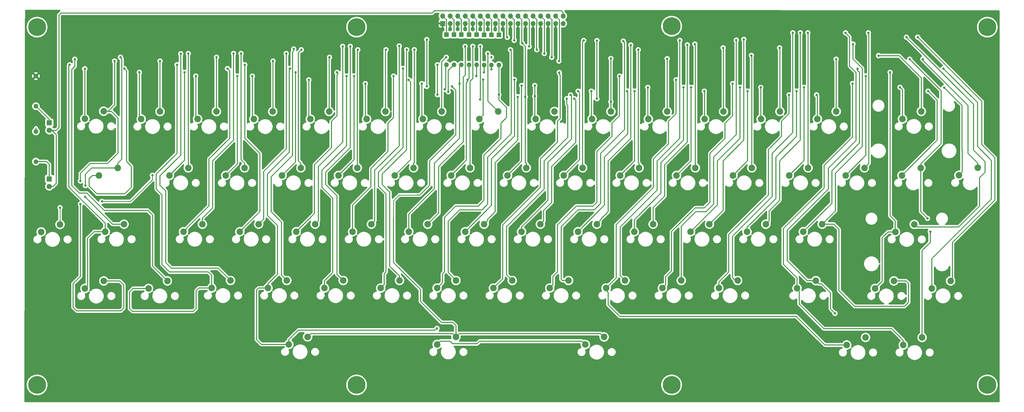
<source format=gbr>
G04 #@! TF.GenerationSoftware,KiCad,Pcbnew,(5.1.0)-1*
G04 #@! TF.CreationDate,2024-04-13T13:58:06+12:00*
G04 #@! TF.ProjectId,Pegasus2023_1_2,50656761-7375-4733-9230-32335f315f32,rev?*
G04 #@! TF.SameCoordinates,Original*
G04 #@! TF.FileFunction,Copper,L1,Top*
G04 #@! TF.FilePolarity,Positive*
%FSLAX46Y46*%
G04 Gerber Fmt 4.6, Leading zero omitted, Abs format (unit mm)*
G04 Created by KiCad (PCBNEW (5.1.0)-1) date 2024-04-13 13:58:06*
%MOMM*%
%LPD*%
G04 APERTURE LIST*
%ADD10C,2.200000*%
%ADD11O,1.600000X1.600000*%
%ADD12C,1.600000*%
%ADD13O,1.700000X1.700000*%
%ADD14R,1.700000X1.700000*%
%ADD15C,1.800000*%
%ADD16R,1.800000X1.800000*%
%ADD17R,1.600000X1.600000*%
%ADD18C,6.000000*%
%ADD19C,0.800000*%
%ADD20C,0.300000*%
%ADD21C,0.250000*%
%ADD22C,0.500000*%
G04 APERTURE END LIST*
D10*
X250620000Y-126240000D03*
X256970000Y-123700000D03*
X-40070000Y-88100000D03*
X-33720000Y-85560000D03*
X231530000Y-126220000D03*
X237880000Y-123680000D03*
X93400000Y-126040000D03*
X99750000Y-123500000D03*
D11*
X-41870000Y-64380000D03*
D12*
X-41870000Y-54220000D03*
D11*
X-41870000Y-45720000D03*
D12*
X-41870000Y-35560000D03*
D13*
X135900000Y-15290000D03*
X135900000Y-17830000D03*
X133360000Y-15290000D03*
X133360000Y-17830000D03*
X130820000Y-15290000D03*
X130820000Y-17830000D03*
X128280000Y-15290000D03*
X128280000Y-17830000D03*
X125740000Y-15290000D03*
X125740000Y-17830000D03*
X123200000Y-15290000D03*
X123200000Y-17830000D03*
X120660000Y-15290000D03*
X120660000Y-17830000D03*
X118120000Y-15290000D03*
X118120000Y-17830000D03*
X115580000Y-15290000D03*
X115580000Y-17830000D03*
X113040000Y-15290000D03*
X113040000Y-17830000D03*
X110500000Y-15290000D03*
X110500000Y-17830000D03*
X107960000Y-15290000D03*
X107960000Y-17830000D03*
X105420000Y-15290000D03*
X105420000Y-17830000D03*
X102880000Y-15290000D03*
X102880000Y-17830000D03*
X100340000Y-15290000D03*
X100340000Y-17830000D03*
X97800000Y-15290000D03*
X97800000Y-17830000D03*
X95260000Y-15290000D03*
D14*
X95260000Y-17830000D03*
D15*
X-37370000Y-72800000D03*
D16*
X-37370000Y-70260000D03*
D15*
X-37340000Y-53840000D03*
D16*
X-37340000Y-51300000D03*
D10*
X247954800Y-88087200D03*
X254304800Y-85547200D03*
X43416300Y-126022100D03*
X49766300Y-123482100D03*
X-12150000Y-85500000D03*
X-18500000Y-88040000D03*
X-18960000Y-104650000D03*
X-25310000Y-107190000D03*
X247444260Y-104614980D03*
X241094260Y-107154980D03*
X214784940Y-107073700D03*
X221134940Y-104533700D03*
X-3876980Y-107170220D03*
X2473020Y-104630220D03*
X-20600000Y-69040000D03*
X-14250000Y-66500000D03*
X250329700Y-49999900D03*
X256679700Y-47459900D03*
X143400700Y-126085600D03*
X149750700Y-123545600D03*
X269360000Y-69010000D03*
X275710000Y-66470000D03*
X250150000Y-69040000D03*
X256500000Y-66500000D03*
X221650000Y-50040000D03*
X228000000Y-47500000D03*
X31650000Y-50040000D03*
X38000000Y-47500000D03*
X-6350000Y-50040000D03*
X0Y-47500000D03*
X-25370000Y-49930000D03*
X-19020000Y-47390000D03*
X193150000Y-69040000D03*
X199500000Y-66500000D03*
X88650000Y-50040000D03*
X95000000Y-47500000D03*
X50650000Y-50040000D03*
X57000000Y-47500000D03*
X12650000Y-50040000D03*
X19000000Y-47500000D03*
X164650000Y-50040000D03*
X171000000Y-47500000D03*
X145650000Y-50040000D03*
X152000000Y-47500000D03*
X126650000Y-50040000D03*
X133000000Y-47500000D03*
X107650000Y-50040000D03*
X114000000Y-47500000D03*
X22150000Y-69040000D03*
X28500000Y-66500000D03*
X3150000Y-69040000D03*
X9500000Y-66500000D03*
X7900000Y-88040000D03*
X14250000Y-85500000D03*
X26900000Y-88040000D03*
X33250000Y-85500000D03*
X202650000Y-50040000D03*
X209000000Y-47500000D03*
X183650000Y-50040000D03*
X190000000Y-47500000D03*
X69650000Y-50040000D03*
X76000000Y-47500000D03*
X79150000Y-69040000D03*
X85500000Y-66500000D03*
X60150000Y-69040000D03*
X66500000Y-66500000D03*
X41150000Y-69040000D03*
X47500000Y-66500000D03*
X74400000Y-107040000D03*
X80750000Y-104500000D03*
X93400000Y-107040000D03*
X99750000Y-104500000D03*
X174150000Y-69040000D03*
X180500000Y-66500000D03*
X155150000Y-69040000D03*
X161500000Y-66500000D03*
X83900000Y-88040000D03*
X90250000Y-85500000D03*
X98150000Y-69040000D03*
X104500000Y-66500000D03*
X64900000Y-88040000D03*
X71250000Y-85500000D03*
X112400000Y-107040000D03*
X118750000Y-104500000D03*
X216900000Y-88040000D03*
X223250000Y-85500000D03*
X159900000Y-88040000D03*
X166250000Y-85500000D03*
X140900000Y-88040000D03*
X147250000Y-85500000D03*
X117150000Y-69040000D03*
X123500000Y-66500000D03*
X102900000Y-88040000D03*
X109250000Y-85500000D03*
X55400000Y-107040000D03*
X61750000Y-104500000D03*
X45900000Y-88040000D03*
X52250000Y-85500000D03*
X36400000Y-107040000D03*
X42750000Y-104500000D03*
X17400000Y-107040000D03*
X23750000Y-104500000D03*
X178900000Y-88040000D03*
X185250000Y-85500000D03*
X136150000Y-69040000D03*
X142500000Y-66500000D03*
X121900000Y-88040000D03*
X128250000Y-85500000D03*
X169400000Y-107040000D03*
X175750000Y-104500000D03*
X150400000Y-107040000D03*
X156750000Y-104500000D03*
X131400000Y-107040000D03*
X137750000Y-104500000D03*
X260200140Y-107149900D03*
X266550140Y-104609900D03*
X212150000Y-69040000D03*
X218500000Y-66500000D03*
X197900000Y-88040000D03*
X204250000Y-85500000D03*
X188400000Y-107040000D03*
X194750000Y-104500000D03*
X231150000Y-69040000D03*
X237500000Y-66500000D03*
D11*
X96550000Y-31760000D03*
D17*
X96550000Y-21600000D03*
D11*
X99100000Y-31710000D03*
D17*
X99100000Y-21550000D03*
D11*
X101600000Y-31760000D03*
D17*
X101600000Y-21600000D03*
D11*
X104150000Y-31760000D03*
D17*
X104150000Y-21600000D03*
D11*
X106700000Y-31760000D03*
D17*
X106700000Y-21600000D03*
D11*
X109250000Y-31810000D03*
D17*
X109250000Y-21650000D03*
D11*
X111750000Y-31810000D03*
D17*
X111750000Y-21650000D03*
D11*
X114250000Y-31810000D03*
D17*
X114250000Y-21650000D03*
D18*
X278930000Y-139700000D03*
X-41460000Y-139700000D03*
X-41460000Y-19050000D03*
X278930000Y-19050000D03*
X172480000Y-139700000D03*
X66260000Y-139700000D03*
X66260000Y-19050000D03*
X172480000Y-18719800D03*
D19*
X5715000Y-31750000D03*
X28575000Y-31750000D03*
X264160000Y-33020000D03*
X-30480000Y-31750000D03*
X235200000Y-33100000D03*
X93500000Y-31750000D03*
X93500000Y-41850000D03*
X114250000Y-41850000D03*
X-6985000Y-34290000D03*
X8255000Y-34290000D03*
X59690000Y-34290000D03*
X154940000Y-35560000D03*
X237949998Y-35550000D03*
X134600000Y-34350000D03*
X109210000Y-34290000D03*
X45699990Y-34290000D03*
X-2600000Y-69020000D03*
X-19620000Y-77810000D03*
X50165000Y-36830000D03*
X193040000Y-38100000D03*
X233450000Y-38100000D03*
X103650010Y-36830000D03*
X108950000Y-36750000D03*
X119500000Y-36750000D03*
X83820000Y-36830000D03*
X69215000Y-38100000D03*
X88265000Y-38100000D03*
X126365000Y-38735000D03*
X121920000Y-38735000D03*
X138430000Y-41910000D03*
X100965000Y-38100000D03*
X212090000Y-41910000D03*
X221350000Y-41900000D03*
X126365000Y-42285000D03*
X145415000Y-40640000D03*
X183515000Y-40640000D03*
X198120000Y-40640000D03*
X160020000Y-40640000D03*
X140970000Y-40640000D03*
X214630000Y-40640000D03*
X157480000Y-40640000D03*
X258965700Y-40640000D03*
X97200000Y-40850000D03*
X164465000Y-39370000D03*
X202565000Y-39370000D03*
X217170000Y-39370000D03*
X179070000Y-39370000D03*
X195580000Y-39370000D03*
X176530000Y-39370000D03*
X249491500Y-39326820D03*
X95950000Y-40000000D03*
X264400000Y-39430000D03*
X38100000Y-30480000D03*
X0Y-30480000D03*
X227965000Y-29845000D03*
X257175000Y-29845000D03*
X-15316200Y-30480000D03*
X-26850001Y-70949999D03*
X252755000Y-29845000D03*
X134480000Y-30480000D03*
X-26840000Y-78700000D03*
X259710000Y-88010000D03*
X258780000Y-83520000D03*
X111760000Y-29210000D03*
X19050000Y-29210000D03*
X57150000Y-29210000D03*
X96520000Y-29210000D03*
X-13335000Y-29210000D03*
X199390008Y-28574992D03*
X-25200000Y-72500000D03*
X242250000Y-28650000D03*
X132060000Y-29210000D03*
X-25240000Y-76290000D03*
X-33720000Y-79950000D03*
X152000000Y-44215000D03*
X9525000Y-27940000D03*
X24765000Y-27940000D03*
X27305000Y-27940000D03*
X42545000Y-27940000D03*
X171000000Y-29674400D03*
X152019000Y-29616400D03*
X110500000Y-27949994D03*
X129549994Y-27949994D03*
X76200000Y-26670000D03*
X208915000Y-26035000D03*
X189865000Y-26035000D03*
X47625000Y-26670000D03*
X66675000Y-26670000D03*
X85725000Y-26670000D03*
X83185000Y-26670000D03*
X127020000Y-26670000D03*
X118130000Y-26670000D03*
X180340000Y-24765000D03*
X80645000Y-25400000D03*
X137160000Y-43180000D03*
X233680000Y-24765000D03*
X161239200Y-26695400D03*
X108000001Y-25600000D03*
X105449998Y-25550000D03*
X102849988Y-25550000D03*
X124450000Y-25600000D03*
X107900000Y-43450000D03*
X123190000Y-42545000D03*
X120650000Y-42545000D03*
X177800000Y-25044398D03*
X158750000Y-25095200D03*
X122100000Y-24450000D03*
X64135000Y-25525000D03*
X61595000Y-25555000D03*
X45085000Y-26425000D03*
X6985000Y-28025000D03*
X139700000Y-43180000D03*
X147320000Y-43180000D03*
X156210000Y-23749000D03*
X175260000Y-23520398D03*
X196850000Y-23190200D03*
X251650000Y-22450000D03*
X255450000Y-22400000D03*
X147320000Y-23580000D03*
X119410000Y-23510000D03*
X142850000Y-23550000D03*
X194310000Y-23440010D03*
X218440000Y-20955000D03*
X215900000Y-20955000D03*
X213360000Y-20955000D03*
X231140000Y-20955000D03*
X238823500Y-20955000D03*
X117100000Y-22500000D03*
X98400000Y-39050000D03*
X89950000Y-39050000D03*
X89940998Y-23240998D03*
X-28740100Y-29860098D03*
X227580000Y-115570000D03*
X-12065000Y-33020000D03*
X22745000Y-33020000D03*
X43815000Y-33020000D03*
X81915000Y-33020000D03*
X246141240Y-34287460D03*
X111750000Y-33300000D03*
X-25390000Y-33100000D03*
X93390000Y-120630000D03*
X12065000Y-35560000D03*
X31115000Y-35560000D03*
X65405000Y-35560000D03*
X26035000Y-35560000D03*
X62865000Y-35560000D03*
X78740000Y-35560000D03*
X173990000Y-36830000D03*
X106660000Y-35560000D03*
D20*
X33655000Y-62230000D02*
X33655000Y-61595000D01*
X28575000Y-56515000D02*
X28575000Y-31750000D01*
X33655000Y-61595000D02*
X28575000Y-56515000D01*
X27999999Y-86900001D02*
X33655000Y-81245000D01*
X27999999Y-86940001D02*
X27999999Y-86900001D01*
X26900000Y-88040000D02*
X27999999Y-86940001D01*
X33655000Y-81245000D02*
X33655000Y-62230000D01*
X95250000Y-105190000D02*
X93400000Y-107040000D01*
X95885000Y-101600000D02*
X95250000Y-102235000D01*
X95885000Y-83185000D02*
X95885000Y-101600000D01*
X95250000Y-102235000D02*
X95250000Y-105190000D01*
X99695000Y-79375000D02*
X95885000Y-83185000D01*
X116840000Y-49530000D02*
X114935000Y-51435000D01*
X114935000Y-51435000D02*
X114935000Y-56515000D01*
X114935000Y-56515000D02*
X109220000Y-62230000D01*
X107315000Y-79375000D02*
X99695000Y-79375000D01*
X109220000Y-62230000D02*
X109220000Y-77470000D01*
X109220000Y-77470000D02*
X107315000Y-79375000D01*
X116740000Y-46090000D02*
X116840000Y-46090000D01*
X114250000Y-43600000D02*
X116740000Y-46090000D01*
X116840000Y-46090000D02*
X116840000Y-49530000D01*
X93500000Y-31750000D02*
X93500000Y-41850000D01*
X114250000Y-31810000D02*
X114250000Y-41850000D01*
X114250000Y-41850000D02*
X114250000Y-43600000D01*
X235200000Y-33665685D02*
X235200000Y-33100000D01*
X235850000Y-34315685D02*
X235200000Y-33665685D01*
X235850000Y-58100000D02*
X235850000Y-34315685D01*
X226500000Y-67450000D02*
X235850000Y-58100000D01*
X216900000Y-88040000D02*
X226500000Y-78440000D01*
X226500000Y-78440000D02*
X226500000Y-67450000D01*
X17400000Y-102750000D02*
X17400000Y-107040000D01*
X16250000Y-101600000D02*
X17400000Y-102750000D01*
X3175000Y-101600000D02*
X16250000Y-101600000D01*
X5715000Y-61615000D02*
X-1270000Y-68600000D01*
X5715000Y-31750000D02*
X5715000Y-61615000D01*
X-1270000Y-68600000D02*
X-1270000Y-73660000D01*
X-1270000Y-73660000D02*
X635000Y-75565000D01*
X635000Y-75565000D02*
X635000Y-99060000D01*
X635000Y-99060000D02*
X3175000Y-101600000D01*
X-25310000Y-106910000D02*
X-25310000Y-107190000D01*
X-18500000Y-88040000D02*
X-18500000Y-85200000D01*
X-18500000Y-85200000D02*
X-21490000Y-82210000D01*
X-21490000Y-82210000D02*
X-21500000Y-82210000D01*
X-21500000Y-82210000D02*
X-30100000Y-73610000D01*
X-24440000Y-106320000D02*
X-25310000Y-107190000D01*
X-24440000Y-95870000D02*
X-24440000Y-106320000D01*
X-20055634Y-88040000D02*
X-20065634Y-88030000D01*
X-18500000Y-88040000D02*
X-20055634Y-88040000D01*
X-20065634Y-88030000D02*
X-22190000Y-88030000D01*
X-22190000Y-88030000D02*
X-24470000Y-90310000D01*
X-24470000Y-90310000D02*
X-24470000Y-95840000D01*
X-24470000Y-95840000D02*
X-24440000Y-95870000D01*
X13060000Y-107040000D02*
X17400000Y-107040000D01*
X12200000Y-107900000D02*
X13060000Y-107040000D01*
X12200000Y-113950000D02*
X12200000Y-107900000D01*
X-9090220Y-107170220D02*
X-10250000Y-108330000D01*
X-3876980Y-107170220D02*
X-9090220Y-107170220D01*
X-10250000Y-108330000D02*
X-10250000Y-113940000D01*
X-10250000Y-113940000D02*
X-9310000Y-114880000D01*
X-9310000Y-114880000D02*
X11270000Y-114880000D01*
X11270000Y-114880000D02*
X12200000Y-113950000D01*
X-30790000Y-32060000D02*
X-30480000Y-31750000D01*
X-30790000Y-72910000D02*
X-30790000Y-32060000D01*
X-30800000Y-72920000D02*
X-30790000Y-72910000D01*
X-30100000Y-73610000D02*
X-30110000Y-73610000D01*
X-30110000Y-73610000D02*
X-30800000Y-72920000D01*
X260200140Y-105594266D02*
X260200140Y-107149900D01*
X275600000Y-44460000D02*
X275600000Y-59250000D01*
X264160000Y-33020000D02*
X275600000Y-44460000D01*
X275600000Y-59250000D02*
X280330000Y-63980000D01*
X260272300Y-105522106D02*
X260200140Y-105594266D01*
X280330000Y-63980000D02*
X280330000Y-77070000D01*
X280330000Y-77070000D02*
X260272300Y-97127700D01*
X260272300Y-97127700D02*
X260272300Y-105522106D01*
X114250000Y-16580000D02*
X114330000Y-16500000D01*
X114250000Y-21650000D02*
X114250000Y-16580000D01*
D21*
X113889999Y-16219999D02*
X114250000Y-16580000D01*
X113889999Y-16139999D02*
X113889999Y-16219999D01*
X113040000Y-15290000D02*
X113889999Y-16139999D01*
D20*
X111790000Y-21610000D02*
X111750000Y-21650000D01*
X111790000Y-16500000D02*
X111790000Y-21610000D01*
D21*
X111429999Y-16139999D02*
X111790000Y-16500000D01*
X111349999Y-16139999D02*
X111429999Y-16139999D01*
X110500000Y-15290000D02*
X111349999Y-16139999D01*
D20*
X154940000Y-48895000D02*
X154940000Y-45085000D01*
X147320000Y-60960000D02*
X152400000Y-55880000D01*
X152400000Y-51435000D02*
X154940000Y-48895000D01*
X147320000Y-78105000D02*
X147320000Y-60960000D01*
X152400000Y-55880000D02*
X152400000Y-51435000D01*
X133350000Y-102235000D02*
X133985000Y-101600000D01*
X154940000Y-45085000D02*
X154940000Y-35560000D01*
X133985000Y-101600000D02*
X133985000Y-85725000D01*
X133985000Y-85725000D02*
X140335000Y-79375000D01*
X140335000Y-79375000D02*
X146050000Y-79375000D01*
X146050000Y-79375000D02*
X147320000Y-78105000D01*
X132499999Y-103085001D02*
X133350000Y-102235000D01*
X132499999Y-105940001D02*
X132499999Y-103085001D01*
X131400000Y-107040000D02*
X132499999Y-105940001D01*
X52070000Y-81870000D02*
X45900000Y-88040000D01*
X52070000Y-65405000D02*
X52070000Y-81870000D01*
X60089999Y-34689999D02*
X59690000Y-35089998D01*
X59690000Y-34290000D02*
X60089999Y-34689999D01*
X59690000Y-35089998D02*
X59690000Y-48895000D01*
X57785000Y-50800000D02*
X57785000Y-59690000D01*
X59690000Y-48895000D02*
X57785000Y-50800000D01*
X57785000Y-59690000D02*
X52070000Y-65405000D01*
X8255000Y-63935000D02*
X3150000Y-69040000D01*
X8255000Y-34290000D02*
X8255000Y-63935000D01*
X231150000Y-69040000D02*
X237949998Y-62240002D01*
X237949998Y-62240002D02*
X237949998Y-36115685D01*
X237949998Y-36115685D02*
X237949998Y-35550000D01*
X-6985000Y-49405000D02*
X-6350000Y-50040000D01*
X-6985000Y-34290000D02*
X-6985000Y-49405000D01*
X109250000Y-34250000D02*
X109210000Y-34290000D01*
X109250000Y-31810000D02*
X109250000Y-34250000D01*
X134600000Y-34915685D02*
X134600000Y-34350000D01*
X134900000Y-35215685D02*
X134600000Y-34915685D01*
X134900000Y-49885000D02*
X134900000Y-35215685D01*
X133985000Y-50800000D02*
X134900000Y-49885000D01*
X112400000Y-107040000D02*
X115570000Y-103870000D01*
X115570000Y-85725000D02*
X128270000Y-73025000D01*
X128270000Y-73025000D02*
X128270000Y-63500000D01*
X115570000Y-103870000D02*
X115570000Y-85725000D01*
X128270000Y-63500000D02*
X133985000Y-57785000D01*
X133985000Y-57785000D02*
X133985000Y-50800000D01*
X45699990Y-64490010D02*
X45699990Y-34855685D01*
X45699990Y-34855685D02*
X45699990Y-34290000D01*
X41150000Y-69040000D02*
X45699990Y-64490010D01*
D21*
X-2600000Y-69020000D02*
X-2600000Y-69585685D01*
X-2600000Y-69585685D02*
X-2600000Y-70490000D01*
X-2600000Y-70490000D02*
X-9930000Y-77820000D01*
X-9930000Y-77820000D02*
X-19610000Y-77820000D01*
X-19610000Y-77820000D02*
X-19620000Y-77810000D01*
D20*
X109250000Y-20550000D02*
X109250000Y-16500000D01*
X109250000Y-21650000D02*
X109250000Y-20550000D01*
D21*
X108889999Y-16139999D02*
X109250000Y-16500000D01*
X108809999Y-16139999D02*
X108889999Y-16139999D01*
X107960000Y-15290000D02*
X108809999Y-16139999D01*
D20*
X106700000Y-16510000D02*
X106710000Y-16500000D01*
X106700000Y-21600000D02*
X106700000Y-16510000D01*
D21*
X106329999Y-16139999D02*
X106700000Y-16510000D01*
X106269999Y-16139999D02*
X106329999Y-16139999D01*
X105420000Y-15290000D02*
X106269999Y-16139999D01*
D20*
X212725000Y-101600000D02*
X212750000Y-101600000D01*
X214784940Y-103634940D02*
X214784940Y-107073700D01*
X219075000Y-78075000D02*
X210185000Y-86965000D01*
X212750000Y-101600000D02*
X214784940Y-103634940D01*
X210185000Y-86965000D02*
X210185000Y-99060000D01*
X210185000Y-99060000D02*
X212725000Y-101600000D01*
X190500000Y-51435000D02*
X193040000Y-48895000D01*
X190500000Y-56515000D02*
X190500000Y-51435000D01*
X185420000Y-78105000D02*
X185420000Y-61595000D01*
X185420000Y-61595000D02*
X190500000Y-56515000D01*
X183515000Y-80010000D02*
X185420000Y-78105000D01*
X170499999Y-105940001D02*
X170499999Y-103185001D01*
X170499999Y-103185001D02*
X172450000Y-101235000D01*
X172450000Y-101235000D02*
X172450000Y-88000000D01*
X193040000Y-48895000D02*
X193040000Y-38100000D01*
X172450000Y-88000000D02*
X180440000Y-80010000D01*
X169400000Y-107040000D02*
X170499999Y-105940001D01*
X180440000Y-80010000D02*
X183515000Y-80010000D01*
X233500000Y-38150000D02*
X233450000Y-38100000D01*
X233500000Y-56100000D02*
X233500000Y-38150000D01*
X50165000Y-45085000D02*
X50165000Y-36830000D01*
X50650000Y-50040000D02*
X50165000Y-49555000D01*
X50165000Y-49555000D02*
X50165000Y-45085000D01*
X104150000Y-36330010D02*
X103650010Y-36830000D01*
X104150000Y-31760000D02*
X104150000Y-36330010D01*
X108950000Y-37315685D02*
X108950000Y-36750000D01*
X108950000Y-48740000D02*
X108950000Y-37315685D01*
X107650000Y-50040000D02*
X108950000Y-48740000D01*
X102900000Y-88040000D02*
X111760000Y-79180000D01*
X111760000Y-79180000D02*
X111760000Y-63500000D01*
X111760000Y-63500000D02*
X119500000Y-55760000D01*
X119500000Y-37315685D02*
X119500000Y-36750000D01*
X119500000Y-55760000D02*
X119500000Y-37315685D01*
X103650010Y-37395685D02*
X103650010Y-36830000D01*
X103300000Y-37745695D02*
X103650010Y-37395685D01*
X98150000Y-69040000D02*
X103300000Y-63890000D01*
X103300000Y-63890000D02*
X103300000Y-37745695D01*
X219075000Y-78075000D02*
X219125000Y-78075000D01*
X223925000Y-73275000D02*
X223925000Y-65675000D01*
X219125000Y-78075000D02*
X223925000Y-73275000D01*
X223925000Y-65675000D02*
X233500000Y-56100000D01*
X84455000Y-37465000D02*
X84455000Y-63735000D01*
X84455000Y-63735000D02*
X79150000Y-69040000D01*
X83820000Y-36830000D02*
X84455000Y-37465000D01*
X214784940Y-107424940D02*
X214784940Y-107073700D01*
X215490000Y-108130000D02*
X214784940Y-107424940D01*
X215490000Y-108970000D02*
X215490000Y-108130000D01*
X250620000Y-124684366D02*
X246695634Y-120760000D01*
X250620000Y-126240000D02*
X250620000Y-124684366D01*
X246695634Y-120760000D02*
X223800000Y-120760000D01*
X223800000Y-120760000D02*
X215500000Y-112460000D01*
X215500000Y-112460000D02*
X215500000Y-108980000D01*
X215500000Y-108980000D02*
X215490000Y-108970000D01*
X104150000Y-16520000D02*
X104170000Y-16500000D01*
X104150000Y-21600000D02*
X104150000Y-16520000D01*
D21*
X103769999Y-16139999D02*
X104150000Y-16520000D01*
X103729999Y-16139999D02*
X103769999Y-16139999D01*
X102880000Y-15290000D02*
X103729999Y-16139999D01*
D20*
X191770000Y-88980000D02*
X191770000Y-101600000D01*
X212090000Y-48260000D02*
X209550000Y-50800000D01*
X191135000Y-102235000D02*
X191115000Y-102235000D01*
X212090000Y-41910000D02*
X212090000Y-48260000D01*
X188400000Y-104950000D02*
X188400000Y-107040000D01*
X209550000Y-50800000D02*
X209550000Y-55880000D01*
X209550000Y-55880000D02*
X205105000Y-60325000D01*
X205105000Y-60325000D02*
X205105000Y-75645000D01*
X191115000Y-102235000D02*
X188400000Y-104950000D01*
X191770000Y-101600000D02*
X191135000Y-102235000D01*
X205105000Y-75645000D02*
X191770000Y-88980000D01*
X121920000Y-64270000D02*
X117150000Y-69040000D01*
X121920000Y-38735000D02*
X121920000Y-64270000D01*
X221650000Y-50040000D02*
X221650000Y-42200000D01*
X221650000Y-42200000D02*
X221350000Y-41900000D01*
X69215000Y-49605000D02*
X69650000Y-50040000D01*
X69215000Y-38100000D02*
X69215000Y-49605000D01*
X88650000Y-49150000D02*
X88650000Y-50040000D01*
X88265000Y-38100000D02*
X88265000Y-48765000D01*
X88265000Y-48765000D02*
X88650000Y-49150000D01*
X126365000Y-49755000D02*
X126650000Y-50040000D01*
X126365000Y-38735000D02*
X126365000Y-42285000D01*
X126365000Y-42285000D02*
X126365000Y-49755000D01*
X100950000Y-38085000D02*
X100965000Y-38100000D01*
X101600000Y-31760000D02*
X100950000Y-32410000D01*
X100950000Y-32410000D02*
X100950000Y-38085000D01*
X138700000Y-56807880D02*
X138700000Y-42180000D01*
X138700000Y-42180000D02*
X138430000Y-41910000D01*
X121900000Y-86400000D02*
X127635000Y-80665000D01*
X127635000Y-80665000D02*
X127635000Y-80645000D01*
X127635000Y-80645000D02*
X130810000Y-77470000D01*
X121900000Y-88040000D02*
X121900000Y-86400000D01*
X130810000Y-77470000D02*
X130810000Y-64697880D01*
X130810000Y-64697880D02*
X138700000Y-56807880D01*
X100965000Y-38665685D02*
X100965000Y-38100000D01*
X100965000Y-56515000D02*
X100965000Y-38665685D01*
X92520000Y-64960000D02*
X100965000Y-56515000D01*
X92520000Y-73500000D02*
X92520000Y-64960000D01*
X83900000Y-88040000D02*
X83900000Y-82120000D01*
X83900000Y-82120000D02*
X92520000Y-73500000D01*
X101600000Y-16530000D02*
X101630000Y-16500000D01*
X101600000Y-21600000D02*
X101600000Y-16530000D01*
D21*
X101209999Y-16139999D02*
X101600000Y-16530000D01*
X101189999Y-16139999D02*
X101209999Y-16139999D01*
X100340000Y-15290000D02*
X101189999Y-16139999D01*
D20*
X214630000Y-55880000D02*
X214630000Y-40640000D01*
X207645000Y-62865000D02*
X214630000Y-55880000D01*
X207645000Y-76835000D02*
X207645000Y-62865000D01*
X203835000Y-80645000D02*
X207645000Y-76835000D01*
X197900000Y-86484366D02*
X197900000Y-88040000D01*
X197934366Y-86450000D02*
X197900000Y-86484366D01*
X198000000Y-86450000D02*
X197934366Y-86450000D01*
X203805000Y-80645000D02*
X198000000Y-86450000D01*
X203835000Y-80645000D02*
X203805000Y-80645000D01*
X160020000Y-64170000D02*
X155150000Y-69040000D01*
X160020000Y-40640000D02*
X160020000Y-64170000D01*
X198120000Y-64070000D02*
X193150000Y-69040000D01*
X198120000Y-40640000D02*
X198120000Y-64070000D01*
X145415000Y-49805000D02*
X145650000Y-50040000D01*
X145415000Y-40640000D02*
X145415000Y-49805000D01*
X183650000Y-40775000D02*
X183515000Y-40640000D01*
X183650000Y-50040000D02*
X183650000Y-40775000D01*
X258990000Y-40640000D02*
X258965700Y-40640000D01*
X262050000Y-43700000D02*
X258990000Y-40640000D01*
X250150000Y-69040000D02*
X262050000Y-57140000D01*
X262050000Y-57140000D02*
X262050000Y-43700000D01*
X97200000Y-40284315D02*
X97200000Y-40850000D01*
X97200000Y-33610000D02*
X97200000Y-40284315D01*
X99100000Y-31710000D02*
X97200000Y-33610000D01*
X157700000Y-40860000D02*
X157480000Y-40640000D01*
X157700000Y-55025000D02*
X157700000Y-40860000D01*
X149860000Y-62865000D02*
X157700000Y-55025000D01*
X140900000Y-88040000D02*
X149860000Y-79080000D01*
X149860000Y-79080000D02*
X149860000Y-62865000D01*
X141450000Y-63740000D02*
X136150000Y-69040000D01*
X140970000Y-40640000D02*
X141450000Y-41120000D01*
X141450000Y-41120000D02*
X141450000Y-63740000D01*
X99100000Y-16510000D02*
X99090000Y-16500000D01*
X99100000Y-21550000D02*
X99100000Y-16510000D01*
D21*
X98729999Y-16139999D02*
X99100000Y-16510000D01*
X98649999Y-16139999D02*
X98729999Y-16139999D01*
X97800000Y-15290000D02*
X98649999Y-16139999D01*
D20*
X179070000Y-64135000D02*
X179070000Y-39370000D01*
X176530000Y-57150000D02*
X176530000Y-39370000D01*
X168910000Y-64770000D02*
X176530000Y-57150000D01*
X195580000Y-56515000D02*
X195580000Y-39370000D01*
X187960000Y-64135000D02*
X195580000Y-56515000D01*
X178900000Y-88040000D02*
X187960000Y-78980000D01*
X187960000Y-78980000D02*
X187960000Y-64135000D01*
X168910000Y-74790000D02*
X168910000Y-64770000D01*
X159900000Y-84050000D02*
X159900000Y-88040000D01*
X168910000Y-74790000D02*
X168910000Y-75040000D01*
X168910000Y-75040000D02*
X159900000Y-84050000D01*
X179055000Y-64135000D02*
X174150000Y-69040000D01*
X179070000Y-64135000D02*
X179055000Y-64135000D01*
X217170000Y-64020000D02*
X212150000Y-69040000D01*
X217170000Y-39370000D02*
X217170000Y-64020000D01*
X250329700Y-40165020D02*
X250329700Y-49999900D01*
X249524520Y-39359840D02*
X250329700Y-40165020D01*
X249491500Y-39326820D02*
X249458480Y-39359840D01*
X249458480Y-39359840D02*
X249524520Y-39359840D01*
X164465000Y-49855000D02*
X164650000Y-50040000D01*
X164465000Y-39370000D02*
X164465000Y-49855000D01*
X202565000Y-49955000D02*
X202650000Y-50040000D01*
X202565000Y-39370000D02*
X202565000Y-49955000D01*
X96349999Y-39600001D02*
X95950000Y-40000000D01*
X96550000Y-31760000D02*
X96350000Y-31960000D01*
X96350000Y-31960000D02*
X96349999Y-39600001D01*
X270459999Y-67910001D02*
X270459999Y-60590001D01*
X269360000Y-69010000D02*
X270459999Y-67910001D01*
X270459999Y-60590001D02*
X270430000Y-60560002D01*
X270430000Y-60560002D02*
X270430000Y-45460000D01*
X270430000Y-45460000D02*
X264400000Y-39430000D01*
X96550000Y-20500000D02*
X96550000Y-16500000D01*
X96550000Y-21600000D02*
X96550000Y-20500000D01*
D21*
X96189999Y-16139999D02*
X96550000Y-16500000D01*
X96109999Y-16139999D02*
X96189999Y-16139999D01*
X95260000Y-15290000D02*
X96109999Y-16139999D01*
D20*
X-36510000Y-53840000D02*
X-37340000Y-53840000D01*
X-35040000Y-55310000D02*
X-36510000Y-53840000D01*
X-35040000Y-71742792D02*
X-35040000Y-55310000D01*
X-37370000Y-72800000D02*
X-36097208Y-72800000D01*
X-36097208Y-72800000D02*
X-35040000Y-71742792D01*
X135900000Y-14087919D02*
X135900000Y-15290000D01*
X92530000Y-13530000D02*
X135342081Y-13530000D01*
X-37340000Y-53840000D02*
X-34990000Y-53840000D01*
X-34080000Y-52930000D02*
X-34080000Y-14950000D01*
X135342081Y-13530000D02*
X135900000Y-14087919D01*
X-34990000Y-53840000D02*
X-34080000Y-52930000D01*
X-34080000Y-14950000D02*
X-33420000Y-14290000D01*
X-33420000Y-14290000D02*
X91770000Y-14290000D01*
X91770000Y-14290000D02*
X92530000Y-13530000D01*
X-41680000Y-45760000D02*
X-41900000Y-45760000D01*
X-37340000Y-50100000D02*
X-41680000Y-45760000D01*
X-37340000Y-51300000D02*
X-37340000Y-50100000D01*
X-38320000Y-64350000D02*
X-41850000Y-64350000D01*
X-37370000Y-70260000D02*
X-37370000Y-65300000D01*
X-37370000Y-65300000D02*
X-38320000Y-64350000D01*
X-41850000Y-54190000D02*
X-41850000Y-53058630D01*
X38100000Y-47400000D02*
X38000000Y-47500000D01*
X38100000Y-30480000D02*
X38100000Y-47400000D01*
X0Y-47500000D02*
X0Y-30480000D01*
X228000000Y-29880000D02*
X227965000Y-29845000D01*
X228000000Y-47500000D02*
X228000000Y-29880000D01*
X-26850001Y-68400001D02*
X-23500000Y-65050000D01*
X-26850001Y-70949999D02*
X-26850001Y-68400001D01*
X-23500000Y-65050000D02*
X-17700000Y-65050000D01*
X-17700000Y-65050000D02*
X-14200000Y-61550000D01*
X-14200000Y-61550000D02*
X-14200000Y-49700000D01*
X-14200000Y-49700000D02*
X-16400000Y-47500000D01*
X263350000Y-40465000D02*
X257900000Y-35015000D01*
X263350000Y-58300000D02*
X263350000Y-40465000D01*
X256500000Y-66500000D02*
X256500000Y-65150000D01*
X256500000Y-65150000D02*
X263350000Y-58300000D01*
X257900000Y-35015000D02*
X257900000Y-35000000D01*
X252755000Y-29855000D02*
X252755000Y-29845000D01*
X257900000Y-35000000D02*
X252755000Y-29855000D01*
X257175000Y-30225000D02*
X257175000Y-29845000D01*
X134650000Y-16500000D02*
X134650000Y-30310000D01*
X134650000Y-30310000D02*
X134480000Y-30480000D01*
D21*
X134289999Y-16139999D02*
X134650000Y-16500000D01*
X134209999Y-16139999D02*
X134289999Y-16139999D01*
X133360000Y-15290000D02*
X134209999Y-16139999D01*
D20*
X-26840000Y-103100000D02*
X-26840000Y-79265685D01*
X-29300000Y-105560000D02*
X-26840000Y-103100000D01*
X-29300000Y-113540000D02*
X-29300000Y-105560000D01*
X-17404366Y-104650000D02*
X-17384366Y-104670000D01*
X-18960000Y-104650000D02*
X-17404366Y-104650000D01*
X-17384366Y-104670000D02*
X-13540000Y-104670000D01*
X-28100000Y-114740000D02*
X-29300000Y-113540000D01*
X-13540000Y-104670000D02*
X-12260000Y-105950000D01*
X-13180000Y-114740000D02*
X-28100000Y-114740000D01*
X-12260000Y-105950000D02*
X-12260000Y-113820000D01*
X-26840000Y-79265685D02*
X-26840000Y-78700000D01*
X-12260000Y-113820000D02*
X-13180000Y-114740000D01*
X-17354366Y-47500000D02*
X-16400000Y-47500000D01*
X-17464366Y-47390000D02*
X-17354366Y-47500000D01*
X-15303500Y-45229134D02*
X-17464366Y-47390000D01*
X-15316200Y-30480000D02*
X-15303500Y-30492700D01*
X-15303500Y-30492700D02*
X-15303500Y-45229134D01*
X-17464366Y-47390000D02*
X-19020000Y-47390000D01*
X275710000Y-64914366D02*
X272390000Y-61594366D01*
X275710000Y-66470000D02*
X275710000Y-64914366D01*
X272390000Y-45440000D02*
X272255000Y-45305000D01*
X272390000Y-61594366D02*
X272390000Y-45440000D01*
X272255000Y-45305000D02*
X257175000Y-30225000D01*
X256970000Y-122144366D02*
X256970000Y-123700000D01*
X256920000Y-122094366D02*
X256970000Y-122144366D01*
X256920000Y-94420000D02*
X256920000Y-122094366D01*
X256920000Y-94420000D02*
X259440000Y-91900000D01*
X259440000Y-91900000D02*
X259710000Y-91630000D01*
X259710000Y-91630000D02*
X259710000Y-88010000D01*
X258380001Y-83120001D02*
X258780000Y-83520000D01*
X256500000Y-66500000D02*
X256500000Y-81240000D01*
X256500000Y-81240000D02*
X258380001Y-83120001D01*
X19000000Y-29260000D02*
X19050000Y-29210000D01*
X19000000Y-47500000D02*
X19000000Y-29260000D01*
X57000000Y-29360000D02*
X57150000Y-29210000D01*
X57000000Y-47500000D02*
X57000000Y-29360000D01*
X199500000Y-28684984D02*
X199390008Y-28574992D01*
X199500000Y-66500000D02*
X199500000Y-28684984D01*
X-15805634Y-66500000D02*
X-15855634Y-66550000D01*
X-14250000Y-66500000D02*
X-15805634Y-66500000D01*
X-15855634Y-66550000D02*
X-23100000Y-66550000D01*
X-23100000Y-66550000D02*
X-25200000Y-68650000D01*
X-25200000Y-68650000D02*
X-25200000Y-72500000D01*
X-12900000Y-29645000D02*
X-13335000Y-29210000D01*
X-12900000Y-63594366D02*
X-12900000Y-29645000D01*
X-14250000Y-66500000D02*
X-14250000Y-64944366D01*
X-14250000Y-64944366D02*
X-12900000Y-63594366D01*
X95000000Y-30730000D02*
X96520000Y-29210000D01*
X95000000Y-47500000D02*
X95000000Y-30730000D01*
X132110000Y-29160000D02*
X132060000Y-29210000D01*
X132110000Y-16500000D02*
X132110000Y-29160000D01*
X242300000Y-28700000D02*
X242250000Y-28650000D01*
X249250000Y-28700000D02*
X242300000Y-28700000D01*
X256679700Y-47459900D02*
X256679700Y-36129700D01*
X256679700Y-36129700D02*
X249250000Y-28700000D01*
D21*
X131749999Y-16139999D02*
X132110000Y-16500000D01*
X131669999Y-16139999D02*
X131749999Y-16139999D01*
X130820000Y-15290000D02*
X131669999Y-16139999D01*
D20*
X-12150000Y-85500000D02*
X-16030000Y-85500000D01*
X-16030000Y-85500000D02*
X-24840001Y-76689999D01*
X-24840001Y-76689999D02*
X-25240000Y-76290000D01*
D21*
X-33720000Y-80515685D02*
X-33720000Y-85560000D01*
X-33720000Y-79950000D02*
X-33720000Y-80515685D01*
D20*
X152000000Y-47500000D02*
X152000000Y-44215000D01*
X9500000Y-27965000D02*
X9525000Y-27940000D01*
X9500000Y-66500000D02*
X9500000Y-27965000D01*
X28500000Y-64944366D02*
X27305000Y-63749366D01*
X28500000Y-66500000D02*
X28500000Y-64944366D01*
X27305000Y-63749366D02*
X27305000Y-27940000D01*
X171000000Y-47500000D02*
X171000000Y-29674400D01*
X152000000Y-44215000D02*
X152000000Y-29635400D01*
X152000000Y-29635400D02*
X152019000Y-29616400D01*
X24765000Y-28505685D02*
X24765000Y-27940000D01*
X24765000Y-57150000D02*
X24765000Y-28505685D01*
X17780000Y-64135000D02*
X24765000Y-57150000D01*
X17780000Y-79970000D02*
X17780000Y-64135000D01*
X14250000Y-85500000D02*
X14250000Y-83500000D01*
X14250000Y-83500000D02*
X17780000Y-79970000D01*
X110500000Y-28515679D02*
X110500000Y-27949994D01*
X114000000Y-47500000D02*
X110500000Y-44000000D01*
X110500000Y-44000000D02*
X110500000Y-28515679D01*
X129570000Y-16500000D02*
X129570000Y-27929988D01*
X129570000Y-27929988D02*
X129549994Y-27949994D01*
D21*
X129209999Y-16139999D02*
X129570000Y-16500000D01*
X129129999Y-16139999D02*
X129209999Y-16139999D01*
X128280000Y-15290000D02*
X129129999Y-16139999D01*
D20*
X42545000Y-28505685D02*
X42545000Y-27940000D01*
X33250000Y-85500000D02*
X34925000Y-83825000D01*
X34925000Y-83825000D02*
X34925000Y-67685000D01*
X42545000Y-60065000D02*
X42545000Y-28505685D01*
X34925000Y-67685000D02*
X42545000Y-60065000D01*
X76000000Y-47500000D02*
X76000000Y-26870000D01*
X76000000Y-26870000D02*
X76200000Y-26670000D01*
X209000000Y-26120000D02*
X208915000Y-26035000D01*
X209000000Y-47500000D02*
X209000000Y-26120000D01*
X190000000Y-26170000D02*
X189865000Y-26035000D01*
X190000000Y-47500000D02*
X190000000Y-26170000D01*
X66500000Y-66500000D02*
X66500000Y-26845000D01*
X66500000Y-26845000D02*
X66675000Y-26670000D01*
X85725000Y-64719366D02*
X85725000Y-26670000D01*
X85500000Y-66500000D02*
X85500000Y-64944366D01*
X85500000Y-64944366D02*
X85725000Y-64719366D01*
X127030000Y-17702081D02*
X127000000Y-17732081D01*
X127030000Y-16500000D02*
X127030000Y-17702081D01*
X127000000Y-26650000D02*
X127020000Y-26670000D01*
X127000000Y-17732081D02*
X127000000Y-26650000D01*
X118110000Y-26690000D02*
X118130000Y-26670000D01*
X118150000Y-26690000D02*
X118110000Y-26690000D01*
X118450000Y-26990000D02*
X118150000Y-26690000D01*
X118450000Y-54905000D02*
X118450000Y-26990000D01*
X110490000Y-62865000D02*
X118450000Y-54905000D01*
X110490000Y-78740000D02*
X110490000Y-62865000D01*
X108585000Y-80645000D02*
X110490000Y-78740000D01*
X98793300Y-103543300D02*
X98793300Y-103365300D01*
X99750000Y-104500000D02*
X98793300Y-103543300D01*
X98793300Y-103365300D02*
X97155000Y-101727000D01*
X97155000Y-101727000D02*
X97155000Y-84455000D01*
X97155000Y-84455000D02*
X100965000Y-80645000D01*
X100965000Y-80645000D02*
X108585000Y-80645000D01*
D21*
X126669999Y-16139999D02*
X127030000Y-16500000D01*
X126589999Y-16139999D02*
X126669999Y-16139999D01*
X125740000Y-15290000D02*
X126589999Y-16139999D01*
D20*
X46620000Y-27675000D02*
X47625000Y-26670000D01*
X46620000Y-64064366D02*
X46620000Y-27675000D01*
X47500000Y-66500000D02*
X47500000Y-64944366D01*
X47500000Y-64944366D02*
X46620000Y-64064366D01*
X83069999Y-26785001D02*
X83185000Y-26670000D01*
X83069999Y-60440001D02*
X83069999Y-26785001D01*
X80750000Y-102975000D02*
X77470000Y-99695000D01*
X80750000Y-104500000D02*
X80750000Y-102975000D01*
X77470000Y-74700000D02*
X74930000Y-72160000D01*
X74930000Y-72160000D02*
X74930000Y-68580000D01*
X77470000Y-99695000D02*
X77470000Y-74700000D01*
X74930000Y-68580000D02*
X83069999Y-60440001D01*
X180500000Y-24925000D02*
X180340000Y-24765000D01*
X180500000Y-66500000D02*
X180500000Y-24925000D01*
X72390000Y-84360000D02*
X72390000Y-67310000D01*
X72390000Y-67310000D02*
X80645000Y-59055000D01*
X71250000Y-85500000D02*
X72390000Y-84360000D01*
X80645000Y-59055000D02*
X80645000Y-25965685D01*
X80645000Y-25965685D02*
X80645000Y-25400000D01*
X161500000Y-66500000D02*
X161500000Y-64944366D01*
X161500000Y-64944366D02*
X161239200Y-64683566D01*
X161239200Y-28905200D02*
X161239200Y-26695400D01*
X161239200Y-64683566D02*
X161239200Y-28905200D01*
X247444260Y-104614980D02*
X247444260Y-104329860D01*
X124490000Y-25560000D02*
X124450000Y-25600000D01*
X124490000Y-16500000D02*
X124490000Y-25560000D01*
X105449998Y-26115685D02*
X105449998Y-25550000D01*
X105449998Y-36350002D02*
X105449998Y-26115685D01*
X104500000Y-66500000D02*
X104500000Y-37300000D01*
X104500000Y-37300000D02*
X105449998Y-36350002D01*
X108000001Y-43349999D02*
X107900000Y-43450000D01*
X108000001Y-25600000D02*
X108000001Y-43349999D01*
X93980000Y-81770000D02*
X93980000Y-66040000D01*
X102849988Y-26115685D02*
X102849988Y-25550000D01*
X90250000Y-85500000D02*
X93980000Y-81770000D01*
X93980000Y-66040000D02*
X102250000Y-57770000D01*
X102250000Y-57770000D02*
X102250000Y-35850000D01*
X102250000Y-35850000D02*
X102900000Y-35200000D01*
X102900000Y-26165697D02*
X102849988Y-26115685D01*
X102900000Y-35200000D02*
X102900000Y-26165697D01*
X227750000Y-81000000D02*
X223250000Y-85500000D01*
X227750000Y-68300000D02*
X227750000Y-81000000D01*
X236800000Y-59250000D02*
X227750000Y-68300000D01*
X236800000Y-32950000D02*
X236800000Y-59250000D01*
X233680000Y-24765000D02*
X233680000Y-29830000D01*
X233680000Y-29830000D02*
X236800000Y-32950000D01*
X137160000Y-45085000D02*
X137160000Y-43180000D01*
X137500000Y-45425000D02*
X137160000Y-45085000D01*
X137500000Y-56175000D02*
X137500000Y-45425000D01*
X118750000Y-104450000D02*
X116840000Y-102540000D01*
X118750000Y-104500000D02*
X118750000Y-104450000D01*
X116840000Y-102540000D02*
X116840000Y-86360000D01*
X116840000Y-86360000D02*
X129540000Y-73660000D01*
X129540000Y-73660000D02*
X129540000Y-64135000D01*
X129540000Y-64135000D02*
X137500000Y-56175000D01*
D21*
X124129999Y-16139999D02*
X124490000Y-16500000D01*
X124049999Y-16139999D02*
X124129999Y-16139999D01*
X123200000Y-15290000D02*
X124049999Y-16139999D01*
D20*
X251514980Y-104614980D02*
X247444260Y-104614980D01*
X252400000Y-105500000D02*
X251514980Y-104614980D01*
X227200000Y-85500000D02*
X228900000Y-87200000D01*
X228900000Y-87200000D02*
X228900000Y-107930000D01*
X228900000Y-107930000D02*
X234170000Y-113200000D01*
X252400000Y-111850000D02*
X252400000Y-105500000D01*
X234170000Y-113200000D02*
X251050000Y-113200000D01*
X223250000Y-85500000D02*
X227200000Y-85500000D01*
X251050000Y-113200000D02*
X252400000Y-111850000D01*
X123500000Y-64944366D02*
X123190000Y-64634366D01*
X123500000Y-66500000D02*
X123500000Y-64944366D01*
X123190000Y-64634366D02*
X123190000Y-42545000D01*
X148349999Y-84400001D02*
X148349999Y-84060001D01*
X147250000Y-85500000D02*
X148349999Y-84400001D01*
X148349999Y-84060001D02*
X151130000Y-81280000D01*
X151130000Y-81280000D02*
X151130000Y-64135000D01*
X151130000Y-64135000D02*
X158750000Y-56515000D01*
X110349999Y-84400001D02*
X110349999Y-83960001D01*
X109250000Y-85500000D02*
X110349999Y-84400001D01*
X110349999Y-83960001D02*
X113030000Y-81280000D01*
X113030000Y-81280000D02*
X113030000Y-64770000D01*
X113030000Y-64770000D02*
X120650000Y-57150000D01*
X120650000Y-57150000D02*
X120650000Y-42545000D01*
X158750000Y-56515000D02*
X158750000Y-25095200D01*
X177800000Y-25610083D02*
X177800000Y-25044398D01*
X177800000Y-57785000D02*
X177800000Y-25610083D01*
X170180000Y-65405000D02*
X177800000Y-57785000D01*
X170180000Y-76020000D02*
X170180000Y-65405000D01*
X166250000Y-85500000D02*
X166250000Y-79950000D01*
X166250000Y-79950000D02*
X170180000Y-76020000D01*
X121950000Y-16500000D02*
X121950000Y-24300000D01*
X123190000Y-42545000D02*
X123190000Y-25540000D01*
X122499999Y-24849999D02*
X122100000Y-24450000D01*
X123190000Y-25540000D02*
X122499999Y-24849999D01*
X121950000Y-24300000D02*
X122100000Y-24450000D01*
D21*
X121589999Y-16139999D02*
X121950000Y-16500000D01*
X121509999Y-16139999D02*
X121589999Y-16139999D01*
X120660000Y-15290000D02*
X121509999Y-16139999D01*
D20*
X61595000Y-26120685D02*
X61595000Y-25555000D01*
X61595000Y-57785000D02*
X61595000Y-26120685D01*
X53349999Y-66030001D02*
X61595000Y-57785000D01*
X52250000Y-85500000D02*
X53349999Y-84400001D01*
X53349999Y-84400001D02*
X53349999Y-66030001D01*
X6985000Y-28590685D02*
X6985000Y-28025000D01*
X6985000Y-62215000D02*
X6985000Y-28590685D01*
X0Y-69200000D02*
X6985000Y-62215000D01*
X19580000Y-100330000D02*
X3810000Y-100330000D01*
X23750000Y-104500000D02*
X19580000Y-100330000D01*
X3810000Y-100330000D02*
X1905000Y-98425000D01*
X1905000Y-98425000D02*
X1905000Y-74295000D01*
X1905000Y-74295000D02*
X0Y-72390000D01*
X0Y-72390000D02*
X0Y-69200000D01*
X45085000Y-26990685D02*
X45085000Y-26425000D01*
X40970000Y-102720000D02*
X40970000Y-84785000D01*
X44670000Y-27405685D02*
X45085000Y-26990685D01*
X42750000Y-104500000D02*
X40970000Y-102720000D01*
X40970000Y-84785000D02*
X37465000Y-81280000D01*
X37465000Y-69495000D02*
X44670000Y-62290000D01*
X37465000Y-81280000D02*
X37465000Y-69495000D01*
X44670000Y-62290000D02*
X44670000Y-27405685D01*
X64135000Y-26090685D02*
X64135000Y-25525000D01*
X59660000Y-102410000D02*
X59660000Y-75920000D01*
X61750000Y-104500000D02*
X59660000Y-102410000D01*
X59660000Y-75920000D02*
X55880000Y-72140000D01*
X55880000Y-72140000D02*
X55880000Y-67945000D01*
X55880000Y-67945000D02*
X64135000Y-59690000D01*
X64135000Y-59690000D02*
X64135000Y-26090685D01*
X196850000Y-23755885D02*
X196850000Y-23190200D01*
X196850000Y-57150000D02*
X196850000Y-23755885D01*
X189865000Y-64135000D02*
X196850000Y-57150000D01*
X189865000Y-80885000D02*
X189865000Y-64135000D01*
X185250000Y-85500000D02*
X189865000Y-80885000D01*
X175260000Y-24086083D02*
X175260000Y-23520398D01*
X155150000Y-102900000D02*
X155150000Y-86450000D01*
X156750000Y-104500000D02*
X155150000Y-102900000D01*
X155150000Y-86450000D02*
X167640000Y-73960000D01*
X167640000Y-73960000D02*
X167640000Y-64135000D01*
X167640000Y-64135000D02*
X175260000Y-56515000D01*
X175260000Y-56515000D02*
X175260000Y-24086083D01*
X147320000Y-43180000D02*
X147320000Y-23580000D01*
X156600000Y-53585000D02*
X156600000Y-24139000D01*
X148590000Y-78510000D02*
X148590000Y-61595000D01*
X148590000Y-61595000D02*
X156600000Y-53585000D01*
X135615000Y-104500000D02*
X135255000Y-104140000D01*
X137750000Y-104500000D02*
X135615000Y-104500000D01*
X135255000Y-104140000D02*
X135255000Y-86360000D01*
X135255000Y-86360000D02*
X140970000Y-80645000D01*
X156600000Y-24139000D02*
X156210000Y-23749000D01*
X140970000Y-80645000D02*
X146455000Y-80645000D01*
X146455000Y-80645000D02*
X148590000Y-78510000D01*
X142500000Y-23900000D02*
X142850000Y-23550000D01*
X142500000Y-66500000D02*
X142500000Y-23900000D01*
X140200000Y-43680000D02*
X139700000Y-43180000D01*
X129349999Y-84400001D02*
X129349999Y-80835001D01*
X128250000Y-85500000D02*
X129349999Y-84400001D01*
X129349999Y-80835001D02*
X132080000Y-78105000D01*
X132080000Y-78105000D02*
X132080000Y-66040000D01*
X132080000Y-66040000D02*
X140200000Y-57920000D01*
X140200000Y-57920000D02*
X140200000Y-43680000D01*
D21*
X118969999Y-16179999D02*
X119410000Y-16620000D01*
X118969999Y-16139999D02*
X118969999Y-16179999D01*
X118120000Y-15290000D02*
X118969999Y-16139999D01*
D20*
X119410000Y-16500000D02*
X119410000Y-16620000D01*
X119410000Y-16620000D02*
X119410000Y-23510000D01*
X180670000Y-81280000D02*
X184150000Y-81280000D01*
X184150000Y-81280000D02*
X186690000Y-78740000D01*
X194310000Y-55245000D02*
X194310000Y-24005695D01*
X186690000Y-78740000D02*
X186690000Y-62865000D01*
X186690000Y-62865000D02*
X194310000Y-55245000D01*
X194310000Y-24005695D02*
X194310000Y-23440010D01*
X175750000Y-86200000D02*
X180670000Y-81280000D01*
X175750000Y-104500000D02*
X175750000Y-86200000D01*
X252049999Y-22849999D02*
X251650000Y-22450000D01*
X278170000Y-64420000D02*
X274250000Y-60500000D01*
X255177600Y-86420000D02*
X269320000Y-86420000D01*
X254304800Y-85547200D02*
X255177600Y-86420000D01*
X269320000Y-86420000D02*
X276320000Y-79420000D01*
X276320000Y-79420000D02*
X276320000Y-69830000D01*
X276320000Y-69830000D02*
X278170000Y-67980000D01*
X274250000Y-45050000D02*
X252049999Y-22849999D01*
X274250000Y-60500000D02*
X274250000Y-45050000D01*
X278170000Y-67980000D02*
X278170000Y-64420000D01*
X255849999Y-22799999D02*
X255450000Y-22400000D01*
X277100000Y-44050000D02*
X255849999Y-22799999D01*
X267150000Y-104010040D02*
X267150000Y-91720000D01*
X266550140Y-104609900D02*
X267150000Y-104010040D01*
X267150000Y-91720000D02*
X281490000Y-77380000D01*
X281490000Y-77380000D02*
X281490000Y-63090000D01*
X281490000Y-63090000D02*
X277100000Y-58700000D01*
X277100000Y-58700000D02*
X277100000Y-44050000D01*
X218500000Y-21015000D02*
X218440000Y-20955000D01*
X218500000Y-66500000D02*
X218500000Y-21015000D01*
X215900000Y-57150000D02*
X215900000Y-20955000D01*
X208915000Y-64135000D02*
X215900000Y-57150000D01*
X208915000Y-77470000D02*
X208915000Y-64135000D01*
X205349999Y-81035001D02*
X208915000Y-77470000D01*
X204250000Y-85500000D02*
X205349999Y-84400001D01*
X205349999Y-84400001D02*
X205349999Y-81035001D01*
X99750000Y-123500000D02*
X99750000Y-123245000D01*
X213360000Y-54610000D02*
X213360000Y-20955000D01*
X194035000Y-104500000D02*
X193040000Y-103505000D01*
X193040000Y-103505000D02*
X193040000Y-89535000D01*
X193040000Y-89535000D02*
X206375000Y-76200000D01*
X194750000Y-104500000D02*
X194035000Y-104500000D01*
X206375000Y-76200000D02*
X206375000Y-61595000D01*
X206375000Y-61595000D02*
X213360000Y-54610000D01*
X238823500Y-21520685D02*
X238823500Y-20955000D01*
X239000000Y-21697185D02*
X238823500Y-21520685D01*
X237500000Y-66500000D02*
X239000000Y-65000000D01*
X239000000Y-65000000D02*
X239000000Y-21697185D01*
X116870000Y-22270000D02*
X117100000Y-22500000D01*
X116870000Y-16500000D02*
X116870000Y-22270000D01*
X89950000Y-23250000D02*
X89940998Y-23240998D01*
X89950000Y-39050000D02*
X89950000Y-23250000D01*
X218198700Y-104533700D02*
X221134940Y-104533700D01*
X211455000Y-97790000D02*
X218198700Y-104533700D01*
X211455000Y-87545000D02*
X211455000Y-97790000D01*
X225350000Y-73650000D02*
X211455000Y-87545000D01*
X232500000Y-22315000D02*
X232500000Y-32200000D01*
X231140000Y-20955000D02*
X232500000Y-22315000D01*
X232500000Y-32200000D02*
X234650000Y-34350000D01*
X234650000Y-34350000D02*
X234650000Y-57300000D01*
X234650000Y-57300000D02*
X225350000Y-66600000D01*
X225350000Y-66600000D02*
X225350000Y-73650000D01*
D21*
X116509999Y-16139999D02*
X116870000Y-16500000D01*
X116429999Y-16139999D02*
X116509999Y-16139999D01*
X115580000Y-15290000D02*
X116429999Y-16139999D01*
D20*
X78740000Y-83440000D02*
X78740000Y-98425000D01*
D21*
X86540000Y-75640000D02*
X80670000Y-75640000D01*
X78740000Y-77570000D02*
X78740000Y-83440000D01*
X80670000Y-75640000D02*
X78740000Y-77570000D01*
D20*
X49766300Y-123482100D02*
X49784200Y-123500000D01*
X-2506980Y-82463020D02*
X-2506980Y-99650220D01*
X-4135000Y-80835000D02*
X-2506980Y-82463020D01*
X-18865000Y-80835000D02*
X-4135000Y-80835000D01*
X-28740100Y-29860098D02*
X-28740100Y-32310100D01*
X-28740100Y-32310100D02*
X-29730000Y-33300000D01*
X-29730000Y-72490000D02*
X-27200000Y-75020000D01*
X-2506980Y-99650220D02*
X2473020Y-104630220D01*
X-29730000Y-33300000D02*
X-29730000Y-72490000D01*
X-27200000Y-75020000D02*
X-24680000Y-75020000D01*
X-24680000Y-75020000D02*
X-18865000Y-80835000D01*
X78740000Y-98425000D02*
X78745000Y-98425000D01*
X78745000Y-98425000D02*
X87860000Y-107540000D01*
X87860000Y-107540000D02*
X87860000Y-111610000D01*
X98650001Y-122400001D02*
X99750000Y-123500000D01*
X98632101Y-122382101D02*
X98650001Y-122400001D01*
X50866299Y-122382101D02*
X98632101Y-122382101D01*
X49766300Y-123482100D02*
X50866299Y-122382101D01*
X100849999Y-122400001D02*
X102449999Y-122400001D01*
X99750000Y-123500000D02*
X100849999Y-122400001D01*
X102449999Y-122400001D02*
X102470000Y-122380000D01*
X148585100Y-122380000D02*
X149750700Y-123545600D01*
X102470000Y-122380000D02*
X148585100Y-122380000D01*
X94890000Y-118640000D02*
X98650000Y-118640000D01*
X87860000Y-111610000D02*
X94890000Y-118640000D01*
X99750000Y-119740000D02*
X99750000Y-123500000D01*
X98650000Y-118640000D02*
X99750000Y-119740000D01*
X87570000Y-75640000D02*
X86540000Y-75640000D01*
X90860000Y-72350000D02*
X87570000Y-75640000D01*
X90860000Y-64200000D02*
X90860000Y-72350000D01*
X99740000Y-55320000D02*
X90860000Y-64200000D01*
X98400000Y-39050000D02*
X99740000Y-40390000D01*
X99740000Y-40390000D02*
X99740000Y-55320000D01*
X226060000Y-114050000D02*
X227580000Y-115570000D01*
X226060000Y-108620000D02*
X226060000Y-114050000D01*
X223073699Y-105633699D02*
X226060000Y-108620000D01*
X221134940Y-104533700D02*
X222234939Y-105633699D01*
X222234939Y-105633699D02*
X223073699Y-105633699D01*
X23495000Y-33770000D02*
X22745000Y-33020000D01*
X23495000Y-56515000D02*
X23495000Y-33770000D01*
X16510000Y-63500000D02*
X23495000Y-56515000D01*
X247900000Y-88032400D02*
X247954800Y-88087200D01*
X247900000Y-84438300D02*
X247900000Y-88032400D01*
X246141240Y-34287460D02*
X246141240Y-82679540D01*
X246141240Y-82679540D02*
X247900000Y-84438300D01*
X243500000Y-104749240D02*
X241094260Y-107154980D01*
X243500000Y-90050000D02*
X243500000Y-104749240D01*
X247954800Y-88087200D02*
X245462800Y-88087200D01*
X245462800Y-88087200D02*
X243500000Y-90050000D01*
X8999999Y-86940001D02*
X8999999Y-86800001D01*
X7900000Y-88040000D02*
X8999999Y-86940001D01*
X16510000Y-79290000D02*
X16510000Y-77310000D01*
X8999999Y-86800001D02*
X16510000Y-79290000D01*
X16510000Y-77310000D02*
X16510000Y-63500000D01*
X111750000Y-31810000D02*
X111750000Y-33300000D01*
X36400000Y-105600000D02*
X36400000Y-107040000D01*
X39600000Y-102400000D02*
X36400000Y-105600000D01*
X43590000Y-33245000D02*
X43590000Y-61200000D01*
X43815000Y-33020000D02*
X43590000Y-33245000D01*
X43590000Y-61200000D02*
X36195000Y-68595000D01*
X36195000Y-68595000D02*
X36195000Y-82550000D01*
X36195000Y-82550000D02*
X39600000Y-85955000D01*
X39600000Y-85955000D02*
X39600000Y-102400000D01*
X75565000Y-105875000D02*
X74400000Y-107040000D01*
X81915000Y-59690000D02*
X73660000Y-67945000D01*
X81915000Y-33020000D02*
X81915000Y-59690000D01*
X73660000Y-67945000D02*
X73660000Y-72690000D01*
X75565000Y-102235000D02*
X75565000Y-105875000D01*
X73660000Y-72690000D02*
X76200000Y-75230000D01*
X76200000Y-75230000D02*
X76200000Y-101600000D01*
X76200000Y-101600000D02*
X75565000Y-102235000D01*
X144030000Y-126085600D02*
X143400700Y-126085600D01*
X-25370000Y-50640000D02*
X-25370000Y-49930000D01*
X-25370000Y-48374366D02*
X-25390000Y-48354366D01*
X-25370000Y-49930000D02*
X-25370000Y-48374366D01*
X-25390000Y-48354366D02*
X-25390000Y-33100000D01*
X34132100Y-126022100D02*
X43416300Y-126022100D01*
X32550000Y-124440000D02*
X34132100Y-126022100D01*
X32550000Y-107700000D02*
X32550000Y-124440000D01*
X36400000Y-107040000D02*
X33210000Y-107040000D01*
X33210000Y-107040000D02*
X32550000Y-107700000D01*
X142240000Y-124950000D02*
X142275601Y-124985601D01*
X93400000Y-126040000D02*
X94499999Y-124940001D01*
X142300701Y-124985601D02*
X143400700Y-126085600D01*
X94499999Y-124940001D02*
X97790001Y-124940001D01*
X97790001Y-124940001D02*
X98660000Y-125810000D01*
X98660000Y-125810000D02*
X106900000Y-125810000D01*
X142275601Y-124985601D02*
X142300701Y-124985601D01*
X106900000Y-125810000D02*
X107760000Y-124950000D01*
X107760000Y-124950000D02*
X142240000Y-124950000D01*
X92790000Y-121230000D02*
X93390000Y-120630000D01*
X46652766Y-121230000D02*
X92790000Y-121230000D01*
X43416300Y-126022100D02*
X43416300Y-124466466D01*
X43416300Y-124466466D02*
X46652766Y-121230000D01*
X-23900000Y-70100000D02*
X-22840000Y-69040000D01*
X-23900000Y-72660000D02*
X-23900000Y-70100000D01*
X-21290000Y-75270000D02*
X-23900000Y-72660000D01*
X-11300000Y-33785000D02*
X-11300000Y-64350000D01*
X-12065000Y-33020000D02*
X-11300000Y-33785000D01*
X-11300000Y-64350000D02*
X-9650000Y-66000000D01*
X-22840000Y-69040000D02*
X-20600000Y-69040000D01*
X-9650000Y-66000000D02*
X-9650000Y-73050000D01*
X-9650000Y-73050000D02*
X-11870000Y-75270000D01*
X-11870000Y-75270000D02*
X-21290000Y-75270000D01*
X173990000Y-48260000D02*
X173990000Y-36830000D01*
X171450000Y-50800000D02*
X173990000Y-48260000D01*
X171450000Y-58420000D02*
X171450000Y-50800000D01*
X166370000Y-63500000D02*
X171450000Y-58420000D01*
X151499999Y-105940001D02*
X151509999Y-105940001D01*
X150400000Y-107040000D02*
X151499999Y-105940001D01*
X151509999Y-105940001D02*
X153800000Y-103650000D01*
X153800000Y-103650000D02*
X153800000Y-85700000D01*
X153800000Y-85700000D02*
X166370000Y-73130000D01*
X166370000Y-73130000D02*
X166370000Y-63500000D01*
X26035000Y-65155000D02*
X22150000Y-69040000D01*
X26035000Y-35560000D02*
X26035000Y-65155000D01*
X65404998Y-63785002D02*
X60150000Y-69040000D01*
X65405000Y-35560000D02*
X65404998Y-35560002D01*
X65404998Y-35560002D02*
X65404998Y-63785002D01*
X12065000Y-45085000D02*
X12065000Y-35560000D01*
X12650000Y-50040000D02*
X12065000Y-49455000D01*
X12065000Y-49455000D02*
X12065000Y-45085000D01*
X31115000Y-49505000D02*
X31650000Y-50040000D01*
X31115000Y-35560000D02*
X31115000Y-49505000D01*
X106700000Y-35520000D02*
X106660000Y-35560000D01*
X106700000Y-31760000D02*
X106700000Y-35520000D01*
X55400000Y-104650000D02*
X55400000Y-107040000D01*
X62865000Y-59055000D02*
X54610000Y-67310000D01*
X62865000Y-35560000D02*
X62865000Y-59055000D01*
X54610000Y-67310000D02*
X54610000Y-73030000D01*
X54610000Y-73030000D02*
X58250000Y-76670000D01*
X58250000Y-76670000D02*
X58250000Y-101800000D01*
X58250000Y-101800000D02*
X55400000Y-104650000D01*
X64900000Y-79090000D02*
X64900000Y-88040000D01*
X78740000Y-49530000D02*
X76835000Y-51435000D01*
X78740000Y-35560000D02*
X78740000Y-49530000D01*
X76835000Y-51435000D02*
X76835000Y-60960000D01*
X76835000Y-60960000D02*
X71120000Y-66675000D01*
X71120000Y-66675000D02*
X71120000Y-72870000D01*
X71120000Y-72870000D02*
X64900000Y-79090000D01*
X224150000Y-126220000D02*
X231530000Y-126220000D01*
X150400000Y-107810000D02*
X151100000Y-108510000D01*
X150400000Y-107040000D02*
X150400000Y-107810000D01*
X151100000Y-108510000D02*
X151100000Y-112680000D01*
X151100000Y-112680000D02*
X154990000Y-116570000D01*
X154990000Y-116570000D02*
X214500000Y-116570000D01*
X214500000Y-116570000D02*
X224150000Y-126220000D01*
D22*
G36*
X-33922432Y-13538057D02*
G01*
X-34059475Y-13650525D01*
X-34087655Y-13684863D01*
X-34685139Y-14282347D01*
X-34719474Y-14310525D01*
X-34747652Y-14344860D01*
X-34747655Y-14344863D01*
X-34831943Y-14447569D01*
X-34915513Y-14603919D01*
X-34966977Y-14773570D01*
X-34984354Y-14950000D01*
X-34979999Y-14994217D01*
X-34980000Y-52557208D01*
X-35362792Y-52940000D01*
X-35956922Y-52940000D01*
X-36029688Y-52831099D01*
X-36021307Y-52826619D01*
X-35907105Y-52732895D01*
X-35813381Y-52618693D01*
X-35743739Y-52488401D01*
X-35700853Y-52347026D01*
X-35686372Y-52200000D01*
X-35686372Y-50400000D01*
X-35700853Y-50252974D01*
X-35743739Y-50111599D01*
X-35813381Y-49981307D01*
X-35907105Y-49867105D01*
X-36021307Y-49773381D01*
X-36151599Y-49703739D01*
X-36292974Y-49660853D01*
X-36440000Y-49646372D01*
X-36561971Y-49646372D01*
X-36588057Y-49597568D01*
X-36700525Y-49460525D01*
X-36734865Y-49432343D01*
X-40324579Y-45842629D01*
X-40312501Y-45720000D01*
X-40342428Y-45416147D01*
X-40431059Y-45123971D01*
X-40574987Y-44854700D01*
X-40768682Y-44618682D01*
X-41004700Y-44424987D01*
X-41273971Y-44281059D01*
X-41566147Y-44192428D01*
X-41793862Y-44170000D01*
X-41946138Y-44170000D01*
X-42173853Y-44192428D01*
X-42466029Y-44281059D01*
X-42735300Y-44424987D01*
X-42971318Y-44618682D01*
X-43165013Y-44854700D01*
X-43308941Y-45123971D01*
X-43397572Y-45416147D01*
X-43427499Y-45720000D01*
X-43397572Y-46023853D01*
X-43308941Y-46316029D01*
X-43165013Y-46585300D01*
X-42971318Y-46821318D01*
X-42735300Y-47015013D01*
X-42466029Y-47158941D01*
X-42173853Y-47247572D01*
X-41946138Y-47270000D01*
X-41793862Y-47270000D01*
X-41566147Y-47247572D01*
X-41488710Y-47224082D01*
X-38805706Y-49907086D01*
X-38866619Y-49981307D01*
X-38936261Y-50111599D01*
X-38979147Y-50252974D01*
X-38993628Y-50400000D01*
X-38993628Y-52200000D01*
X-38979147Y-52347026D01*
X-38936261Y-52488401D01*
X-38866619Y-52618693D01*
X-38772895Y-52732895D01*
X-38658693Y-52826619D01*
X-38650312Y-52831099D01*
X-38802211Y-53058432D01*
X-38926592Y-53358713D01*
X-38990000Y-53677489D01*
X-38990000Y-54002511D01*
X-38926592Y-54321287D01*
X-38802211Y-54621568D01*
X-38621639Y-54891814D01*
X-38391814Y-55121639D01*
X-38121568Y-55302211D01*
X-37821287Y-55426592D01*
X-37502511Y-55490000D01*
X-37177489Y-55490000D01*
X-36858713Y-55426592D01*
X-36558432Y-55302211D01*
X-36415851Y-55206941D01*
X-35939999Y-55682793D01*
X-35940000Y-68824729D01*
X-36051307Y-68733381D01*
X-36181599Y-68663739D01*
X-36322974Y-68620853D01*
X-36470000Y-68606372D01*
X-36470000Y-65344207D01*
X-36465646Y-65300000D01*
X-36483023Y-65123569D01*
X-36483864Y-65120796D01*
X-36534486Y-64953919D01*
X-36618057Y-64797568D01*
X-36730525Y-64660525D01*
X-36764865Y-64632343D01*
X-37652343Y-63744865D01*
X-37680525Y-63710525D01*
X-37817568Y-63598057D01*
X-37973919Y-63514486D01*
X-38143569Y-63463023D01*
X-38275793Y-63450000D01*
X-38275794Y-63450000D01*
X-38320000Y-63445646D01*
X-38364206Y-63450000D01*
X-40628085Y-63450000D01*
X-40768682Y-63278682D01*
X-41004700Y-63084987D01*
X-41273971Y-62941059D01*
X-41566147Y-62852428D01*
X-41793862Y-62830000D01*
X-41946138Y-62830000D01*
X-42173853Y-62852428D01*
X-42466029Y-62941059D01*
X-42735300Y-63084987D01*
X-42971318Y-63278682D01*
X-43165013Y-63514700D01*
X-43308941Y-63783971D01*
X-43397572Y-64076147D01*
X-43427499Y-64380000D01*
X-43397572Y-64683853D01*
X-43308941Y-64976029D01*
X-43165013Y-65245300D01*
X-42971318Y-65481318D01*
X-42735300Y-65675013D01*
X-42466029Y-65818941D01*
X-42173853Y-65907572D01*
X-41946138Y-65930000D01*
X-41793862Y-65930000D01*
X-41566147Y-65907572D01*
X-41273971Y-65818941D01*
X-41004700Y-65675013D01*
X-40768682Y-65481318D01*
X-40578844Y-65250000D01*
X-38692792Y-65250000D01*
X-38269999Y-65672793D01*
X-38270000Y-68606372D01*
X-38417026Y-68620853D01*
X-38558401Y-68663739D01*
X-38688693Y-68733381D01*
X-38802895Y-68827105D01*
X-38896619Y-68941307D01*
X-38966261Y-69071599D01*
X-39009147Y-69212974D01*
X-39023628Y-69360000D01*
X-39023628Y-71160000D01*
X-39009147Y-71307026D01*
X-38966261Y-71448401D01*
X-38896619Y-71578693D01*
X-38802895Y-71692895D01*
X-38688693Y-71786619D01*
X-38680312Y-71791099D01*
X-38832211Y-72018432D01*
X-38956592Y-72318713D01*
X-39020000Y-72637489D01*
X-39020000Y-72962511D01*
X-38956592Y-73281287D01*
X-38832211Y-73581568D01*
X-38651639Y-73851814D01*
X-38421814Y-74081639D01*
X-38151568Y-74262211D01*
X-37851287Y-74386592D01*
X-37532511Y-74450000D01*
X-37207489Y-74450000D01*
X-36888713Y-74386592D01*
X-36588432Y-74262211D01*
X-36318186Y-74081639D01*
X-36088361Y-73851814D01*
X-35982267Y-73693033D01*
X-35920777Y-73686977D01*
X-35751127Y-73635514D01*
X-35594776Y-73551943D01*
X-35457733Y-73439475D01*
X-35429551Y-73405135D01*
X-34944416Y-72920000D01*
X-31704354Y-72920000D01*
X-31686977Y-73096430D01*
X-31635513Y-73266081D01*
X-31551943Y-73422431D01*
X-31467655Y-73525137D01*
X-31467648Y-73525144D01*
X-31439474Y-73559474D01*
X-31405144Y-73587648D01*
X-30777657Y-74215135D01*
X-30749475Y-74249475D01*
X-30659370Y-74323422D01*
X-27326166Y-77656626D01*
X-27384729Y-77680884D01*
X-27573082Y-77806737D01*
X-27733263Y-77966918D01*
X-27859116Y-78155271D01*
X-27945806Y-78364557D01*
X-27990000Y-78586735D01*
X-27990000Y-78813265D01*
X-27945806Y-79035443D01*
X-27859116Y-79244729D01*
X-27739999Y-79423001D01*
X-27740000Y-102727208D01*
X-29905139Y-104892347D01*
X-29939474Y-104920525D01*
X-29967652Y-104954860D01*
X-29967655Y-104954863D01*
X-30051943Y-105057569D01*
X-30135513Y-105213919D01*
X-30186977Y-105383570D01*
X-30204354Y-105560000D01*
X-30199999Y-105604217D01*
X-30200000Y-113495793D01*
X-30204354Y-113540000D01*
X-30200000Y-113584206D01*
X-30186977Y-113716430D01*
X-30135514Y-113886080D01*
X-30051943Y-114042431D01*
X-29939475Y-114179475D01*
X-29905135Y-114207657D01*
X-28767657Y-115345135D01*
X-28739475Y-115379475D01*
X-28602432Y-115491943D01*
X-28446081Y-115575514D01*
X-28276431Y-115626977D01*
X-28144207Y-115640000D01*
X-28144205Y-115640000D01*
X-28100001Y-115644354D01*
X-28055797Y-115640000D01*
X-13224206Y-115640000D01*
X-13180000Y-115644354D01*
X-13135794Y-115640000D01*
X-13135793Y-115640000D01*
X-13003569Y-115626977D01*
X-12833919Y-115575514D01*
X-12677568Y-115491943D01*
X-12540525Y-115379475D01*
X-12512343Y-115345135D01*
X-11654865Y-114487657D01*
X-11620525Y-114459475D01*
X-11508057Y-114322432D01*
X-11424486Y-114166081D01*
X-11373023Y-113996431D01*
X-11360000Y-113864207D01*
X-11360000Y-113864198D01*
X-11355647Y-113820001D01*
X-11360000Y-113775804D01*
X-11360000Y-105994196D01*
X-11355647Y-105949999D01*
X-11360000Y-105905802D01*
X-11360000Y-105905793D01*
X-11373023Y-105773569D01*
X-11424486Y-105603919D01*
X-11508057Y-105447568D01*
X-11620525Y-105310525D01*
X-11654864Y-105282344D01*
X-12872345Y-104064863D01*
X-12900525Y-104030525D01*
X-13037568Y-103918057D01*
X-13193919Y-103834486D01*
X-13363569Y-103783023D01*
X-13495793Y-103770000D01*
X-13495794Y-103770000D01*
X-13540000Y-103765646D01*
X-13584206Y-103770000D01*
X-17204935Y-103770000D01*
X-17227935Y-103763023D01*
X-17334711Y-103752506D01*
X-17523011Y-103470694D01*
X-17780694Y-103213011D01*
X-18083697Y-103010552D01*
X-18420375Y-102871095D01*
X-18777791Y-102800000D01*
X-19142209Y-102800000D01*
X-19499625Y-102871095D01*
X-19836303Y-103010552D01*
X-20139306Y-103213011D01*
X-20396989Y-103470694D01*
X-20599448Y-103773697D01*
X-20738905Y-104110375D01*
X-20810000Y-104467791D01*
X-20810000Y-104832209D01*
X-20738905Y-105189625D01*
X-20599448Y-105526303D01*
X-20396989Y-105829306D01*
X-20139306Y-106086989D01*
X-19836303Y-106289448D01*
X-19499625Y-106428905D01*
X-19142209Y-106500000D01*
X-18777791Y-106500000D01*
X-18420375Y-106428905D01*
X-18083697Y-106289448D01*
X-17780694Y-106086989D01*
X-17523011Y-105829306D01*
X-17350425Y-105571011D01*
X-17340163Y-105570000D01*
X-13912792Y-105570000D01*
X-13160000Y-106322792D01*
X-13159999Y-113447207D01*
X-13552792Y-113840000D01*
X-27727208Y-113840000D01*
X-28400000Y-113167208D01*
X-28400000Y-105932792D01*
X-26234864Y-103767656D01*
X-26200525Y-103739475D01*
X-26088057Y-103602432D01*
X-26004486Y-103446081D01*
X-25953023Y-103276431D01*
X-25940000Y-103144207D01*
X-25940000Y-103144198D01*
X-25935647Y-103100001D01*
X-25940000Y-103055804D01*
X-25940000Y-79422999D01*
X-25820884Y-79244729D01*
X-25796626Y-79186166D01*
X-22167657Y-82815135D01*
X-22139475Y-82849475D01*
X-22049370Y-82923422D01*
X-19399999Y-85572793D01*
X-19399999Y-86416385D01*
X-19679306Y-86603011D01*
X-19936989Y-86860694D01*
X-20116933Y-87130000D01*
X-22145794Y-87130000D01*
X-22190000Y-87125646D01*
X-22234207Y-87130000D01*
X-22366431Y-87143023D01*
X-22536081Y-87194486D01*
X-22692432Y-87278057D01*
X-22829475Y-87390525D01*
X-22857657Y-87424865D01*
X-25075135Y-89642343D01*
X-25109475Y-89670525D01*
X-25221943Y-89807569D01*
X-25305514Y-89963920D01*
X-25350827Y-90113297D01*
X-25356977Y-90133570D01*
X-25374354Y-90310000D01*
X-25370000Y-90354207D01*
X-25369999Y-95795784D01*
X-25374354Y-95840000D01*
X-25356977Y-96016430D01*
X-25340000Y-96072395D01*
X-25339999Y-105340000D01*
X-25492209Y-105340000D01*
X-25849625Y-105411095D01*
X-26186303Y-105550552D01*
X-26489306Y-105753011D01*
X-26746989Y-106010694D01*
X-26949448Y-106313697D01*
X-27088905Y-106650375D01*
X-27160000Y-107007791D01*
X-27160000Y-107372209D01*
X-27088905Y-107729625D01*
X-26949448Y-108066303D01*
X-26887026Y-108159725D01*
X-27046703Y-108191487D01*
X-27337884Y-108312098D01*
X-27599941Y-108487199D01*
X-27822801Y-108710059D01*
X-27997902Y-108972116D01*
X-28118513Y-109263297D01*
X-28180000Y-109572414D01*
X-28180000Y-109887586D01*
X-28118513Y-110196703D01*
X-27997902Y-110487884D01*
X-27822801Y-110749941D01*
X-27599941Y-110972801D01*
X-27337884Y-111147902D01*
X-27046703Y-111268513D01*
X-26737586Y-111330000D01*
X-26422414Y-111330000D01*
X-26113297Y-111268513D01*
X-25822116Y-111147902D01*
X-25560059Y-110972801D01*
X-25337199Y-110749941D01*
X-25162098Y-110487884D01*
X-25041487Y-110196703D01*
X-24980000Y-109887586D01*
X-24980000Y-109572414D01*
X-25041487Y-109263297D01*
X-25133980Y-109040000D01*
X-25127791Y-109040000D01*
X-24770375Y-108968905D01*
X-24433697Y-108829448D01*
X-24130694Y-108626989D01*
X-23941208Y-108437503D01*
X-24144319Y-108927855D01*
X-24250000Y-109459149D01*
X-24250000Y-110000851D01*
X-24144319Y-110532145D01*
X-23937018Y-111032613D01*
X-23636064Y-111483023D01*
X-23253023Y-111866064D01*
X-22802613Y-112167018D01*
X-22302145Y-112374319D01*
X-21770851Y-112480000D01*
X-21229149Y-112480000D01*
X-20697855Y-112374319D01*
X-20197387Y-112167018D01*
X-19746977Y-111866064D01*
X-19363936Y-111483023D01*
X-19062982Y-111032613D01*
X-18855681Y-110532145D01*
X-18750000Y-110000851D01*
X-18750000Y-109572414D01*
X-18020000Y-109572414D01*
X-18020000Y-109887586D01*
X-17958513Y-110196703D01*
X-17837902Y-110487884D01*
X-17662801Y-110749941D01*
X-17439941Y-110972801D01*
X-17177884Y-111147902D01*
X-16886703Y-111268513D01*
X-16577586Y-111330000D01*
X-16262414Y-111330000D01*
X-15953297Y-111268513D01*
X-15662116Y-111147902D01*
X-15400059Y-110972801D01*
X-15177199Y-110749941D01*
X-15002098Y-110487884D01*
X-14881487Y-110196703D01*
X-14820000Y-109887586D01*
X-14820000Y-109572414D01*
X-14881487Y-109263297D01*
X-15002098Y-108972116D01*
X-15177199Y-108710059D01*
X-15400059Y-108487199D01*
X-15662116Y-108312098D01*
X-15953297Y-108191487D01*
X-16262414Y-108130000D01*
X-16577586Y-108130000D01*
X-16886703Y-108191487D01*
X-17177884Y-108312098D01*
X-17439941Y-108487199D01*
X-17662801Y-108710059D01*
X-17837902Y-108972116D01*
X-17958513Y-109263297D01*
X-18020000Y-109572414D01*
X-18750000Y-109572414D01*
X-18750000Y-109459149D01*
X-18855681Y-108927855D01*
X-19062982Y-108427387D01*
X-19363936Y-107976977D01*
X-19746977Y-107593936D01*
X-20197387Y-107292982D01*
X-20697855Y-107085681D01*
X-21229149Y-106980000D01*
X-21770851Y-106980000D01*
X-22302145Y-107085681D01*
X-22802613Y-107292982D01*
X-23253023Y-107593936D01*
X-23631775Y-107972688D01*
X-23531095Y-107729625D01*
X-23460000Y-107372209D01*
X-23460000Y-107007791D01*
X-23531095Y-106650375D01*
X-23570710Y-106554737D01*
X-23553023Y-106496431D01*
X-23540000Y-106364207D01*
X-23535646Y-106320000D01*
X-23540000Y-106275793D01*
X-23540000Y-95914196D01*
X-23535647Y-95869999D01*
X-23540000Y-95825803D01*
X-23540000Y-95825793D01*
X-23553023Y-95693569D01*
X-23570000Y-95637604D01*
X-23570000Y-90682792D01*
X-21817208Y-88930000D01*
X-20201372Y-88930000D01*
X-20125289Y-88937494D01*
X-20077026Y-89009725D01*
X-20236703Y-89041487D01*
X-20527884Y-89162098D01*
X-20789941Y-89337199D01*
X-21012801Y-89560059D01*
X-21187902Y-89822116D01*
X-21308513Y-90113297D01*
X-21370000Y-90422414D01*
X-21370000Y-90737586D01*
X-21308513Y-91046703D01*
X-21187902Y-91337884D01*
X-21012801Y-91599941D01*
X-20789941Y-91822801D01*
X-20527884Y-91997902D01*
X-20236703Y-92118513D01*
X-19927586Y-92180000D01*
X-19612414Y-92180000D01*
X-19303297Y-92118513D01*
X-19012116Y-91997902D01*
X-18750059Y-91822801D01*
X-18527199Y-91599941D01*
X-18352098Y-91337884D01*
X-18231487Y-91046703D01*
X-18170000Y-90737586D01*
X-18170000Y-90422414D01*
X-18231487Y-90113297D01*
X-18323980Y-89890000D01*
X-18317791Y-89890000D01*
X-17960375Y-89818905D01*
X-17623697Y-89679448D01*
X-17320694Y-89476989D01*
X-17131208Y-89287503D01*
X-17334319Y-89777855D01*
X-17440000Y-90309149D01*
X-17440000Y-90850851D01*
X-17334319Y-91382145D01*
X-17127018Y-91882613D01*
X-16826064Y-92333023D01*
X-16443023Y-92716064D01*
X-15992613Y-93017018D01*
X-15492145Y-93224319D01*
X-14960851Y-93330000D01*
X-14419149Y-93330000D01*
X-13887855Y-93224319D01*
X-13387387Y-93017018D01*
X-12936977Y-92716064D01*
X-12553936Y-92333023D01*
X-12252982Y-91882613D01*
X-12045681Y-91382145D01*
X-11940000Y-90850851D01*
X-11940000Y-90422414D01*
X-11210000Y-90422414D01*
X-11210000Y-90737586D01*
X-11148513Y-91046703D01*
X-11027902Y-91337884D01*
X-10852801Y-91599941D01*
X-10629941Y-91822801D01*
X-10367884Y-91997902D01*
X-10076703Y-92118513D01*
X-9767586Y-92180000D01*
X-9452414Y-92180000D01*
X-9143297Y-92118513D01*
X-8852116Y-91997902D01*
X-8590059Y-91822801D01*
X-8367199Y-91599941D01*
X-8192098Y-91337884D01*
X-8071487Y-91046703D01*
X-8010000Y-90737586D01*
X-8010000Y-90422414D01*
X-8071487Y-90113297D01*
X-8192098Y-89822116D01*
X-8367199Y-89560059D01*
X-8590059Y-89337199D01*
X-8852116Y-89162098D01*
X-9143297Y-89041487D01*
X-9452414Y-88980000D01*
X-9767586Y-88980000D01*
X-10076703Y-89041487D01*
X-10367884Y-89162098D01*
X-10629941Y-89337199D01*
X-10852801Y-89560059D01*
X-11027902Y-89822116D01*
X-11148513Y-90113297D01*
X-11210000Y-90422414D01*
X-11940000Y-90422414D01*
X-11940000Y-90309149D01*
X-12045681Y-89777855D01*
X-12252982Y-89277387D01*
X-12553936Y-88826977D01*
X-12936977Y-88443936D01*
X-13387387Y-88142982D01*
X-13887855Y-87935681D01*
X-14419149Y-87830000D01*
X-14960851Y-87830000D01*
X-15492145Y-87935681D01*
X-15992613Y-88142982D01*
X-16443023Y-88443936D01*
X-16821775Y-88822688D01*
X-16721095Y-88579625D01*
X-16650000Y-88222209D01*
X-16650000Y-87857791D01*
X-16721095Y-87500375D01*
X-16860552Y-87163697D01*
X-17063011Y-86860694D01*
X-17320694Y-86603011D01*
X-17600000Y-86416386D01*
X-17600000Y-85244207D01*
X-17596287Y-85206505D01*
X-16697657Y-86105135D01*
X-16669475Y-86139475D01*
X-16532432Y-86251943D01*
X-16376081Y-86335514D01*
X-16206431Y-86386977D01*
X-16030000Y-86404354D01*
X-15985794Y-86400000D01*
X-13773614Y-86400000D01*
X-13586989Y-86679306D01*
X-13329306Y-86936989D01*
X-13026303Y-87139448D01*
X-12689625Y-87278905D01*
X-12332209Y-87350000D01*
X-11967791Y-87350000D01*
X-11610375Y-87278905D01*
X-11273697Y-87139448D01*
X-10970694Y-86936989D01*
X-10713011Y-86679306D01*
X-10510552Y-86376303D01*
X-10371095Y-86039625D01*
X-10300000Y-85682209D01*
X-10300000Y-85317791D01*
X-10371095Y-84960375D01*
X-10510552Y-84623697D01*
X-10713011Y-84320694D01*
X-10970694Y-84063011D01*
X-11273697Y-83860552D01*
X-11610375Y-83721095D01*
X-11967791Y-83650000D01*
X-12332209Y-83650000D01*
X-12689625Y-83721095D01*
X-13026303Y-83860552D01*
X-13329306Y-84063011D01*
X-13586989Y-84320694D01*
X-13773614Y-84600000D01*
X-15657208Y-84600000D01*
X-18522208Y-81735000D01*
X-4507792Y-81735000D01*
X-3406980Y-82835813D01*
X-3406979Y-99606003D01*
X-3411334Y-99650220D01*
X-3393957Y-99826650D01*
X-3342493Y-99996301D01*
X-3258923Y-100152651D01*
X-3174635Y-100255357D01*
X-3174632Y-100255360D01*
X-3146454Y-100289695D01*
X-3112119Y-100317873D01*
X688555Y-104118547D01*
X623020Y-104448011D01*
X623020Y-104812429D01*
X694115Y-105169845D01*
X833572Y-105506523D01*
X1036031Y-105809526D01*
X1293714Y-106067209D01*
X1596717Y-106269668D01*
X1933395Y-106409125D01*
X2290811Y-106480220D01*
X2655229Y-106480220D01*
X3012645Y-106409125D01*
X3349323Y-106269668D01*
X3652326Y-106067209D01*
X3910009Y-105809526D01*
X4112468Y-105506523D01*
X4251925Y-105169845D01*
X4323020Y-104812429D01*
X4323020Y-104448011D01*
X4251925Y-104090595D01*
X4112468Y-103753917D01*
X3910009Y-103450914D01*
X3652326Y-103193231D01*
X3349323Y-102990772D01*
X3012645Y-102851315D01*
X2655229Y-102780220D01*
X2290811Y-102780220D01*
X1961347Y-102845755D01*
X-1606980Y-99277428D01*
X-1606980Y-82507226D01*
X-1602626Y-82463020D01*
X-1620003Y-82286589D01*
X-1621806Y-82280646D01*
X-1671466Y-82116939D01*
X-1755037Y-81960588D01*
X-1819249Y-81882345D01*
X-1839325Y-81857882D01*
X-1839327Y-81857880D01*
X-1867505Y-81823545D01*
X-1901839Y-81795368D01*
X-3467345Y-80229863D01*
X-3495525Y-80195525D01*
X-3632568Y-80083057D01*
X-3788919Y-79999486D01*
X-3958569Y-79948023D01*
X-4090793Y-79935000D01*
X-4090794Y-79935000D01*
X-4135000Y-79930646D01*
X-4179206Y-79935000D01*
X-18492208Y-79935000D01*
X-19473766Y-78953442D01*
X-19284557Y-78915806D01*
X-19075271Y-78829116D01*
X-18886918Y-78703263D01*
X-18878655Y-78695000D01*
X-9972979Y-78695000D01*
X-9930000Y-78699233D01*
X-9887021Y-78695000D01*
X-9758470Y-78682339D01*
X-9593532Y-78632305D01*
X-9441524Y-78551056D01*
X-9308288Y-78441712D01*
X-9280883Y-78408319D01*
X-2169999Y-71297435D01*
X-2169999Y-73615784D01*
X-2174354Y-73660000D01*
X-2156977Y-73836430D01*
X-2105513Y-74006081D01*
X-2021943Y-74162431D01*
X-1937655Y-74265137D01*
X-1937654Y-74265138D01*
X-1909474Y-74299475D01*
X-1875139Y-74327653D01*
X-265000Y-75937792D01*
X-264999Y-99015783D01*
X-269354Y-99060000D01*
X-251977Y-99236430D01*
X-200513Y-99406081D01*
X-116943Y-99562431D01*
X-32655Y-99665137D01*
X-32652Y-99665140D01*
X-4474Y-99699475D01*
X29861Y-99727653D01*
X2507343Y-102205135D01*
X2535525Y-102239475D01*
X2672568Y-102351943D01*
X2828919Y-102435514D01*
X2998569Y-102486977D01*
X3130793Y-102500000D01*
X3130802Y-102500000D01*
X3174999Y-102504353D01*
X3219196Y-102500000D01*
X15877208Y-102500000D01*
X16500000Y-103122792D01*
X16500001Y-105416385D01*
X16220694Y-105603011D01*
X15963011Y-105860694D01*
X15776386Y-106140000D01*
X13104207Y-106140000D01*
X13060000Y-106135646D01*
X12883569Y-106153023D01*
X12713918Y-106204486D01*
X12590939Y-106270220D01*
X12557568Y-106288057D01*
X12420525Y-106400525D01*
X12392345Y-106434863D01*
X11594861Y-107232347D01*
X11560526Y-107260525D01*
X11532348Y-107294860D01*
X11532345Y-107294863D01*
X11448057Y-107397569D01*
X11364487Y-107553919D01*
X11313023Y-107723570D01*
X11295646Y-107900000D01*
X11300001Y-107944216D01*
X11300000Y-113577208D01*
X10897208Y-113980000D01*
X-8937208Y-113980000D01*
X-9350000Y-113567208D01*
X-9350000Y-108702792D01*
X-8717428Y-108070220D01*
X-5500594Y-108070220D01*
X-5454006Y-108139945D01*
X-5613683Y-108171707D01*
X-5904864Y-108292318D01*
X-6166921Y-108467419D01*
X-6389781Y-108690279D01*
X-6564882Y-108952336D01*
X-6685493Y-109243517D01*
X-6746980Y-109552634D01*
X-6746980Y-109867806D01*
X-6685493Y-110176923D01*
X-6564882Y-110468104D01*
X-6389781Y-110730161D01*
X-6166921Y-110953021D01*
X-5904864Y-111128122D01*
X-5613683Y-111248733D01*
X-5304566Y-111310220D01*
X-4989394Y-111310220D01*
X-4680277Y-111248733D01*
X-4389096Y-111128122D01*
X-4127039Y-110953021D01*
X-3904179Y-110730161D01*
X-3729078Y-110468104D01*
X-3608467Y-110176923D01*
X-3546980Y-109867806D01*
X-3546980Y-109552634D01*
X-3608467Y-109243517D01*
X-3700960Y-109020220D01*
X-3694771Y-109020220D01*
X-3337355Y-108949125D01*
X-3000677Y-108809668D01*
X-2697674Y-108607209D01*
X-2508188Y-108417723D01*
X-2711299Y-108908075D01*
X-2816980Y-109439369D01*
X-2816980Y-109981071D01*
X-2711299Y-110512365D01*
X-2503998Y-111012833D01*
X-2203044Y-111463243D01*
X-1820003Y-111846284D01*
X-1369593Y-112147238D01*
X-869125Y-112354539D01*
X-337831Y-112460220D01*
X203871Y-112460220D01*
X735165Y-112354539D01*
X1235633Y-112147238D01*
X1686043Y-111846284D01*
X2069084Y-111463243D01*
X2370038Y-111012833D01*
X2577339Y-110512365D01*
X2683020Y-109981071D01*
X2683020Y-109552634D01*
X3413020Y-109552634D01*
X3413020Y-109867806D01*
X3474507Y-110176923D01*
X3595118Y-110468104D01*
X3770219Y-110730161D01*
X3993079Y-110953021D01*
X4255136Y-111128122D01*
X4546317Y-111248733D01*
X4855434Y-111310220D01*
X5170606Y-111310220D01*
X5479723Y-111248733D01*
X5770904Y-111128122D01*
X6032961Y-110953021D01*
X6255821Y-110730161D01*
X6430922Y-110468104D01*
X6551533Y-110176923D01*
X6613020Y-109867806D01*
X6613020Y-109552634D01*
X6551533Y-109243517D01*
X6430922Y-108952336D01*
X6255821Y-108690279D01*
X6032961Y-108467419D01*
X5770904Y-108292318D01*
X5479723Y-108171707D01*
X5170606Y-108110220D01*
X4855434Y-108110220D01*
X4546317Y-108171707D01*
X4255136Y-108292318D01*
X3993079Y-108467419D01*
X3770219Y-108690279D01*
X3595118Y-108952336D01*
X3474507Y-109243517D01*
X3413020Y-109552634D01*
X2683020Y-109552634D01*
X2683020Y-109439369D01*
X2577339Y-108908075D01*
X2370038Y-108407607D01*
X2069084Y-107957197D01*
X1686043Y-107574156D01*
X1235633Y-107273202D01*
X735165Y-107065901D01*
X203871Y-106960220D01*
X-337831Y-106960220D01*
X-869125Y-107065901D01*
X-1369593Y-107273202D01*
X-1820003Y-107574156D01*
X-2198755Y-107952908D01*
X-2098075Y-107709845D01*
X-2026980Y-107352429D01*
X-2026980Y-106988011D01*
X-2098075Y-106630595D01*
X-2237532Y-106293917D01*
X-2439991Y-105990914D01*
X-2697674Y-105733231D01*
X-3000677Y-105530772D01*
X-3337355Y-105391315D01*
X-3694771Y-105320220D01*
X-4059189Y-105320220D01*
X-4416605Y-105391315D01*
X-4753283Y-105530772D01*
X-5056286Y-105733231D01*
X-5313969Y-105990914D01*
X-5500594Y-106270220D01*
X-9046013Y-106270220D01*
X-9090220Y-106265866D01*
X-9134427Y-106270220D01*
X-9164419Y-106273174D01*
X-9266651Y-106283243D01*
X-9436302Y-106334706D01*
X-9559440Y-106400525D01*
X-9592652Y-106418277D01*
X-9729695Y-106530745D01*
X-9757877Y-106565085D01*
X-10855135Y-107662343D01*
X-10889475Y-107690525D01*
X-11001943Y-107827569D01*
X-11085514Y-107983920D01*
X-11126056Y-108117568D01*
X-11136977Y-108153570D01*
X-11154354Y-108330000D01*
X-11150000Y-108374207D01*
X-11149999Y-113895784D01*
X-11154354Y-113940000D01*
X-11136977Y-114116430D01*
X-11085513Y-114286081D01*
X-11001943Y-114442431D01*
X-10917655Y-114545137D01*
X-10917652Y-114545140D01*
X-10889474Y-114579475D01*
X-10855139Y-114607653D01*
X-9977657Y-115485135D01*
X-9949475Y-115519475D01*
X-9915137Y-115547655D01*
X-9812432Y-115631943D01*
X-9656082Y-115715514D01*
X-9486431Y-115766977D01*
X-9310000Y-115784354D01*
X-9265793Y-115780000D01*
X11225794Y-115780000D01*
X11270000Y-115784354D01*
X11314206Y-115780000D01*
X11314207Y-115780000D01*
X11446431Y-115766977D01*
X11616081Y-115715514D01*
X11772432Y-115631943D01*
X11909475Y-115519475D01*
X11937657Y-115485135D01*
X12805136Y-114617656D01*
X12839475Y-114589475D01*
X12951943Y-114452432D01*
X12991958Y-114377569D01*
X13035514Y-114296082D01*
X13086977Y-114126431D01*
X13104354Y-113950000D01*
X13100000Y-113905793D01*
X13100000Y-108272792D01*
X13432792Y-107940000D01*
X15776386Y-107940000D01*
X15822974Y-108009725D01*
X15663297Y-108041487D01*
X15372116Y-108162098D01*
X15110059Y-108337199D01*
X14887199Y-108560059D01*
X14712098Y-108822116D01*
X14591487Y-109113297D01*
X14530000Y-109422414D01*
X14530000Y-109737586D01*
X14591487Y-110046703D01*
X14712098Y-110337884D01*
X14887199Y-110599941D01*
X15110059Y-110822801D01*
X15372116Y-110997902D01*
X15663297Y-111118513D01*
X15972414Y-111180000D01*
X16287586Y-111180000D01*
X16596703Y-111118513D01*
X16887884Y-110997902D01*
X17149941Y-110822801D01*
X17372801Y-110599941D01*
X17547902Y-110337884D01*
X17668513Y-110046703D01*
X17730000Y-109737586D01*
X17730000Y-109422414D01*
X17668513Y-109113297D01*
X17576020Y-108890000D01*
X17582209Y-108890000D01*
X17939625Y-108818905D01*
X18276303Y-108679448D01*
X18579306Y-108476989D01*
X18768792Y-108287503D01*
X18565681Y-108777855D01*
X18460000Y-109309149D01*
X18460000Y-109850851D01*
X18565681Y-110382145D01*
X18772982Y-110882613D01*
X19073936Y-111333023D01*
X19456977Y-111716064D01*
X19907387Y-112017018D01*
X20407855Y-112224319D01*
X20939149Y-112330000D01*
X21480851Y-112330000D01*
X22012145Y-112224319D01*
X22512613Y-112017018D01*
X22963023Y-111716064D01*
X23346064Y-111333023D01*
X23647018Y-110882613D01*
X23854319Y-110382145D01*
X23960000Y-109850851D01*
X23960000Y-109422414D01*
X24690000Y-109422414D01*
X24690000Y-109737586D01*
X24751487Y-110046703D01*
X24872098Y-110337884D01*
X25047199Y-110599941D01*
X25270059Y-110822801D01*
X25532116Y-110997902D01*
X25823297Y-111118513D01*
X26132414Y-111180000D01*
X26447586Y-111180000D01*
X26756703Y-111118513D01*
X27047884Y-110997902D01*
X27309941Y-110822801D01*
X27532801Y-110599941D01*
X27707902Y-110337884D01*
X27828513Y-110046703D01*
X27890000Y-109737586D01*
X27890000Y-109422414D01*
X27828513Y-109113297D01*
X27707902Y-108822116D01*
X27532801Y-108560059D01*
X27309941Y-108337199D01*
X27047884Y-108162098D01*
X26756703Y-108041487D01*
X26447586Y-107980000D01*
X26132414Y-107980000D01*
X25823297Y-108041487D01*
X25532116Y-108162098D01*
X25270059Y-108337199D01*
X25047199Y-108560059D01*
X24872098Y-108822116D01*
X24751487Y-109113297D01*
X24690000Y-109422414D01*
X23960000Y-109422414D01*
X23960000Y-109309149D01*
X23854319Y-108777855D01*
X23647018Y-108277387D01*
X23346064Y-107826977D01*
X22963023Y-107443936D01*
X22512613Y-107142982D01*
X22012145Y-106935681D01*
X21480851Y-106830000D01*
X20939149Y-106830000D01*
X20407855Y-106935681D01*
X19907387Y-107142982D01*
X19456977Y-107443936D01*
X19078225Y-107822688D01*
X19178905Y-107579625D01*
X19250000Y-107222209D01*
X19250000Y-106857791D01*
X19178905Y-106500375D01*
X19039448Y-106163697D01*
X18836989Y-105860694D01*
X18579306Y-105603011D01*
X18300000Y-105416386D01*
X18300000Y-102794207D01*
X18304354Y-102750000D01*
X18286977Y-102573569D01*
X18235514Y-102403918D01*
X18151943Y-102247568D01*
X18131827Y-102223057D01*
X18039475Y-102110525D01*
X18005136Y-102082344D01*
X17152792Y-101230000D01*
X19207208Y-101230000D01*
X21965535Y-103988327D01*
X21900000Y-104317791D01*
X21900000Y-104682209D01*
X21971095Y-105039625D01*
X22110552Y-105376303D01*
X22313011Y-105679306D01*
X22570694Y-105936989D01*
X22873697Y-106139448D01*
X23210375Y-106278905D01*
X23567791Y-106350000D01*
X23932209Y-106350000D01*
X24289625Y-106278905D01*
X24626303Y-106139448D01*
X24929306Y-105936989D01*
X25186989Y-105679306D01*
X25389448Y-105376303D01*
X25528905Y-105039625D01*
X25600000Y-104682209D01*
X25600000Y-104317791D01*
X25528905Y-103960375D01*
X25389448Y-103623697D01*
X25186989Y-103320694D01*
X24929306Y-103063011D01*
X24626303Y-102860552D01*
X24289625Y-102721095D01*
X23932209Y-102650000D01*
X23567791Y-102650000D01*
X23238327Y-102715535D01*
X20247655Y-99724863D01*
X20219475Y-99690525D01*
X20082432Y-99578057D01*
X19926081Y-99494486D01*
X19756431Y-99443023D01*
X19624207Y-99430000D01*
X19624206Y-99430000D01*
X19580000Y-99425646D01*
X19535794Y-99430000D01*
X4182792Y-99430000D01*
X2805000Y-98052208D01*
X2805000Y-74339207D01*
X2809354Y-74295000D01*
X2791977Y-74118569D01*
X2790115Y-74112431D01*
X2740514Y-73948919D01*
X2656943Y-73792568D01*
X2544475Y-73655525D01*
X2510135Y-73627343D01*
X2058610Y-73175818D01*
X2346703Y-73118513D01*
X2637884Y-72997902D01*
X2899941Y-72822801D01*
X3122801Y-72599941D01*
X3297902Y-72337884D01*
X3418513Y-72046703D01*
X3480000Y-71737586D01*
X3480000Y-71422414D01*
X3418513Y-71113297D01*
X3326020Y-70890000D01*
X3332209Y-70890000D01*
X3689625Y-70818905D01*
X4026303Y-70679448D01*
X4329306Y-70476989D01*
X4518792Y-70287503D01*
X4315681Y-70777855D01*
X4210000Y-71309149D01*
X4210000Y-71850851D01*
X4315681Y-72382145D01*
X4522982Y-72882613D01*
X4823936Y-73333023D01*
X5206977Y-73716064D01*
X5657387Y-74017018D01*
X6157855Y-74224319D01*
X6689149Y-74330000D01*
X7230851Y-74330000D01*
X7762145Y-74224319D01*
X8262613Y-74017018D01*
X8713023Y-73716064D01*
X9096064Y-73333023D01*
X9397018Y-72882613D01*
X9604319Y-72382145D01*
X9710000Y-71850851D01*
X9710000Y-71422414D01*
X10440000Y-71422414D01*
X10440000Y-71737586D01*
X10501487Y-72046703D01*
X10622098Y-72337884D01*
X10797199Y-72599941D01*
X11020059Y-72822801D01*
X11282116Y-72997902D01*
X11573297Y-73118513D01*
X11882414Y-73180000D01*
X12197586Y-73180000D01*
X12506703Y-73118513D01*
X12797884Y-72997902D01*
X13059941Y-72822801D01*
X13282801Y-72599941D01*
X13457902Y-72337884D01*
X13578513Y-72046703D01*
X13640000Y-71737586D01*
X13640000Y-71422414D01*
X13578513Y-71113297D01*
X13457902Y-70822116D01*
X13282801Y-70560059D01*
X13059941Y-70337199D01*
X12797884Y-70162098D01*
X12506703Y-70041487D01*
X12197586Y-69980000D01*
X11882414Y-69980000D01*
X11573297Y-70041487D01*
X11282116Y-70162098D01*
X11020059Y-70337199D01*
X10797199Y-70560059D01*
X10622098Y-70822116D01*
X10501487Y-71113297D01*
X10440000Y-71422414D01*
X9710000Y-71422414D01*
X9710000Y-71309149D01*
X9604319Y-70777855D01*
X9397018Y-70277387D01*
X9096064Y-69826977D01*
X8713023Y-69443936D01*
X8262613Y-69142982D01*
X7762145Y-68935681D01*
X7230851Y-68830000D01*
X6689149Y-68830000D01*
X6157855Y-68935681D01*
X5657387Y-69142982D01*
X5206977Y-69443936D01*
X4828225Y-69822688D01*
X4928905Y-69579625D01*
X5000000Y-69222209D01*
X5000000Y-68857791D01*
X4934465Y-68528327D01*
X7903757Y-65559036D01*
X7860552Y-65623697D01*
X7721095Y-65960375D01*
X7650000Y-66317791D01*
X7650000Y-66682209D01*
X7721095Y-67039625D01*
X7860552Y-67376303D01*
X8063011Y-67679306D01*
X8320694Y-67936989D01*
X8623697Y-68139448D01*
X8960375Y-68278905D01*
X9317791Y-68350000D01*
X9682209Y-68350000D01*
X10039625Y-68278905D01*
X10376303Y-68139448D01*
X10679306Y-67936989D01*
X10936989Y-67679306D01*
X11139448Y-67376303D01*
X11278905Y-67039625D01*
X11350000Y-66682209D01*
X11350000Y-66317791D01*
X11278905Y-65960375D01*
X11139448Y-65623697D01*
X10936989Y-65320694D01*
X10679306Y-65063011D01*
X10400000Y-64876386D01*
X10400000Y-53849489D01*
X10622116Y-53997902D01*
X10913297Y-54118513D01*
X11222414Y-54180000D01*
X11537586Y-54180000D01*
X11846703Y-54118513D01*
X12137884Y-53997902D01*
X12399941Y-53822801D01*
X12622801Y-53599941D01*
X12797902Y-53337884D01*
X12918513Y-53046703D01*
X12980000Y-52737586D01*
X12980000Y-52422414D01*
X12918513Y-52113297D01*
X12826020Y-51890000D01*
X12832209Y-51890000D01*
X13189625Y-51818905D01*
X13526303Y-51679448D01*
X13829306Y-51476989D01*
X14018792Y-51287503D01*
X13815681Y-51777855D01*
X13710000Y-52309149D01*
X13710000Y-52850851D01*
X13815681Y-53382145D01*
X14022982Y-53882613D01*
X14323936Y-54333023D01*
X14706977Y-54716064D01*
X15157387Y-55017018D01*
X15657855Y-55224319D01*
X16189149Y-55330000D01*
X16730851Y-55330000D01*
X17262145Y-55224319D01*
X17762613Y-55017018D01*
X18213023Y-54716064D01*
X18596064Y-54333023D01*
X18897018Y-53882613D01*
X19104319Y-53382145D01*
X19210000Y-52850851D01*
X19210000Y-52309149D01*
X19104319Y-51777855D01*
X18897018Y-51277387D01*
X18596064Y-50826977D01*
X18213023Y-50443936D01*
X17762613Y-50142982D01*
X17262145Y-49935681D01*
X16730851Y-49830000D01*
X16189149Y-49830000D01*
X15657855Y-49935681D01*
X15157387Y-50142982D01*
X14706977Y-50443936D01*
X14328225Y-50822688D01*
X14428905Y-50579625D01*
X14500000Y-50222209D01*
X14500000Y-49857791D01*
X14428905Y-49500375D01*
X14289448Y-49163697D01*
X14086989Y-48860694D01*
X13829306Y-48603011D01*
X13526303Y-48400552D01*
X13189625Y-48261095D01*
X12965000Y-48216414D01*
X12965000Y-47317791D01*
X17150000Y-47317791D01*
X17150000Y-47682209D01*
X17221095Y-48039625D01*
X17360552Y-48376303D01*
X17563011Y-48679306D01*
X17820694Y-48936989D01*
X18123697Y-49139448D01*
X18460375Y-49278905D01*
X18817791Y-49350000D01*
X19182209Y-49350000D01*
X19539625Y-49278905D01*
X19876303Y-49139448D01*
X20179306Y-48936989D01*
X20436989Y-48679306D01*
X20639448Y-48376303D01*
X20778905Y-48039625D01*
X20850000Y-47682209D01*
X20850000Y-47317791D01*
X20778905Y-46960375D01*
X20639448Y-46623697D01*
X20436989Y-46320694D01*
X20179306Y-46063011D01*
X19900000Y-45876386D01*
X19900000Y-29986345D01*
X19943263Y-29943082D01*
X20069116Y-29754729D01*
X20155806Y-29545443D01*
X20200000Y-29323265D01*
X20200000Y-29096735D01*
X20155806Y-28874557D01*
X20069116Y-28665271D01*
X19943263Y-28476918D01*
X19783082Y-28316737D01*
X19594729Y-28190884D01*
X19385443Y-28104194D01*
X19163265Y-28060000D01*
X18936735Y-28060000D01*
X18714557Y-28104194D01*
X18505271Y-28190884D01*
X18316918Y-28316737D01*
X18156737Y-28476918D01*
X18030884Y-28665271D01*
X17944194Y-28874557D01*
X17900000Y-29096735D01*
X17900000Y-29323265D01*
X17944194Y-29545443D01*
X18030884Y-29754729D01*
X18100001Y-29858170D01*
X18100000Y-45876386D01*
X17820694Y-46063011D01*
X17563011Y-46320694D01*
X17360552Y-46623697D01*
X17221095Y-46960375D01*
X17150000Y-47317791D01*
X12965000Y-47317791D01*
X12965000Y-36282999D01*
X13084116Y-36104729D01*
X13170806Y-35895443D01*
X13215000Y-35673265D01*
X13215000Y-35446735D01*
X13170806Y-35224557D01*
X13084116Y-35015271D01*
X12958263Y-34826918D01*
X12798082Y-34666737D01*
X12609729Y-34540884D01*
X12400443Y-34454194D01*
X12178265Y-34410000D01*
X11951735Y-34410000D01*
X11729557Y-34454194D01*
X11520271Y-34540884D01*
X11331918Y-34666737D01*
X11171737Y-34826918D01*
X11045884Y-35015271D01*
X10959194Y-35224557D01*
X10915000Y-35446735D01*
X10915000Y-35673265D01*
X10959194Y-35895443D01*
X11045884Y-36104729D01*
X11165001Y-36283001D01*
X11165000Y-45129206D01*
X11165001Y-45129216D01*
X11165000Y-48932548D01*
X11010552Y-49163697D01*
X10871095Y-49500375D01*
X10800000Y-49857791D01*
X10800000Y-50222209D01*
X10871095Y-50579625D01*
X11010552Y-50916303D01*
X11072974Y-51009725D01*
X10913297Y-51041487D01*
X10622116Y-51162098D01*
X10400000Y-51310511D01*
X10400000Y-28691345D01*
X10418263Y-28673082D01*
X10544116Y-28484729D01*
X10630806Y-28275443D01*
X10675000Y-28053265D01*
X10675000Y-27826735D01*
X10630806Y-27604557D01*
X10544116Y-27395271D01*
X10418263Y-27206918D01*
X10258082Y-27046737D01*
X10069729Y-26920884D01*
X9860443Y-26834194D01*
X9638265Y-26790000D01*
X9411735Y-26790000D01*
X9189557Y-26834194D01*
X8980271Y-26920884D01*
X8791918Y-27046737D01*
X8631737Y-27206918D01*
X8505884Y-27395271D01*
X8419194Y-27604557D01*
X8375000Y-27826735D01*
X8375000Y-28053265D01*
X8419194Y-28275443D01*
X8505884Y-28484729D01*
X8600001Y-28625586D01*
X8600001Y-33188153D01*
X8590443Y-33184194D01*
X8368265Y-33140000D01*
X8141735Y-33140000D01*
X7919557Y-33184194D01*
X7885000Y-33198508D01*
X7885000Y-28747999D01*
X8004116Y-28569729D01*
X8090806Y-28360443D01*
X8135000Y-28138265D01*
X8135000Y-27911735D01*
X8090806Y-27689557D01*
X8004116Y-27480271D01*
X7878263Y-27291918D01*
X7718082Y-27131737D01*
X7529729Y-27005884D01*
X7320443Y-26919194D01*
X7098265Y-26875000D01*
X6871735Y-26875000D01*
X6649557Y-26919194D01*
X6440271Y-27005884D01*
X6251918Y-27131737D01*
X6091737Y-27291918D01*
X5965884Y-27480271D01*
X5879194Y-27689557D01*
X5835000Y-27911735D01*
X5835000Y-28138265D01*
X5879194Y-28360443D01*
X5965884Y-28569729D01*
X6085001Y-28748001D01*
X6085001Y-30658509D01*
X6050443Y-30644194D01*
X5828265Y-30600000D01*
X5601735Y-30600000D01*
X5379557Y-30644194D01*
X5170271Y-30730884D01*
X4981918Y-30856737D01*
X4821737Y-31016918D01*
X4695884Y-31205271D01*
X4609194Y-31414557D01*
X4565000Y-31636735D01*
X4565000Y-31863265D01*
X4609194Y-32085443D01*
X4695884Y-32294729D01*
X4815000Y-32472999D01*
X4815001Y-61242207D01*
X-1875135Y-67932343D01*
X-1909475Y-67960525D01*
X-1982500Y-68049508D01*
X-2055271Y-68000884D01*
X-2264557Y-67914194D01*
X-2486735Y-67870000D01*
X-2713265Y-67870000D01*
X-2935443Y-67914194D01*
X-3144729Y-68000884D01*
X-3333082Y-68126737D01*
X-3493263Y-68286918D01*
X-3619116Y-68475271D01*
X-3705806Y-68684557D01*
X-3750000Y-68906735D01*
X-3750000Y-69133265D01*
X-3705806Y-69355443D01*
X-3619116Y-69564729D01*
X-3493263Y-69753082D01*
X-3475000Y-69771345D01*
X-3475000Y-70127564D01*
X-10292436Y-76945000D01*
X-18858655Y-76945000D01*
X-18886918Y-76916737D01*
X-19075271Y-76790884D01*
X-19284557Y-76704194D01*
X-19506735Y-76660000D01*
X-19733265Y-76660000D01*
X-19955443Y-76704194D01*
X-20164729Y-76790884D01*
X-20353082Y-76916737D01*
X-20513263Y-77076918D01*
X-20639116Y-77265271D01*
X-20725806Y-77474557D01*
X-20763442Y-77663766D01*
X-24012343Y-74414865D01*
X-24040525Y-74380525D01*
X-24177568Y-74268057D01*
X-24333919Y-74184486D01*
X-24503569Y-74133023D01*
X-24635793Y-74120000D01*
X-24635794Y-74120000D01*
X-24680000Y-74115646D01*
X-24724206Y-74120000D01*
X-26827208Y-74120000D01*
X-28830000Y-72117208D01*
X-28830000Y-70836734D01*
X-28000001Y-70836734D01*
X-28000001Y-71063264D01*
X-27955807Y-71285442D01*
X-27869117Y-71494728D01*
X-27743264Y-71683081D01*
X-27583083Y-71843262D01*
X-27394730Y-71969115D01*
X-27185444Y-72055805D01*
X-26963266Y-72099999D01*
X-26736736Y-72099999D01*
X-26514558Y-72055805D01*
X-26305272Y-71969115D01*
X-26166338Y-71876282D01*
X-26219116Y-71955271D01*
X-26305806Y-72164557D01*
X-26350000Y-72386735D01*
X-26350000Y-72613265D01*
X-26305806Y-72835443D01*
X-26219116Y-73044729D01*
X-26093263Y-73233082D01*
X-25933082Y-73393263D01*
X-25744729Y-73519116D01*
X-25535443Y-73605806D01*
X-25313265Y-73650000D01*
X-25086735Y-73650000D01*
X-24864557Y-73605806D01*
X-24655271Y-73519116D01*
X-24466918Y-73393263D01*
X-24453224Y-73379569D01*
X-21957657Y-75875135D01*
X-21929475Y-75909475D01*
X-21792432Y-76021943D01*
X-21636081Y-76105514D01*
X-21466431Y-76156977D01*
X-21334207Y-76170000D01*
X-21334198Y-76170000D01*
X-21290001Y-76174353D01*
X-21245804Y-76170000D01*
X-11914206Y-76170000D01*
X-11870000Y-76174354D01*
X-11825794Y-76170000D01*
X-11825793Y-76170000D01*
X-11693569Y-76156977D01*
X-11523919Y-76105514D01*
X-11367568Y-76021943D01*
X-11230525Y-75909475D01*
X-11202343Y-75875135D01*
X-9044860Y-73717653D01*
X-9010525Y-73689475D01*
X-8978129Y-73650001D01*
X-8955103Y-73621943D01*
X-8898057Y-73552432D01*
X-8814486Y-73396081D01*
X-8763023Y-73226431D01*
X-8750000Y-73094207D01*
X-8750000Y-73094205D01*
X-8745646Y-73050001D01*
X-8750000Y-73005797D01*
X-8750000Y-66044196D01*
X-8745647Y-65999999D01*
X-8750000Y-65955802D01*
X-8750000Y-65955793D01*
X-8763023Y-65823569D01*
X-8814486Y-65653919D01*
X-8898057Y-65497568D01*
X-9010525Y-65360525D01*
X-9044864Y-65332344D01*
X-10400000Y-63977208D01*
X-10400000Y-52422414D01*
X-9220000Y-52422414D01*
X-9220000Y-52737586D01*
X-9158513Y-53046703D01*
X-9037902Y-53337884D01*
X-8862801Y-53599941D01*
X-8639941Y-53822801D01*
X-8377884Y-53997902D01*
X-8086703Y-54118513D01*
X-7777586Y-54180000D01*
X-7462414Y-54180000D01*
X-7153297Y-54118513D01*
X-6862116Y-53997902D01*
X-6600059Y-53822801D01*
X-6377199Y-53599941D01*
X-6202098Y-53337884D01*
X-6081487Y-53046703D01*
X-6020000Y-52737586D01*
X-6020000Y-52422414D01*
X-6081487Y-52113297D01*
X-6173980Y-51890000D01*
X-6167791Y-51890000D01*
X-5810375Y-51818905D01*
X-5473697Y-51679448D01*
X-5170694Y-51476989D01*
X-4981208Y-51287503D01*
X-5184319Y-51777855D01*
X-5290000Y-52309149D01*
X-5290000Y-52850851D01*
X-5184319Y-53382145D01*
X-4977018Y-53882613D01*
X-4676064Y-54333023D01*
X-4293023Y-54716064D01*
X-3842613Y-55017018D01*
X-3342145Y-55224319D01*
X-2810851Y-55330000D01*
X-2269149Y-55330000D01*
X-1737855Y-55224319D01*
X-1237387Y-55017018D01*
X-786977Y-54716064D01*
X-403936Y-54333023D01*
X-102982Y-53882613D01*
X104319Y-53382145D01*
X210000Y-52850851D01*
X210000Y-52422414D01*
X940000Y-52422414D01*
X940000Y-52737586D01*
X1001487Y-53046703D01*
X1122098Y-53337884D01*
X1297199Y-53599941D01*
X1520059Y-53822801D01*
X1782116Y-53997902D01*
X2073297Y-54118513D01*
X2382414Y-54180000D01*
X2697586Y-54180000D01*
X3006703Y-54118513D01*
X3297884Y-53997902D01*
X3559941Y-53822801D01*
X3782801Y-53599941D01*
X3957902Y-53337884D01*
X4078513Y-53046703D01*
X4140000Y-52737586D01*
X4140000Y-52422414D01*
X4078513Y-52113297D01*
X3957902Y-51822116D01*
X3782801Y-51560059D01*
X3559941Y-51337199D01*
X3297884Y-51162098D01*
X3006703Y-51041487D01*
X2697586Y-50980000D01*
X2382414Y-50980000D01*
X2073297Y-51041487D01*
X1782116Y-51162098D01*
X1520059Y-51337199D01*
X1297199Y-51560059D01*
X1122098Y-51822116D01*
X1001487Y-52113297D01*
X940000Y-52422414D01*
X210000Y-52422414D01*
X210000Y-52309149D01*
X104319Y-51777855D01*
X-102982Y-51277387D01*
X-403936Y-50826977D01*
X-786977Y-50443936D01*
X-1237387Y-50142982D01*
X-1737855Y-49935681D01*
X-2269149Y-49830000D01*
X-2810851Y-49830000D01*
X-3342145Y-49935681D01*
X-3842613Y-50142982D01*
X-4293023Y-50443936D01*
X-4671775Y-50822688D01*
X-4571095Y-50579625D01*
X-4500000Y-50222209D01*
X-4500000Y-49857791D01*
X-4571095Y-49500375D01*
X-4710552Y-49163697D01*
X-4913011Y-48860694D01*
X-5170694Y-48603011D01*
X-5473697Y-48400552D01*
X-5810375Y-48261095D01*
X-6085000Y-48206468D01*
X-6085000Y-47317791D01*
X-1850000Y-47317791D01*
X-1850000Y-47682209D01*
X-1778905Y-48039625D01*
X-1639448Y-48376303D01*
X-1436989Y-48679306D01*
X-1179306Y-48936989D01*
X-876303Y-49139448D01*
X-539625Y-49278905D01*
X-182209Y-49350000D01*
X182209Y-49350000D01*
X539625Y-49278905D01*
X876303Y-49139448D01*
X1179306Y-48936989D01*
X1436989Y-48679306D01*
X1639448Y-48376303D01*
X1778905Y-48039625D01*
X1850000Y-47682209D01*
X1850000Y-47317791D01*
X1778905Y-46960375D01*
X1639448Y-46623697D01*
X1436989Y-46320694D01*
X1179306Y-46063011D01*
X900000Y-45876386D01*
X900000Y-31202999D01*
X1019116Y-31024729D01*
X1105806Y-30815443D01*
X1150000Y-30593265D01*
X1150000Y-30366735D01*
X1105806Y-30144557D01*
X1019116Y-29935271D01*
X893263Y-29746918D01*
X733082Y-29586737D01*
X544729Y-29460884D01*
X335443Y-29374194D01*
X113265Y-29330000D01*
X-113265Y-29330000D01*
X-335443Y-29374194D01*
X-544729Y-29460884D01*
X-733082Y-29586737D01*
X-893263Y-29746918D01*
X-1019116Y-29935271D01*
X-1105806Y-30144557D01*
X-1150000Y-30366735D01*
X-1150000Y-30593265D01*
X-1105806Y-30815443D01*
X-1019116Y-31024729D01*
X-899999Y-31203001D01*
X-900000Y-45876386D01*
X-1179306Y-46063011D01*
X-1436989Y-46320694D01*
X-1639448Y-46623697D01*
X-1778905Y-46960375D01*
X-1850000Y-47317791D01*
X-6085000Y-47317791D01*
X-6085000Y-35012999D01*
X-5965884Y-34834729D01*
X-5879194Y-34625443D01*
X-5835000Y-34403265D01*
X-5835000Y-34176735D01*
X-5879194Y-33954557D01*
X-5965884Y-33745271D01*
X-6091737Y-33556918D01*
X-6251918Y-33396737D01*
X-6440271Y-33270884D01*
X-6649557Y-33184194D01*
X-6871735Y-33140000D01*
X-7098265Y-33140000D01*
X-7320443Y-33184194D01*
X-7529729Y-33270884D01*
X-7718082Y-33396737D01*
X-7878263Y-33556918D01*
X-8004116Y-33745271D01*
X-8090806Y-33954557D01*
X-8135000Y-34176735D01*
X-8135000Y-34403265D01*
X-8090806Y-34625443D01*
X-8004116Y-34834729D01*
X-7885000Y-35012999D01*
X-7884999Y-49007377D01*
X-7989448Y-49163697D01*
X-8128905Y-49500375D01*
X-8200000Y-49857791D01*
X-8200000Y-50222209D01*
X-8128905Y-50579625D01*
X-7989448Y-50916303D01*
X-7927026Y-51009725D01*
X-8086703Y-51041487D01*
X-8377884Y-51162098D01*
X-8639941Y-51337199D01*
X-8862801Y-51560059D01*
X-9037902Y-51822116D01*
X-9158513Y-52113297D01*
X-9220000Y-52422414D01*
X-10400000Y-52422414D01*
X-10400000Y-33829196D01*
X-10395647Y-33784999D01*
X-10400000Y-33740802D01*
X-10400000Y-33740793D01*
X-10413023Y-33608569D01*
X-10464486Y-33438919D01*
X-10548057Y-33282568D01*
X-10660525Y-33145525D01*
X-10694864Y-33117344D01*
X-10917366Y-32894842D01*
X-10959194Y-32684557D01*
X-11045884Y-32475271D01*
X-11171737Y-32286918D01*
X-11331918Y-32126737D01*
X-11520271Y-32000884D01*
X-11729557Y-31914194D01*
X-11951735Y-31870000D01*
X-12000000Y-31870000D01*
X-12000000Y-29689206D01*
X-11995646Y-29645000D01*
X-12013023Y-29468569D01*
X-12015935Y-29458969D01*
X-12064486Y-29298919D01*
X-12148057Y-29142568D01*
X-12185000Y-29097553D01*
X-12185000Y-29096735D01*
X-12229194Y-28874557D01*
X-12315884Y-28665271D01*
X-12441737Y-28476918D01*
X-12601918Y-28316737D01*
X-12790271Y-28190884D01*
X-12999557Y-28104194D01*
X-13221735Y-28060000D01*
X-13448265Y-28060000D01*
X-13670443Y-28104194D01*
X-13879729Y-28190884D01*
X-14068082Y-28316737D01*
X-14228263Y-28476918D01*
X-14354116Y-28665271D01*
X-14440806Y-28874557D01*
X-14485000Y-29096735D01*
X-14485000Y-29323265D01*
X-14440806Y-29545443D01*
X-14354116Y-29754729D01*
X-14228263Y-29943082D01*
X-14068082Y-30103263D01*
X-13879729Y-30229116D01*
X-13799999Y-30262142D01*
X-13800000Y-48827208D01*
X-15714391Y-46912817D01*
X-14698360Y-45896787D01*
X-14664025Y-45868609D01*
X-14624503Y-45820452D01*
X-14551557Y-45731566D01*
X-14529413Y-45690137D01*
X-14467986Y-45575215D01*
X-14416523Y-45405565D01*
X-14403500Y-45273341D01*
X-14399146Y-45229135D01*
X-14403500Y-45184928D01*
X-14403500Y-31183992D01*
X-14297084Y-31024729D01*
X-14210394Y-30815443D01*
X-14166200Y-30593265D01*
X-14166200Y-30366735D01*
X-14210394Y-30144557D01*
X-14297084Y-29935271D01*
X-14422937Y-29746918D01*
X-14583118Y-29586737D01*
X-14771471Y-29460884D01*
X-14980757Y-29374194D01*
X-15202935Y-29330000D01*
X-15429465Y-29330000D01*
X-15651643Y-29374194D01*
X-15860929Y-29460884D01*
X-16049282Y-29586737D01*
X-16209463Y-29746918D01*
X-16335316Y-29935271D01*
X-16422006Y-30144557D01*
X-16466200Y-30366735D01*
X-16466200Y-30593265D01*
X-16422006Y-30815443D01*
X-16335316Y-31024729D01*
X-16209463Y-31213082D01*
X-16203500Y-31219045D01*
X-16203499Y-44856340D01*
X-17572934Y-46225776D01*
X-17583011Y-46210694D01*
X-17840694Y-45953011D01*
X-18143697Y-45750552D01*
X-18480375Y-45611095D01*
X-18837791Y-45540000D01*
X-19202209Y-45540000D01*
X-19559625Y-45611095D01*
X-19896303Y-45750552D01*
X-20199306Y-45953011D01*
X-20456989Y-46210694D01*
X-20659448Y-46513697D01*
X-20798905Y-46850375D01*
X-20870000Y-47207791D01*
X-20870000Y-47572209D01*
X-20798905Y-47929625D01*
X-20659448Y-48266303D01*
X-20456989Y-48569306D01*
X-20199306Y-48826989D01*
X-19896303Y-49029448D01*
X-19559625Y-49168905D01*
X-19202209Y-49240000D01*
X-18837791Y-49240000D01*
X-18480375Y-49168905D01*
X-18143697Y-49029448D01*
X-17840694Y-48826989D01*
X-17583011Y-48569306D01*
X-17465482Y-48393410D01*
X-17398573Y-48400000D01*
X-17398563Y-48400000D01*
X-17354367Y-48404353D01*
X-17310170Y-48400000D01*
X-16772792Y-48400000D01*
X-15099999Y-50072793D01*
X-15099999Y-51655393D01*
X-15237199Y-51450059D01*
X-15460059Y-51227199D01*
X-15722116Y-51052098D01*
X-16013297Y-50931487D01*
X-16322414Y-50870000D01*
X-16637586Y-50870000D01*
X-16946703Y-50931487D01*
X-17237884Y-51052098D01*
X-17499941Y-51227199D01*
X-17722801Y-51450059D01*
X-17897902Y-51712116D01*
X-18018513Y-52003297D01*
X-18080000Y-52312414D01*
X-18080000Y-52627586D01*
X-18018513Y-52936703D01*
X-17897902Y-53227884D01*
X-17722801Y-53489941D01*
X-17499941Y-53712801D01*
X-17237884Y-53887902D01*
X-16946703Y-54008513D01*
X-16637586Y-54070000D01*
X-16322414Y-54070000D01*
X-16013297Y-54008513D01*
X-15722116Y-53887902D01*
X-15460059Y-53712801D01*
X-15237199Y-53489941D01*
X-15099999Y-53284607D01*
X-15100000Y-61177208D01*
X-18072792Y-64150000D01*
X-23455793Y-64150000D01*
X-23500000Y-64145646D01*
X-23544207Y-64150000D01*
X-23676431Y-64163023D01*
X-23846081Y-64214486D01*
X-24002432Y-64298057D01*
X-24139475Y-64410525D01*
X-24167655Y-64444863D01*
X-27455140Y-67732348D01*
X-27489475Y-67760526D01*
X-27517653Y-67794861D01*
X-27517656Y-67794864D01*
X-27601944Y-67897570D01*
X-27685514Y-68053920D01*
X-27736978Y-68223571D01*
X-27754355Y-68400001D01*
X-27750000Y-68444217D01*
X-27750001Y-70226999D01*
X-27869117Y-70405270D01*
X-27955807Y-70614556D01*
X-28000001Y-70836734D01*
X-28830000Y-70836734D01*
X-28830000Y-52312414D01*
X-28240000Y-52312414D01*
X-28240000Y-52627586D01*
X-28178513Y-52936703D01*
X-28057902Y-53227884D01*
X-27882801Y-53489941D01*
X-27659941Y-53712801D01*
X-27397884Y-53887902D01*
X-27106703Y-54008513D01*
X-26797586Y-54070000D01*
X-26482414Y-54070000D01*
X-26173297Y-54008513D01*
X-25882116Y-53887902D01*
X-25620059Y-53712801D01*
X-25397199Y-53489941D01*
X-25222098Y-53227884D01*
X-25101487Y-52936703D01*
X-25040000Y-52627586D01*
X-25040000Y-52312414D01*
X-25101487Y-52003297D01*
X-25193980Y-51780000D01*
X-25187791Y-51780000D01*
X-24830375Y-51708905D01*
X-24493697Y-51569448D01*
X-24190694Y-51366989D01*
X-24001208Y-51177503D01*
X-24204319Y-51667855D01*
X-24310000Y-52199149D01*
X-24310000Y-52740851D01*
X-24204319Y-53272145D01*
X-23997018Y-53772613D01*
X-23696064Y-54223023D01*
X-23313023Y-54606064D01*
X-22862613Y-54907018D01*
X-22362145Y-55114319D01*
X-21830851Y-55220000D01*
X-21289149Y-55220000D01*
X-20757855Y-55114319D01*
X-20257387Y-54907018D01*
X-19806977Y-54606064D01*
X-19423936Y-54223023D01*
X-19122982Y-53772613D01*
X-18915681Y-53272145D01*
X-18810000Y-52740851D01*
X-18810000Y-52199149D01*
X-18915681Y-51667855D01*
X-19122982Y-51167387D01*
X-19423936Y-50716977D01*
X-19806977Y-50333936D01*
X-20257387Y-50032982D01*
X-20757855Y-49825681D01*
X-21289149Y-49720000D01*
X-21830851Y-49720000D01*
X-22362145Y-49825681D01*
X-22862613Y-50032982D01*
X-23313023Y-50333936D01*
X-23691775Y-50712688D01*
X-23591095Y-50469625D01*
X-23520000Y-50112209D01*
X-23520000Y-49747791D01*
X-23591095Y-49390375D01*
X-23730552Y-49053697D01*
X-23933011Y-48750694D01*
X-24190694Y-48493011D01*
X-24472507Y-48304711D01*
X-24472556Y-48304207D01*
X-24483023Y-48197935D01*
X-24490000Y-48174935D01*
X-24490000Y-33822999D01*
X-24370884Y-33644729D01*
X-24284194Y-33435443D01*
X-24240000Y-33213265D01*
X-24240000Y-32986735D01*
X-24284194Y-32764557D01*
X-24370884Y-32555271D01*
X-24496737Y-32366918D01*
X-24656918Y-32206737D01*
X-24845271Y-32080884D01*
X-25054557Y-31994194D01*
X-25276735Y-31950000D01*
X-25503265Y-31950000D01*
X-25725443Y-31994194D01*
X-25934729Y-32080884D01*
X-26123082Y-32206737D01*
X-26283263Y-32366918D01*
X-26409116Y-32555271D01*
X-26495806Y-32764557D01*
X-26540000Y-32986735D01*
X-26540000Y-33213265D01*
X-26495806Y-33435443D01*
X-26409116Y-33644729D01*
X-26289999Y-33823001D01*
X-26290000Y-48310159D01*
X-26291011Y-48320425D01*
X-26549306Y-48493011D01*
X-26806989Y-48750694D01*
X-27009448Y-49053697D01*
X-27148905Y-49390375D01*
X-27220000Y-49747791D01*
X-27220000Y-50112209D01*
X-27148905Y-50469625D01*
X-27009448Y-50806303D01*
X-26947026Y-50899725D01*
X-27106703Y-50931487D01*
X-27397884Y-51052098D01*
X-27659941Y-51227199D01*
X-27882801Y-51450059D01*
X-28057902Y-51712116D01*
X-28178513Y-52003297D01*
X-28240000Y-52312414D01*
X-28830000Y-52312414D01*
X-28830000Y-33672792D01*
X-28134960Y-32977753D01*
X-28100625Y-32949575D01*
X-28071217Y-32913742D01*
X-27988157Y-32812532D01*
X-27967821Y-32774486D01*
X-27904586Y-32656181D01*
X-27853123Y-32486531D01*
X-27840100Y-32354307D01*
X-27835746Y-32310101D01*
X-27840100Y-32265894D01*
X-27840100Y-30583097D01*
X-27720984Y-30404827D01*
X-27634294Y-30195541D01*
X-27590100Y-29973363D01*
X-27590100Y-29746833D01*
X-27634294Y-29524655D01*
X-27720984Y-29315369D01*
X-27846837Y-29127016D01*
X-28007018Y-28966835D01*
X-28195371Y-28840982D01*
X-28404657Y-28754292D01*
X-28626835Y-28710098D01*
X-28853365Y-28710098D01*
X-29075543Y-28754292D01*
X-29284829Y-28840982D01*
X-29473182Y-28966835D01*
X-29633363Y-29127016D01*
X-29759216Y-29315369D01*
X-29845906Y-29524655D01*
X-29890100Y-29746833D01*
X-29890100Y-29973363D01*
X-29845906Y-30195541D01*
X-29759216Y-30404827D01*
X-29640100Y-30583098D01*
X-29640100Y-30963555D01*
X-29746918Y-30856737D01*
X-29935271Y-30730884D01*
X-30144557Y-30644194D01*
X-30366735Y-30600000D01*
X-30593265Y-30600000D01*
X-30815443Y-30644194D01*
X-31024729Y-30730884D01*
X-31213082Y-30856737D01*
X-31373263Y-31016918D01*
X-31499116Y-31205271D01*
X-31585806Y-31414557D01*
X-31630000Y-31636735D01*
X-31630000Y-31728710D01*
X-31676977Y-31883570D01*
X-31694354Y-32060000D01*
X-31689999Y-32104217D01*
X-31690000Y-72774263D01*
X-31704354Y-72920000D01*
X-34944416Y-72920000D01*
X-34434864Y-72410448D01*
X-34400525Y-72382267D01*
X-34288057Y-72245224D01*
X-34204486Y-72088873D01*
X-34153023Y-71919223D01*
X-34140000Y-71786999D01*
X-34140000Y-71786998D01*
X-34135646Y-71742792D01*
X-34140000Y-71698586D01*
X-34140000Y-55354206D01*
X-34135646Y-55310000D01*
X-34153023Y-55133569D01*
X-34156980Y-55120526D01*
X-34204486Y-54963919D01*
X-34288057Y-54807568D01*
X-34400525Y-54670525D01*
X-34434865Y-54642343D01*
X-34486303Y-54590905D01*
X-34350525Y-54479475D01*
X-34322343Y-54445135D01*
X-33474864Y-53597656D01*
X-33440525Y-53569475D01*
X-33328057Y-53432432D01*
X-33244486Y-53276081D01*
X-33193023Y-53106431D01*
X-33180000Y-52974207D01*
X-33180000Y-52974198D01*
X-33175647Y-52930001D01*
X-33180000Y-52885804D01*
X-33180000Y-18680657D01*
X62510000Y-18680657D01*
X62510000Y-19419343D01*
X62654110Y-20143835D01*
X62936793Y-20826291D01*
X63347185Y-21440486D01*
X63869514Y-21962815D01*
X64483709Y-22373207D01*
X65166165Y-22655890D01*
X65890657Y-22800000D01*
X66629343Y-22800000D01*
X67353835Y-22655890D01*
X68036291Y-22373207D01*
X68650486Y-21962815D01*
X69172815Y-21440486D01*
X69583207Y-20826291D01*
X69865890Y-20143835D01*
X70010000Y-19419343D01*
X70010000Y-18680657D01*
X70009870Y-18680000D01*
X93656371Y-18680000D01*
X93670852Y-18827026D01*
X93713738Y-18968401D01*
X93783380Y-19098694D01*
X93877104Y-19212896D01*
X93991306Y-19306620D01*
X94121599Y-19376262D01*
X94262974Y-19419148D01*
X94410000Y-19433629D01*
X95022500Y-19430000D01*
X95210000Y-19242500D01*
X95210000Y-17880000D01*
X93847500Y-17880000D01*
X93660000Y-18067500D01*
X93656371Y-18680000D01*
X70009870Y-18680000D01*
X69865890Y-17956165D01*
X69583207Y-17273709D01*
X69172815Y-16659514D01*
X68650486Y-16137185D01*
X68036291Y-15726793D01*
X67353835Y-15444110D01*
X66629343Y-15300000D01*
X65890657Y-15300000D01*
X65166165Y-15444110D01*
X64483709Y-15726793D01*
X63869514Y-16137185D01*
X63347185Y-16659514D01*
X62936793Y-17273709D01*
X62654110Y-17956165D01*
X62510000Y-18680657D01*
X-33180000Y-18680657D01*
X-33180000Y-15322792D01*
X-33047208Y-15190000D01*
X91725794Y-15190000D01*
X91770000Y-15194354D01*
X91814206Y-15190000D01*
X91814207Y-15190000D01*
X91946431Y-15176977D01*
X92116081Y-15125514D01*
X92272432Y-15041943D01*
X92409475Y-14929475D01*
X92437657Y-14895135D01*
X92902792Y-14430000D01*
X93905459Y-14430000D01*
X93774641Y-14674744D01*
X93683151Y-14976345D01*
X93652259Y-15290000D01*
X93683151Y-15603655D01*
X93774641Y-15905256D01*
X93923212Y-16183213D01*
X94041046Y-16326794D01*
X93991306Y-16353380D01*
X93877104Y-16447104D01*
X93783380Y-16561306D01*
X93713738Y-16691599D01*
X93670852Y-16832974D01*
X93656371Y-16980000D01*
X93660000Y-17592500D01*
X93847500Y-17780000D01*
X95210000Y-17780000D01*
X95210000Y-17760000D01*
X95310000Y-17760000D01*
X95310000Y-17780000D01*
X95330000Y-17780000D01*
X95330000Y-17880000D01*
X95310000Y-17880000D01*
X95310000Y-19242500D01*
X95497500Y-19430000D01*
X95650000Y-19430904D01*
X95650000Y-20056221D01*
X95602974Y-20060853D01*
X95461599Y-20103739D01*
X95331307Y-20173381D01*
X95217105Y-20267105D01*
X95123381Y-20381307D01*
X95053739Y-20511599D01*
X95010853Y-20652974D01*
X94996372Y-20800000D01*
X94996372Y-22400000D01*
X95010853Y-22547026D01*
X95053739Y-22688401D01*
X95123381Y-22818693D01*
X95217105Y-22932895D01*
X95331307Y-23026619D01*
X95461599Y-23096261D01*
X95602974Y-23139147D01*
X95750000Y-23153628D01*
X97350000Y-23153628D01*
X97497026Y-23139147D01*
X97638401Y-23096261D01*
X97768693Y-23026619D01*
X97855462Y-22955409D01*
X97881307Y-22976619D01*
X98011599Y-23046261D01*
X98152974Y-23089147D01*
X98300000Y-23103628D01*
X99900000Y-23103628D01*
X100047026Y-23089147D01*
X100188401Y-23046261D01*
X100318693Y-22976619D01*
X100319538Y-22975926D01*
X100381307Y-23026619D01*
X100511599Y-23096261D01*
X100652974Y-23139147D01*
X100800000Y-23153628D01*
X102400000Y-23153628D01*
X102547026Y-23139147D01*
X102688401Y-23096261D01*
X102818693Y-23026619D01*
X102875000Y-22980409D01*
X102931307Y-23026619D01*
X103061599Y-23096261D01*
X103202974Y-23139147D01*
X103350000Y-23153628D01*
X104950000Y-23153628D01*
X105097026Y-23139147D01*
X105238401Y-23096261D01*
X105368693Y-23026619D01*
X105425000Y-22980409D01*
X105481307Y-23026619D01*
X105611599Y-23096261D01*
X105752974Y-23139147D01*
X105900000Y-23153628D01*
X107500000Y-23153628D01*
X107647026Y-23139147D01*
X107788401Y-23096261D01*
X107918693Y-23026619D01*
X107944538Y-23005409D01*
X108031307Y-23076619D01*
X108161599Y-23146261D01*
X108302974Y-23189147D01*
X108450000Y-23203628D01*
X110050000Y-23203628D01*
X110197026Y-23189147D01*
X110338401Y-23146261D01*
X110468693Y-23076619D01*
X110500000Y-23050926D01*
X110531307Y-23076619D01*
X110661599Y-23146261D01*
X110802974Y-23189147D01*
X110950000Y-23203628D01*
X112550000Y-23203628D01*
X112697026Y-23189147D01*
X112838401Y-23146261D01*
X112968693Y-23076619D01*
X113000000Y-23050926D01*
X113031307Y-23076619D01*
X113161599Y-23146261D01*
X113302974Y-23189147D01*
X113450000Y-23203628D01*
X115050000Y-23203628D01*
X115197026Y-23189147D01*
X115338401Y-23146261D01*
X115468693Y-23076619D01*
X115582895Y-22982895D01*
X115676619Y-22868693D01*
X115746261Y-22738401D01*
X115789147Y-22597026D01*
X115803628Y-22450000D01*
X115803628Y-20850000D01*
X115789147Y-20702974D01*
X115746261Y-20561599D01*
X115676619Y-20431307D01*
X115582895Y-20317105D01*
X115468693Y-20223381D01*
X115338401Y-20153739D01*
X115197026Y-20110853D01*
X115150000Y-20106221D01*
X115150000Y-19363843D01*
X115255288Y-19396706D01*
X115280443Y-19401708D01*
X115530000Y-19241615D01*
X115530000Y-17880000D01*
X115510000Y-17880000D01*
X115510000Y-17780000D01*
X115530000Y-17780000D01*
X115530000Y-17760000D01*
X115630000Y-17760000D01*
X115630000Y-17780000D01*
X115650000Y-17780000D01*
X115650000Y-17880000D01*
X115630000Y-17880000D01*
X115630000Y-19241615D01*
X115879557Y-19401708D01*
X115904712Y-19396706D01*
X115970000Y-19376328D01*
X115970001Y-22225784D01*
X115965646Y-22270000D01*
X115968154Y-22295467D01*
X115950000Y-22386735D01*
X115950000Y-22613265D01*
X115994194Y-22835443D01*
X116080884Y-23044729D01*
X116206737Y-23233082D01*
X116366918Y-23393263D01*
X116555271Y-23519116D01*
X116764557Y-23605806D01*
X116986735Y-23650000D01*
X117213265Y-23650000D01*
X117435443Y-23605806D01*
X117644729Y-23519116D01*
X117833082Y-23393263D01*
X117993263Y-23233082D01*
X118119116Y-23044729D01*
X118205806Y-22835443D01*
X118250000Y-22613265D01*
X118250000Y-22386735D01*
X118205806Y-22164557D01*
X118119116Y-21955271D01*
X117993263Y-21766918D01*
X117833082Y-21606737D01*
X117770000Y-21564587D01*
X117770000Y-19388813D01*
X117795288Y-19396706D01*
X117820443Y-19401708D01*
X118070000Y-19241615D01*
X118070000Y-17880000D01*
X118050000Y-17880000D01*
X118050000Y-17780000D01*
X118070000Y-17780000D01*
X118070000Y-17760000D01*
X118170000Y-17760000D01*
X118170000Y-17780000D01*
X118190000Y-17780000D01*
X118190000Y-17880000D01*
X118170000Y-17880000D01*
X118170000Y-19241615D01*
X118419557Y-19401708D01*
X118444712Y-19396706D01*
X118510000Y-19376328D01*
X118510001Y-22786999D01*
X118390884Y-22965271D01*
X118304194Y-23174557D01*
X118260000Y-23396735D01*
X118260000Y-23623265D01*
X118304194Y-23845443D01*
X118390884Y-24054729D01*
X118516737Y-24243082D01*
X118676918Y-24403263D01*
X118865271Y-24529116D01*
X119074557Y-24615806D01*
X119296735Y-24660000D01*
X119523265Y-24660000D01*
X119745443Y-24615806D01*
X119954729Y-24529116D01*
X120143082Y-24403263D01*
X120303263Y-24243082D01*
X120429116Y-24054729D01*
X120515806Y-23845443D01*
X120560000Y-23623265D01*
X120560000Y-23396735D01*
X120515806Y-23174557D01*
X120429116Y-22965271D01*
X120310000Y-22787001D01*
X120310000Y-19388813D01*
X120335288Y-19396706D01*
X120360443Y-19401708D01*
X120610000Y-19241615D01*
X120610000Y-17880000D01*
X120590000Y-17880000D01*
X120590000Y-17780000D01*
X120610000Y-17780000D01*
X120610000Y-17760000D01*
X120710000Y-17760000D01*
X120710000Y-17780000D01*
X120730000Y-17780000D01*
X120730000Y-17880000D01*
X120710000Y-17880000D01*
X120710000Y-19241615D01*
X120959557Y-19401708D01*
X120984712Y-19396706D01*
X121050000Y-19376328D01*
X121050001Y-23979828D01*
X120994194Y-24114557D01*
X120950000Y-24336735D01*
X120950000Y-24563265D01*
X120994194Y-24785443D01*
X121080884Y-24994729D01*
X121206737Y-25183082D01*
X121366918Y-25343263D01*
X121555271Y-25469116D01*
X121764557Y-25555806D01*
X121974842Y-25597634D01*
X122290001Y-25912793D01*
X122290000Y-37643508D01*
X122255443Y-37629194D01*
X122033265Y-37585000D01*
X121806735Y-37585000D01*
X121584557Y-37629194D01*
X121375271Y-37715884D01*
X121186918Y-37841737D01*
X121026737Y-38001918D01*
X120900884Y-38190271D01*
X120814194Y-38399557D01*
X120770000Y-38621735D01*
X120770000Y-38848265D01*
X120814194Y-39070443D01*
X120900884Y-39279729D01*
X121020000Y-39457999D01*
X121020000Y-41453508D01*
X120985443Y-41439194D01*
X120763265Y-41395000D01*
X120536735Y-41395000D01*
X120400000Y-41422198D01*
X120400000Y-37472999D01*
X120519116Y-37294729D01*
X120605806Y-37085443D01*
X120650000Y-36863265D01*
X120650000Y-36636735D01*
X120605806Y-36414557D01*
X120519116Y-36205271D01*
X120393263Y-36016918D01*
X120233082Y-35856737D01*
X120044729Y-35730884D01*
X119835443Y-35644194D01*
X119613265Y-35600000D01*
X119386735Y-35600000D01*
X119350000Y-35607307D01*
X119350000Y-27034206D01*
X119354354Y-26989999D01*
X119336977Y-26813569D01*
X119323956Y-26770646D01*
X119285514Y-26643919D01*
X119280000Y-26633603D01*
X119280000Y-26556735D01*
X119235806Y-26334557D01*
X119149116Y-26125271D01*
X119023263Y-25936918D01*
X118863082Y-25776737D01*
X118674729Y-25650884D01*
X118465443Y-25564194D01*
X118243265Y-25520000D01*
X118016735Y-25520000D01*
X117794557Y-25564194D01*
X117585271Y-25650884D01*
X117396918Y-25776737D01*
X117236737Y-25936918D01*
X117110884Y-26125271D01*
X117024194Y-26334557D01*
X116980000Y-26556735D01*
X116980000Y-26783265D01*
X117024194Y-27005443D01*
X117110884Y-27214729D01*
X117236737Y-27403082D01*
X117396918Y-27563263D01*
X117550001Y-27665549D01*
X117550000Y-45536461D01*
X117479475Y-45450525D01*
X117342432Y-45338057D01*
X117186081Y-45254486D01*
X117173445Y-45250653D01*
X115150000Y-43227208D01*
X115150000Y-42572999D01*
X115269116Y-42394729D01*
X115355806Y-42185443D01*
X115400000Y-41963265D01*
X115400000Y-41736735D01*
X115355806Y-41514557D01*
X115269116Y-41305271D01*
X115150000Y-41127001D01*
X115150000Y-33076535D01*
X115351318Y-32911318D01*
X115545013Y-32675300D01*
X115688941Y-32406029D01*
X115777572Y-32113853D01*
X115807499Y-31810000D01*
X115777572Y-31506147D01*
X115688941Y-31213971D01*
X115545013Y-30944700D01*
X115351318Y-30708682D01*
X115115300Y-30514987D01*
X114846029Y-30371059D01*
X114553853Y-30282428D01*
X114326138Y-30260000D01*
X114173862Y-30260000D01*
X113946147Y-30282428D01*
X113653971Y-30371059D01*
X113384700Y-30514987D01*
X113148682Y-30708682D01*
X113000000Y-30889852D01*
X112851318Y-30708682D01*
X112615300Y-30514987D01*
X112346029Y-30371059D01*
X112124377Y-30303821D01*
X112304729Y-30229116D01*
X112493082Y-30103263D01*
X112653263Y-29943082D01*
X112779116Y-29754729D01*
X112865806Y-29545443D01*
X112910000Y-29323265D01*
X112910000Y-29096735D01*
X112865806Y-28874557D01*
X112779116Y-28665271D01*
X112653263Y-28476918D01*
X112493082Y-28316737D01*
X112304729Y-28190884D01*
X112095443Y-28104194D01*
X111873265Y-28060000D01*
X111650000Y-28060000D01*
X111650000Y-27836729D01*
X111605806Y-27614551D01*
X111519116Y-27405265D01*
X111393263Y-27216912D01*
X111233082Y-27056731D01*
X111044729Y-26930878D01*
X110835443Y-26844188D01*
X110613265Y-26799994D01*
X110386735Y-26799994D01*
X110164557Y-26844188D01*
X109955271Y-26930878D01*
X109766918Y-27056731D01*
X109606737Y-27216912D01*
X109480884Y-27405265D01*
X109394194Y-27614551D01*
X109350000Y-27836729D01*
X109350000Y-28063259D01*
X109394194Y-28285437D01*
X109480884Y-28494723D01*
X109600001Y-28672995D01*
X109600001Y-30296427D01*
X109553853Y-30282428D01*
X109326138Y-30260000D01*
X109173862Y-30260000D01*
X108946147Y-30282428D01*
X108900001Y-30296426D01*
X108900001Y-26322999D01*
X109019117Y-26144729D01*
X109105807Y-25935443D01*
X109150001Y-25713265D01*
X109150001Y-25486735D01*
X109105807Y-25264557D01*
X109019117Y-25055271D01*
X108893264Y-24866918D01*
X108733083Y-24706737D01*
X108544730Y-24580884D01*
X108335444Y-24494194D01*
X108113266Y-24450000D01*
X107886736Y-24450000D01*
X107664558Y-24494194D01*
X107455272Y-24580884D01*
X107266919Y-24706737D01*
X107106738Y-24866918D01*
X106980885Y-25055271D01*
X106894195Y-25264557D01*
X106850001Y-25486735D01*
X106850001Y-25713265D01*
X106894195Y-25935443D01*
X106980885Y-26144729D01*
X107100001Y-26322999D01*
X107100001Y-30261594D01*
X107003853Y-30232428D01*
X106776138Y-30210000D01*
X106623862Y-30210000D01*
X106396147Y-30232428D01*
X106349998Y-30246427D01*
X106349998Y-26272999D01*
X106469114Y-26094729D01*
X106555804Y-25885443D01*
X106599998Y-25663265D01*
X106599998Y-25436735D01*
X106555804Y-25214557D01*
X106469114Y-25005271D01*
X106343261Y-24816918D01*
X106183080Y-24656737D01*
X105994727Y-24530884D01*
X105785441Y-24444194D01*
X105563263Y-24400000D01*
X105336733Y-24400000D01*
X105114555Y-24444194D01*
X104905269Y-24530884D01*
X104716916Y-24656737D01*
X104556735Y-24816918D01*
X104430882Y-25005271D01*
X104344192Y-25214557D01*
X104299998Y-25436735D01*
X104299998Y-25663265D01*
X104344192Y-25885443D01*
X104430882Y-26094729D01*
X104549999Y-26273001D01*
X104549999Y-30261594D01*
X104453853Y-30232428D01*
X104226138Y-30210000D01*
X104073862Y-30210000D01*
X103846147Y-30232428D01*
X103800000Y-30246427D01*
X103800000Y-26209904D01*
X103801358Y-26196119D01*
X103869104Y-26094729D01*
X103955794Y-25885443D01*
X103999988Y-25663265D01*
X103999988Y-25436735D01*
X103955794Y-25214557D01*
X103869104Y-25005271D01*
X103743251Y-24816918D01*
X103583070Y-24656737D01*
X103394717Y-24530884D01*
X103185431Y-24444194D01*
X102963253Y-24400000D01*
X102736723Y-24400000D01*
X102514545Y-24444194D01*
X102305259Y-24530884D01*
X102116906Y-24656737D01*
X101956725Y-24816918D01*
X101830872Y-25005271D01*
X101744182Y-25214557D01*
X101699988Y-25436735D01*
X101699988Y-25663265D01*
X101744182Y-25885443D01*
X101830872Y-26094729D01*
X101956725Y-26283082D01*
X101962711Y-26289068D01*
X101963011Y-26292115D01*
X102000001Y-26414054D01*
X102000001Y-30261594D01*
X101903853Y-30232428D01*
X101676138Y-30210000D01*
X101523862Y-30210000D01*
X101296147Y-30232428D01*
X101003971Y-30321059D01*
X100734700Y-30464987D01*
X100498682Y-30658682D01*
X100370517Y-30814852D01*
X100201318Y-30608682D01*
X99965300Y-30414987D01*
X99696029Y-30271059D01*
X99403853Y-30182428D01*
X99176138Y-30160000D01*
X99023862Y-30160000D01*
X98796147Y-30182428D01*
X98503971Y-30271059D01*
X98234700Y-30414987D01*
X97998682Y-30608682D01*
X97804987Y-30844700D01*
X97804589Y-30845444D01*
X97651318Y-30658682D01*
X97415300Y-30464987D01*
X97146029Y-30321059D01*
X96970966Y-30267954D01*
X97064729Y-30229116D01*
X97253082Y-30103263D01*
X97413263Y-29943082D01*
X97539116Y-29754729D01*
X97625806Y-29545443D01*
X97670000Y-29323265D01*
X97670000Y-29096735D01*
X97625806Y-28874557D01*
X97539116Y-28665271D01*
X97413263Y-28476918D01*
X97253082Y-28316737D01*
X97064729Y-28190884D01*
X96855443Y-28104194D01*
X96633265Y-28060000D01*
X96406735Y-28060000D01*
X96184557Y-28104194D01*
X95975271Y-28190884D01*
X95786918Y-28316737D01*
X95626737Y-28476918D01*
X95500884Y-28665271D01*
X95414194Y-28874557D01*
X95372366Y-29084842D01*
X94394861Y-30062347D01*
X94360526Y-30090525D01*
X94332348Y-30124860D01*
X94332345Y-30124863D01*
X94248057Y-30227569D01*
X94164487Y-30383919D01*
X94113023Y-30553570D01*
X94095646Y-30730000D01*
X94099326Y-30767364D01*
X94044729Y-30730884D01*
X93835443Y-30644194D01*
X93613265Y-30600000D01*
X93386735Y-30600000D01*
X93164557Y-30644194D01*
X92955271Y-30730884D01*
X92766918Y-30856737D01*
X92606737Y-31016918D01*
X92480884Y-31205271D01*
X92394194Y-31414557D01*
X92350000Y-31636735D01*
X92350000Y-31863265D01*
X92394194Y-32085443D01*
X92480884Y-32294729D01*
X92600000Y-32472999D01*
X92600001Y-41126999D01*
X92480884Y-41305271D01*
X92394194Y-41514557D01*
X92350000Y-41736735D01*
X92350000Y-41963265D01*
X92394194Y-42185443D01*
X92480884Y-42394729D01*
X92606737Y-42583082D01*
X92766918Y-42743263D01*
X92955271Y-42869116D01*
X93164557Y-42955806D01*
X93386735Y-43000000D01*
X93613265Y-43000000D01*
X93835443Y-42955806D01*
X94044729Y-42869116D01*
X94100000Y-42832185D01*
X94100000Y-45876386D01*
X93820694Y-46063011D01*
X93563011Y-46320694D01*
X93360552Y-46623697D01*
X93221095Y-46960375D01*
X93150000Y-47317791D01*
X93150000Y-47682209D01*
X93221095Y-48039625D01*
X93360552Y-48376303D01*
X93563011Y-48679306D01*
X93820694Y-48936989D01*
X94123697Y-49139448D01*
X94460375Y-49278905D01*
X94817791Y-49350000D01*
X95182209Y-49350000D01*
X95539625Y-49278905D01*
X95876303Y-49139448D01*
X96179306Y-48936989D01*
X96436989Y-48679306D01*
X96639448Y-48376303D01*
X96778905Y-48039625D01*
X96850000Y-47682209D01*
X96850000Y-47317791D01*
X96778905Y-46960375D01*
X96639448Y-46623697D01*
X96436989Y-46320694D01*
X96179306Y-46063011D01*
X95900000Y-45876386D01*
X95900000Y-41150000D01*
X96063265Y-41150000D01*
X96086235Y-41145431D01*
X96094194Y-41185443D01*
X96180884Y-41394729D01*
X96306737Y-41583082D01*
X96466918Y-41743263D01*
X96655271Y-41869116D01*
X96864557Y-41955806D01*
X97086735Y-42000000D01*
X97313265Y-42000000D01*
X97535443Y-41955806D01*
X97744729Y-41869116D01*
X97933082Y-41743263D01*
X98093263Y-41583082D01*
X98219116Y-41394729D01*
X98305806Y-41185443D01*
X98350000Y-40963265D01*
X98350000Y-40736735D01*
X98305806Y-40514557D01*
X98219116Y-40305271D01*
X98127630Y-40168352D01*
X98274842Y-40197634D01*
X98840000Y-40762793D01*
X98840001Y-51645664D01*
X98782801Y-51560059D01*
X98559941Y-51337199D01*
X98297884Y-51162098D01*
X98006703Y-51041487D01*
X97697586Y-50980000D01*
X97382414Y-50980000D01*
X97073297Y-51041487D01*
X96782116Y-51162098D01*
X96520059Y-51337199D01*
X96297199Y-51560059D01*
X96122098Y-51822116D01*
X96001487Y-52113297D01*
X95940000Y-52422414D01*
X95940000Y-52737586D01*
X96001487Y-53046703D01*
X96122098Y-53337884D01*
X96297199Y-53599941D01*
X96520059Y-53822801D01*
X96782116Y-53997902D01*
X97073297Y-54118513D01*
X97382414Y-54180000D01*
X97697586Y-54180000D01*
X98006703Y-54118513D01*
X98297884Y-53997902D01*
X98559941Y-53822801D01*
X98782801Y-53599941D01*
X98840001Y-53514335D01*
X98840001Y-54947207D01*
X90254865Y-63532343D01*
X90220525Y-63560525D01*
X90108057Y-63697569D01*
X90024486Y-63853920D01*
X89978984Y-64003919D01*
X89973023Y-64023570D01*
X89955646Y-64200000D01*
X89960000Y-64244207D01*
X89960001Y-71977207D01*
X87197208Y-74740000D01*
X86495793Y-74740000D01*
X86363569Y-74753023D01*
X86324086Y-74765000D01*
X80712978Y-74765000D01*
X80669999Y-74760767D01*
X80498469Y-74777661D01*
X80393555Y-74809487D01*
X80333532Y-74827695D01*
X80181524Y-74908944D01*
X80048288Y-75018288D01*
X80020888Y-75051675D01*
X78370000Y-76702564D01*
X78370000Y-74744196D01*
X78374353Y-74699999D01*
X78370000Y-74655802D01*
X78370000Y-74655793D01*
X78356977Y-74523569D01*
X78305514Y-74353919D01*
X78221943Y-74197568D01*
X78109475Y-74060525D01*
X78075135Y-74032343D01*
X76876738Y-72833946D01*
X77122116Y-72997902D01*
X77413297Y-73118513D01*
X77722414Y-73180000D01*
X78037586Y-73180000D01*
X78346703Y-73118513D01*
X78637884Y-72997902D01*
X78899941Y-72822801D01*
X79122801Y-72599941D01*
X79297902Y-72337884D01*
X79418513Y-72046703D01*
X79480000Y-71737586D01*
X79480000Y-71422414D01*
X79418513Y-71113297D01*
X79326020Y-70890000D01*
X79332209Y-70890000D01*
X79689625Y-70818905D01*
X80026303Y-70679448D01*
X80329306Y-70476989D01*
X80518792Y-70287503D01*
X80315681Y-70777855D01*
X80210000Y-71309149D01*
X80210000Y-71850851D01*
X80315681Y-72382145D01*
X80522982Y-72882613D01*
X80823936Y-73333023D01*
X81206977Y-73716064D01*
X81657387Y-74017018D01*
X82157855Y-74224319D01*
X82689149Y-74330000D01*
X83230851Y-74330000D01*
X83762145Y-74224319D01*
X84262613Y-74017018D01*
X84713023Y-73716064D01*
X85096064Y-73333023D01*
X85397018Y-72882613D01*
X85604319Y-72382145D01*
X85710000Y-71850851D01*
X85710000Y-71422414D01*
X86440000Y-71422414D01*
X86440000Y-71737586D01*
X86501487Y-72046703D01*
X86622098Y-72337884D01*
X86797199Y-72599941D01*
X87020059Y-72822801D01*
X87282116Y-72997902D01*
X87573297Y-73118513D01*
X87882414Y-73180000D01*
X88197586Y-73180000D01*
X88506703Y-73118513D01*
X88797884Y-72997902D01*
X89059941Y-72822801D01*
X89282801Y-72599941D01*
X89457902Y-72337884D01*
X89578513Y-72046703D01*
X89640000Y-71737586D01*
X89640000Y-71422414D01*
X89578513Y-71113297D01*
X89457902Y-70822116D01*
X89282801Y-70560059D01*
X89059941Y-70337199D01*
X88797884Y-70162098D01*
X88506703Y-70041487D01*
X88197586Y-69980000D01*
X87882414Y-69980000D01*
X87573297Y-70041487D01*
X87282116Y-70162098D01*
X87020059Y-70337199D01*
X86797199Y-70560059D01*
X86622098Y-70822116D01*
X86501487Y-71113297D01*
X86440000Y-71422414D01*
X85710000Y-71422414D01*
X85710000Y-71309149D01*
X85604319Y-70777855D01*
X85397018Y-70277387D01*
X85096064Y-69826977D01*
X84713023Y-69443936D01*
X84262613Y-69142982D01*
X83762145Y-68935681D01*
X83230851Y-68830000D01*
X82689149Y-68830000D01*
X82157855Y-68935681D01*
X81657387Y-69142982D01*
X81206977Y-69443936D01*
X80828225Y-69822688D01*
X80928905Y-69579625D01*
X81000000Y-69222209D01*
X81000000Y-68857791D01*
X80934465Y-68528327D01*
X83903759Y-65559033D01*
X83860552Y-65623697D01*
X83721095Y-65960375D01*
X83650000Y-66317791D01*
X83650000Y-66682209D01*
X83721095Y-67039625D01*
X83860552Y-67376303D01*
X84063011Y-67679306D01*
X84320694Y-67936989D01*
X84623697Y-68139448D01*
X84960375Y-68278905D01*
X85317791Y-68350000D01*
X85682209Y-68350000D01*
X86039625Y-68278905D01*
X86376303Y-68139448D01*
X86679306Y-67936989D01*
X86936989Y-67679306D01*
X87139448Y-67376303D01*
X87278905Y-67039625D01*
X87350000Y-66682209D01*
X87350000Y-66317791D01*
X87278905Y-65960375D01*
X87139448Y-65623697D01*
X86936989Y-65320694D01*
X86679306Y-65063011D01*
X86581148Y-64997425D01*
X86611977Y-64895797D01*
X86623926Y-64774474D01*
X86629354Y-64719367D01*
X86625000Y-64675160D01*
X86625000Y-53999097D01*
X86913297Y-54118513D01*
X87222414Y-54180000D01*
X87537586Y-54180000D01*
X87846703Y-54118513D01*
X88137884Y-53997902D01*
X88399941Y-53822801D01*
X88622801Y-53599941D01*
X88797902Y-53337884D01*
X88918513Y-53046703D01*
X88980000Y-52737586D01*
X88980000Y-52422414D01*
X88918513Y-52113297D01*
X88826020Y-51890000D01*
X88832209Y-51890000D01*
X89189625Y-51818905D01*
X89526303Y-51679448D01*
X89829306Y-51476989D01*
X90018792Y-51287503D01*
X89815681Y-51777855D01*
X89710000Y-52309149D01*
X89710000Y-52850851D01*
X89815681Y-53382145D01*
X90022982Y-53882613D01*
X90323936Y-54333023D01*
X90706977Y-54716064D01*
X91157387Y-55017018D01*
X91657855Y-55224319D01*
X92189149Y-55330000D01*
X92730851Y-55330000D01*
X93262145Y-55224319D01*
X93762613Y-55017018D01*
X94213023Y-54716064D01*
X94596064Y-54333023D01*
X94897018Y-53882613D01*
X95104319Y-53382145D01*
X95210000Y-52850851D01*
X95210000Y-52309149D01*
X95104319Y-51777855D01*
X94897018Y-51277387D01*
X94596064Y-50826977D01*
X94213023Y-50443936D01*
X93762613Y-50142982D01*
X93262145Y-49935681D01*
X92730851Y-49830000D01*
X92189149Y-49830000D01*
X91657855Y-49935681D01*
X91157387Y-50142982D01*
X90706977Y-50443936D01*
X90328225Y-50822688D01*
X90428905Y-50579625D01*
X90500000Y-50222209D01*
X90500000Y-49857791D01*
X90428905Y-49500375D01*
X90289448Y-49163697D01*
X90086989Y-48860694D01*
X89829306Y-48603011D01*
X89526303Y-48400552D01*
X89189625Y-48261095D01*
X89165000Y-48256197D01*
X89165000Y-39891345D01*
X89216918Y-39943263D01*
X89405271Y-40069116D01*
X89614557Y-40155806D01*
X89836735Y-40200000D01*
X90063265Y-40200000D01*
X90285443Y-40155806D01*
X90494729Y-40069116D01*
X90683082Y-39943263D01*
X90843263Y-39783082D01*
X90969116Y-39594729D01*
X91055806Y-39385443D01*
X91100000Y-39163265D01*
X91100000Y-38936735D01*
X91055806Y-38714557D01*
X90969116Y-38505271D01*
X90850000Y-38327001D01*
X90850000Y-23950525D01*
X90960114Y-23785727D01*
X91046804Y-23576441D01*
X91090998Y-23354263D01*
X91090998Y-23127733D01*
X91046804Y-22905555D01*
X90960114Y-22696269D01*
X90834261Y-22507916D01*
X90674080Y-22347735D01*
X90485727Y-22221882D01*
X90276441Y-22135192D01*
X90054263Y-22090998D01*
X89827733Y-22090998D01*
X89605555Y-22135192D01*
X89396269Y-22221882D01*
X89207916Y-22347735D01*
X89047735Y-22507916D01*
X88921882Y-22696269D01*
X88835192Y-22905555D01*
X88790998Y-23127733D01*
X88790998Y-23354263D01*
X88835192Y-23576441D01*
X88921882Y-23785727D01*
X89047735Y-23974080D01*
X89050001Y-23976346D01*
X89050000Y-37258655D01*
X88998082Y-37206737D01*
X88809729Y-37080884D01*
X88600443Y-36994194D01*
X88378265Y-36950000D01*
X88151735Y-36950000D01*
X87929557Y-36994194D01*
X87720271Y-37080884D01*
X87531918Y-37206737D01*
X87371737Y-37366918D01*
X87245884Y-37555271D01*
X87159194Y-37764557D01*
X87115000Y-37986735D01*
X87115000Y-38213265D01*
X87159194Y-38435443D01*
X87245884Y-38644729D01*
X87365000Y-38822999D01*
X87365001Y-48708704D01*
X87213011Y-48860694D01*
X87010552Y-49163697D01*
X86871095Y-49500375D01*
X86800000Y-49857791D01*
X86800000Y-50222209D01*
X86871095Y-50579625D01*
X87010552Y-50916303D01*
X87072974Y-51009725D01*
X86913297Y-51041487D01*
X86625000Y-51160903D01*
X86625000Y-27392999D01*
X86744116Y-27214729D01*
X86830806Y-27005443D01*
X86875000Y-26783265D01*
X86875000Y-26556735D01*
X86830806Y-26334557D01*
X86744116Y-26125271D01*
X86618263Y-25936918D01*
X86458082Y-25776737D01*
X86269729Y-25650884D01*
X86060443Y-25564194D01*
X85838265Y-25520000D01*
X85611735Y-25520000D01*
X85389557Y-25564194D01*
X85180271Y-25650884D01*
X84991918Y-25776737D01*
X84831737Y-25936918D01*
X84705884Y-26125271D01*
X84619194Y-26334557D01*
X84575000Y-26556735D01*
X84575000Y-26783265D01*
X84619194Y-27005443D01*
X84705884Y-27214729D01*
X84825001Y-27393001D01*
X84825001Y-36264146D01*
X84713263Y-36096918D01*
X84553082Y-35936737D01*
X84364729Y-35810884D01*
X84155443Y-35724194D01*
X83969999Y-35687307D01*
X83969999Y-27511346D01*
X84078263Y-27403082D01*
X84204116Y-27214729D01*
X84290806Y-27005443D01*
X84335000Y-26783265D01*
X84335000Y-26556735D01*
X84290806Y-26334557D01*
X84204116Y-26125271D01*
X84078263Y-25936918D01*
X83918082Y-25776737D01*
X83729729Y-25650884D01*
X83520443Y-25564194D01*
X83298265Y-25520000D01*
X83071735Y-25520000D01*
X82849557Y-25564194D01*
X82640271Y-25650884D01*
X82451918Y-25776737D01*
X82291737Y-25936918D01*
X82165884Y-26125271D01*
X82079194Y-26334557D01*
X82035000Y-26556735D01*
X82035000Y-26783265D01*
X82079194Y-27005443D01*
X82165884Y-27214729D01*
X82170000Y-27220889D01*
X82170000Y-31898193D01*
X82028265Y-31870000D01*
X81801735Y-31870000D01*
X81579557Y-31914194D01*
X81545000Y-31928508D01*
X81545000Y-26122999D01*
X81664116Y-25944729D01*
X81750806Y-25735443D01*
X81795000Y-25513265D01*
X81795000Y-25286735D01*
X81750806Y-25064557D01*
X81664116Y-24855271D01*
X81538263Y-24666918D01*
X81378082Y-24506737D01*
X81189729Y-24380884D01*
X80980443Y-24294194D01*
X80758265Y-24250000D01*
X80531735Y-24250000D01*
X80309557Y-24294194D01*
X80100271Y-24380884D01*
X79911918Y-24506737D01*
X79751737Y-24666918D01*
X79625884Y-24855271D01*
X79539194Y-25064557D01*
X79495000Y-25286735D01*
X79495000Y-25513265D01*
X79539194Y-25735443D01*
X79625884Y-25944729D01*
X79745001Y-26123001D01*
X79745001Y-34994146D01*
X79633263Y-34826918D01*
X79473082Y-34666737D01*
X79284729Y-34540884D01*
X79075443Y-34454194D01*
X78853265Y-34410000D01*
X78626735Y-34410000D01*
X78404557Y-34454194D01*
X78195271Y-34540884D01*
X78006918Y-34666737D01*
X77846737Y-34826918D01*
X77720884Y-35015271D01*
X77634194Y-35224557D01*
X77590000Y-35446735D01*
X77590000Y-35673265D01*
X77634194Y-35895443D01*
X77720884Y-36104729D01*
X77840000Y-36282999D01*
X77840001Y-47267522D01*
X77778905Y-46960375D01*
X77639448Y-46623697D01*
X77436989Y-46320694D01*
X77179306Y-46063011D01*
X76900000Y-45876386D01*
X76900000Y-27585368D01*
X76933082Y-27563263D01*
X77093263Y-27403082D01*
X77219116Y-27214729D01*
X77305806Y-27005443D01*
X77350000Y-26783265D01*
X77350000Y-26556735D01*
X77305806Y-26334557D01*
X77219116Y-26125271D01*
X77093263Y-25936918D01*
X76933082Y-25776737D01*
X76744729Y-25650884D01*
X76535443Y-25564194D01*
X76313265Y-25520000D01*
X76086735Y-25520000D01*
X75864557Y-25564194D01*
X75655271Y-25650884D01*
X75466918Y-25776737D01*
X75306737Y-25936918D01*
X75180884Y-26125271D01*
X75094194Y-26334557D01*
X75050000Y-26556735D01*
X75050000Y-26783265D01*
X75094194Y-27005443D01*
X75100001Y-27019462D01*
X75100000Y-45876386D01*
X74820694Y-46063011D01*
X74563011Y-46320694D01*
X74360552Y-46623697D01*
X74221095Y-46960375D01*
X74150000Y-47317791D01*
X74150000Y-47682209D01*
X74221095Y-48039625D01*
X74360552Y-48376303D01*
X74563011Y-48679306D01*
X74820694Y-48936989D01*
X75123697Y-49139448D01*
X75460375Y-49278905D01*
X75817791Y-49350000D01*
X76182209Y-49350000D01*
X76539625Y-49278905D01*
X76876303Y-49139448D01*
X77179306Y-48936989D01*
X77436989Y-48679306D01*
X77639448Y-48376303D01*
X77778905Y-48039625D01*
X77840001Y-47732478D01*
X77840001Y-49157207D01*
X76229865Y-50767343D01*
X76195525Y-50795525D01*
X76083057Y-50932569D01*
X75999486Y-51088920D01*
X75972098Y-51179206D01*
X75948023Y-51258570D01*
X75936728Y-51373254D01*
X75897018Y-51277387D01*
X75596064Y-50826977D01*
X75213023Y-50443936D01*
X74762613Y-50142982D01*
X74262145Y-49935681D01*
X73730851Y-49830000D01*
X73189149Y-49830000D01*
X72657855Y-49935681D01*
X72157387Y-50142982D01*
X71706977Y-50443936D01*
X71328225Y-50822688D01*
X71428905Y-50579625D01*
X71500000Y-50222209D01*
X71500000Y-49857791D01*
X71428905Y-49500375D01*
X71289448Y-49163697D01*
X71086989Y-48860694D01*
X70829306Y-48603011D01*
X70526303Y-48400552D01*
X70189625Y-48261095D01*
X70115000Y-48246251D01*
X70115000Y-38822999D01*
X70234116Y-38644729D01*
X70320806Y-38435443D01*
X70365000Y-38213265D01*
X70365000Y-37986735D01*
X70320806Y-37764557D01*
X70234116Y-37555271D01*
X70108263Y-37366918D01*
X69948082Y-37206737D01*
X69759729Y-37080884D01*
X69550443Y-36994194D01*
X69328265Y-36950000D01*
X69101735Y-36950000D01*
X68879557Y-36994194D01*
X68670271Y-37080884D01*
X68481918Y-37206737D01*
X68321737Y-37366918D01*
X68195884Y-37555271D01*
X68109194Y-37764557D01*
X68065000Y-37986735D01*
X68065000Y-38213265D01*
X68109194Y-38435443D01*
X68195884Y-38644729D01*
X68315000Y-38822999D01*
X68315001Y-48758704D01*
X68213011Y-48860694D01*
X68010552Y-49163697D01*
X67871095Y-49500375D01*
X67800000Y-49857791D01*
X67800000Y-50222209D01*
X67871095Y-50579625D01*
X68010552Y-50916303D01*
X68072974Y-51009725D01*
X67913297Y-51041487D01*
X67622116Y-51162098D01*
X67400000Y-51310511D01*
X67400000Y-27568663D01*
X67408082Y-27563263D01*
X67568263Y-27403082D01*
X67694116Y-27214729D01*
X67780806Y-27005443D01*
X67825000Y-26783265D01*
X67825000Y-26556735D01*
X67780806Y-26334557D01*
X67694116Y-26125271D01*
X67568263Y-25936918D01*
X67408082Y-25776737D01*
X67219729Y-25650884D01*
X67010443Y-25564194D01*
X66788265Y-25520000D01*
X66561735Y-25520000D01*
X66339557Y-25564194D01*
X66130271Y-25650884D01*
X65941918Y-25776737D01*
X65781737Y-25936918D01*
X65655884Y-26125271D01*
X65569194Y-26334557D01*
X65525000Y-26556735D01*
X65525000Y-26783265D01*
X65569194Y-27005443D01*
X65600001Y-27079817D01*
X65600001Y-34426258D01*
X65518265Y-34410000D01*
X65291735Y-34410000D01*
X65069557Y-34454194D01*
X65035000Y-34468508D01*
X65035000Y-26247999D01*
X65154116Y-26069729D01*
X65240806Y-25860443D01*
X65285000Y-25638265D01*
X65285000Y-25411735D01*
X65240806Y-25189557D01*
X65154116Y-24980271D01*
X65028263Y-24791918D01*
X64868082Y-24631737D01*
X64679729Y-24505884D01*
X64470443Y-24419194D01*
X64248265Y-24375000D01*
X64021735Y-24375000D01*
X63799557Y-24419194D01*
X63590271Y-24505884D01*
X63401918Y-24631737D01*
X63241737Y-24791918D01*
X63115884Y-24980271D01*
X63029194Y-25189557D01*
X62985000Y-25411735D01*
X62985000Y-25638265D01*
X63029194Y-25860443D01*
X63115884Y-26069729D01*
X63235001Y-26248001D01*
X63235001Y-34468508D01*
X63200443Y-34454194D01*
X62978265Y-34410000D01*
X62751735Y-34410000D01*
X62529557Y-34454194D01*
X62495000Y-34468508D01*
X62495000Y-26277999D01*
X62614116Y-26099729D01*
X62700806Y-25890443D01*
X62745000Y-25668265D01*
X62745000Y-25441735D01*
X62700806Y-25219557D01*
X62614116Y-25010271D01*
X62488263Y-24821918D01*
X62328082Y-24661737D01*
X62139729Y-24535884D01*
X61930443Y-24449194D01*
X61708265Y-24405000D01*
X61481735Y-24405000D01*
X61259557Y-24449194D01*
X61050271Y-24535884D01*
X60861918Y-24661737D01*
X60701737Y-24821918D01*
X60575884Y-25010271D01*
X60489194Y-25219557D01*
X60445000Y-25441735D01*
X60445000Y-25668265D01*
X60489194Y-25890443D01*
X60575884Y-26099729D01*
X60695001Y-26278001D01*
X60695001Y-33724146D01*
X60583263Y-33556918D01*
X60423082Y-33396737D01*
X60234729Y-33270884D01*
X60025443Y-33184194D01*
X59803265Y-33140000D01*
X59576735Y-33140000D01*
X59354557Y-33184194D01*
X59145271Y-33270884D01*
X58956918Y-33396737D01*
X58796737Y-33556918D01*
X58670884Y-33745271D01*
X58584194Y-33954557D01*
X58540000Y-34176735D01*
X58540000Y-34403265D01*
X58584194Y-34625443D01*
X58670884Y-34834729D01*
X58792815Y-35017212D01*
X58785646Y-35089998D01*
X58790000Y-35134205D01*
X58790001Y-47016157D01*
X58778905Y-46960375D01*
X58639448Y-46623697D01*
X58436989Y-46320694D01*
X58179306Y-46063011D01*
X57900000Y-45876386D01*
X57900000Y-30086345D01*
X58043263Y-29943082D01*
X58169116Y-29754729D01*
X58255806Y-29545443D01*
X58300000Y-29323265D01*
X58300000Y-29096735D01*
X58255806Y-28874557D01*
X58169116Y-28665271D01*
X58043263Y-28476918D01*
X57883082Y-28316737D01*
X57694729Y-28190884D01*
X57485443Y-28104194D01*
X57263265Y-28060000D01*
X57036735Y-28060000D01*
X56814557Y-28104194D01*
X56605271Y-28190884D01*
X56416918Y-28316737D01*
X56256737Y-28476918D01*
X56130884Y-28665271D01*
X56044194Y-28874557D01*
X56000000Y-29096735D01*
X56000000Y-29323265D01*
X56044194Y-29545443D01*
X56100001Y-29680172D01*
X56100000Y-45876386D01*
X55820694Y-46063011D01*
X55563011Y-46320694D01*
X55360552Y-46623697D01*
X55221095Y-46960375D01*
X55150000Y-47317791D01*
X55150000Y-47682209D01*
X55221095Y-48039625D01*
X55360552Y-48376303D01*
X55563011Y-48679306D01*
X55820694Y-48936989D01*
X56123697Y-49139448D01*
X56460375Y-49278905D01*
X56817791Y-49350000D01*
X57182209Y-49350000D01*
X57539625Y-49278905D01*
X57876303Y-49139448D01*
X58179306Y-48936989D01*
X58436989Y-48679306D01*
X58639448Y-48376303D01*
X58778905Y-48039625D01*
X58790001Y-47983842D01*
X58790001Y-48522207D01*
X57179865Y-50132343D01*
X57145525Y-50160525D01*
X57033057Y-50297569D01*
X56949486Y-50453920D01*
X56903852Y-50604354D01*
X56898023Y-50623570D01*
X56880646Y-50800000D01*
X56885000Y-50844207D01*
X56885000Y-51259401D01*
X56596064Y-50826977D01*
X56213023Y-50443936D01*
X55762613Y-50142982D01*
X55262145Y-49935681D01*
X54730851Y-49830000D01*
X54189149Y-49830000D01*
X53657855Y-49935681D01*
X53157387Y-50142982D01*
X52706977Y-50443936D01*
X52328225Y-50822688D01*
X52428905Y-50579625D01*
X52500000Y-50222209D01*
X52500000Y-49857791D01*
X52428905Y-49500375D01*
X52289448Y-49163697D01*
X52086989Y-48860694D01*
X51829306Y-48603011D01*
X51526303Y-48400552D01*
X51189625Y-48261095D01*
X51065000Y-48236305D01*
X51065000Y-37552999D01*
X51184116Y-37374729D01*
X51270806Y-37165443D01*
X51315000Y-36943265D01*
X51315000Y-36716735D01*
X51270806Y-36494557D01*
X51184116Y-36285271D01*
X51058263Y-36096918D01*
X50898082Y-35936737D01*
X50709729Y-35810884D01*
X50500443Y-35724194D01*
X50278265Y-35680000D01*
X50051735Y-35680000D01*
X49829557Y-35724194D01*
X49620271Y-35810884D01*
X49431918Y-35936737D01*
X49271737Y-36096918D01*
X49145884Y-36285271D01*
X49059194Y-36494557D01*
X49015000Y-36716735D01*
X49015000Y-36943265D01*
X49059194Y-37165443D01*
X49145884Y-37374729D01*
X49265001Y-37553001D01*
X49265000Y-45129206D01*
X49265001Y-45129216D01*
X49265000Y-48808705D01*
X49213011Y-48860694D01*
X49010552Y-49163697D01*
X48871095Y-49500375D01*
X48800000Y-49857791D01*
X48800000Y-50222209D01*
X48871095Y-50579625D01*
X49010552Y-50916303D01*
X49072974Y-51009725D01*
X48913297Y-51041487D01*
X48622116Y-51162098D01*
X48360059Y-51337199D01*
X48137199Y-51560059D01*
X47962098Y-51822116D01*
X47841487Y-52113297D01*
X47780000Y-52422414D01*
X47780000Y-52737586D01*
X47841487Y-53046703D01*
X47962098Y-53337884D01*
X48137199Y-53599941D01*
X48360059Y-53822801D01*
X48622116Y-53997902D01*
X48913297Y-54118513D01*
X49222414Y-54180000D01*
X49537586Y-54180000D01*
X49846703Y-54118513D01*
X50137884Y-53997902D01*
X50399941Y-53822801D01*
X50622801Y-53599941D01*
X50797902Y-53337884D01*
X50918513Y-53046703D01*
X50980000Y-52737586D01*
X50980000Y-52422414D01*
X50918513Y-52113297D01*
X50826020Y-51890000D01*
X50832209Y-51890000D01*
X51189625Y-51818905D01*
X51526303Y-51679448D01*
X51829306Y-51476989D01*
X52018792Y-51287503D01*
X51815681Y-51777855D01*
X51710000Y-52309149D01*
X51710000Y-52850851D01*
X51815681Y-53382145D01*
X52022982Y-53882613D01*
X52323936Y-54333023D01*
X52706977Y-54716064D01*
X53157387Y-55017018D01*
X53657855Y-55224319D01*
X54189149Y-55330000D01*
X54730851Y-55330000D01*
X55262145Y-55224319D01*
X55762613Y-55017018D01*
X56213023Y-54716064D01*
X56596064Y-54333023D01*
X56885000Y-53900599D01*
X56885001Y-59317207D01*
X51464865Y-64737343D01*
X51430525Y-64765525D01*
X51318057Y-64902569D01*
X51234486Y-65058920D01*
X51195937Y-65185998D01*
X51183023Y-65228570D01*
X51165646Y-65405000D01*
X51170000Y-65449207D01*
X51170000Y-70447258D01*
X51059941Y-70337199D01*
X50797884Y-70162098D01*
X50506703Y-70041487D01*
X50197586Y-69980000D01*
X49882414Y-69980000D01*
X49573297Y-70041487D01*
X49282116Y-70162098D01*
X49020059Y-70337199D01*
X48797199Y-70560059D01*
X48622098Y-70822116D01*
X48501487Y-71113297D01*
X48440000Y-71422414D01*
X48440000Y-71737586D01*
X48501487Y-72046703D01*
X48622098Y-72337884D01*
X48797199Y-72599941D01*
X49020059Y-72822801D01*
X49282116Y-72997902D01*
X49573297Y-73118513D01*
X49882414Y-73180000D01*
X50197586Y-73180000D01*
X50506703Y-73118513D01*
X50797884Y-72997902D01*
X51059941Y-72822801D01*
X51170000Y-72712742D01*
X51170001Y-81497207D01*
X46411673Y-86255535D01*
X46082209Y-86190000D01*
X45717791Y-86190000D01*
X45360375Y-86261095D01*
X45023697Y-86400552D01*
X44720694Y-86603011D01*
X44463011Y-86860694D01*
X44260552Y-87163697D01*
X44121095Y-87500375D01*
X44050000Y-87857791D01*
X44050000Y-88222209D01*
X44121095Y-88579625D01*
X44260552Y-88916303D01*
X44322974Y-89009725D01*
X44163297Y-89041487D01*
X43872116Y-89162098D01*
X43610059Y-89337199D01*
X43387199Y-89560059D01*
X43212098Y-89822116D01*
X43091487Y-90113297D01*
X43030000Y-90422414D01*
X43030000Y-90737586D01*
X43091487Y-91046703D01*
X43212098Y-91337884D01*
X43387199Y-91599941D01*
X43610059Y-91822801D01*
X43872116Y-91997902D01*
X44163297Y-92118513D01*
X44472414Y-92180000D01*
X44787586Y-92180000D01*
X45096703Y-92118513D01*
X45387884Y-91997902D01*
X45649941Y-91822801D01*
X45872801Y-91599941D01*
X46047902Y-91337884D01*
X46168513Y-91046703D01*
X46230000Y-90737586D01*
X46230000Y-90422414D01*
X46168513Y-90113297D01*
X46076020Y-89890000D01*
X46082209Y-89890000D01*
X46439625Y-89818905D01*
X46776303Y-89679448D01*
X47079306Y-89476989D01*
X47268792Y-89287503D01*
X47065681Y-89777855D01*
X46960000Y-90309149D01*
X46960000Y-90850851D01*
X47065681Y-91382145D01*
X47272982Y-91882613D01*
X47573936Y-92333023D01*
X47956977Y-92716064D01*
X48407387Y-93017018D01*
X48907855Y-93224319D01*
X49439149Y-93330000D01*
X49980851Y-93330000D01*
X50512145Y-93224319D01*
X51012613Y-93017018D01*
X51463023Y-92716064D01*
X51846064Y-92333023D01*
X52147018Y-91882613D01*
X52354319Y-91382145D01*
X52460000Y-90850851D01*
X52460000Y-90422414D01*
X53190000Y-90422414D01*
X53190000Y-90737586D01*
X53251487Y-91046703D01*
X53372098Y-91337884D01*
X53547199Y-91599941D01*
X53770059Y-91822801D01*
X54032116Y-91997902D01*
X54323297Y-92118513D01*
X54632414Y-92180000D01*
X54947586Y-92180000D01*
X55256703Y-92118513D01*
X55547884Y-91997902D01*
X55809941Y-91822801D01*
X56032801Y-91599941D01*
X56207902Y-91337884D01*
X56328513Y-91046703D01*
X56390000Y-90737586D01*
X56390000Y-90422414D01*
X56328513Y-90113297D01*
X56207902Y-89822116D01*
X56032801Y-89560059D01*
X55809941Y-89337199D01*
X55547884Y-89162098D01*
X55256703Y-89041487D01*
X54947586Y-88980000D01*
X54632414Y-88980000D01*
X54323297Y-89041487D01*
X54032116Y-89162098D01*
X53770059Y-89337199D01*
X53547199Y-89560059D01*
X53372098Y-89822116D01*
X53251487Y-90113297D01*
X53190000Y-90422414D01*
X52460000Y-90422414D01*
X52460000Y-90309149D01*
X52354319Y-89777855D01*
X52147018Y-89277387D01*
X51846064Y-88826977D01*
X51463023Y-88443936D01*
X51012613Y-88142982D01*
X50512145Y-87935681D01*
X49980851Y-87830000D01*
X49439149Y-87830000D01*
X48907855Y-87935681D01*
X48407387Y-88142982D01*
X47956977Y-88443936D01*
X47578225Y-88822688D01*
X47678905Y-88579625D01*
X47750000Y-88222209D01*
X47750000Y-87857791D01*
X47684465Y-87528327D01*
X50653759Y-84559033D01*
X50610552Y-84623697D01*
X50471095Y-84960375D01*
X50400000Y-85317791D01*
X50400000Y-85682209D01*
X50471095Y-86039625D01*
X50610552Y-86376303D01*
X50813011Y-86679306D01*
X51070694Y-86936989D01*
X51373697Y-87139448D01*
X51710375Y-87278905D01*
X52067791Y-87350000D01*
X52432209Y-87350000D01*
X52789625Y-87278905D01*
X53126303Y-87139448D01*
X53429306Y-86936989D01*
X53686989Y-86679306D01*
X53889448Y-86376303D01*
X54028905Y-86039625D01*
X54100000Y-85682209D01*
X54100000Y-85317791D01*
X54033877Y-84985371D01*
X54101942Y-84902433D01*
X54123323Y-84862432D01*
X54185513Y-84746083D01*
X54236976Y-84576432D01*
X54254353Y-84400001D01*
X54249999Y-84355794D01*
X54249999Y-73942791D01*
X57350000Y-77042792D01*
X57350001Y-101427207D01*
X54794865Y-103982343D01*
X54760525Y-104010525D01*
X54648057Y-104147569D01*
X54564486Y-104303920D01*
X54523647Y-104438549D01*
X54513023Y-104473570D01*
X54495646Y-104650000D01*
X54500000Y-104694207D01*
X54500000Y-105416386D01*
X54220694Y-105603011D01*
X53963011Y-105860694D01*
X53760552Y-106163697D01*
X53621095Y-106500375D01*
X53550000Y-106857791D01*
X53550000Y-107222209D01*
X53621095Y-107579625D01*
X53760552Y-107916303D01*
X53822974Y-108009725D01*
X53663297Y-108041487D01*
X53372116Y-108162098D01*
X53110059Y-108337199D01*
X52887199Y-108560059D01*
X52712098Y-108822116D01*
X52591487Y-109113297D01*
X52530000Y-109422414D01*
X52530000Y-109737586D01*
X52591487Y-110046703D01*
X52712098Y-110337884D01*
X52887199Y-110599941D01*
X53110059Y-110822801D01*
X53372116Y-110997902D01*
X53663297Y-111118513D01*
X53972414Y-111180000D01*
X54287586Y-111180000D01*
X54596703Y-111118513D01*
X54887884Y-110997902D01*
X55149941Y-110822801D01*
X55372801Y-110599941D01*
X55547902Y-110337884D01*
X55668513Y-110046703D01*
X55730000Y-109737586D01*
X55730000Y-109422414D01*
X55668513Y-109113297D01*
X55576020Y-108890000D01*
X55582209Y-108890000D01*
X55939625Y-108818905D01*
X56276303Y-108679448D01*
X56579306Y-108476989D01*
X56768792Y-108287503D01*
X56565681Y-108777855D01*
X56460000Y-109309149D01*
X56460000Y-109850851D01*
X56565681Y-110382145D01*
X56772982Y-110882613D01*
X57073936Y-111333023D01*
X57456977Y-111716064D01*
X57907387Y-112017018D01*
X58407855Y-112224319D01*
X58939149Y-112330000D01*
X59480851Y-112330000D01*
X60012145Y-112224319D01*
X60512613Y-112017018D01*
X60963023Y-111716064D01*
X61346064Y-111333023D01*
X61647018Y-110882613D01*
X61854319Y-110382145D01*
X61960000Y-109850851D01*
X61960000Y-109422414D01*
X62690000Y-109422414D01*
X62690000Y-109737586D01*
X62751487Y-110046703D01*
X62872098Y-110337884D01*
X63047199Y-110599941D01*
X63270059Y-110822801D01*
X63532116Y-110997902D01*
X63823297Y-111118513D01*
X64132414Y-111180000D01*
X64447586Y-111180000D01*
X64756703Y-111118513D01*
X65047884Y-110997902D01*
X65309941Y-110822801D01*
X65532801Y-110599941D01*
X65707902Y-110337884D01*
X65828513Y-110046703D01*
X65890000Y-109737586D01*
X65890000Y-109422414D01*
X65828513Y-109113297D01*
X65707902Y-108822116D01*
X65532801Y-108560059D01*
X65309941Y-108337199D01*
X65047884Y-108162098D01*
X64756703Y-108041487D01*
X64447586Y-107980000D01*
X64132414Y-107980000D01*
X63823297Y-108041487D01*
X63532116Y-108162098D01*
X63270059Y-108337199D01*
X63047199Y-108560059D01*
X62872098Y-108822116D01*
X62751487Y-109113297D01*
X62690000Y-109422414D01*
X61960000Y-109422414D01*
X61960000Y-109309149D01*
X61854319Y-108777855D01*
X61647018Y-108277387D01*
X61346064Y-107826977D01*
X60963023Y-107443936D01*
X60512613Y-107142982D01*
X60012145Y-106935681D01*
X59480851Y-106830000D01*
X58939149Y-106830000D01*
X58407855Y-106935681D01*
X57907387Y-107142982D01*
X57456977Y-107443936D01*
X57078225Y-107822688D01*
X57178905Y-107579625D01*
X57250000Y-107222209D01*
X57250000Y-106857791D01*
X57178905Y-106500375D01*
X57039448Y-106163697D01*
X56836989Y-105860694D01*
X56579306Y-105603011D01*
X56300000Y-105416386D01*
X56300000Y-105022792D01*
X58769736Y-102553056D01*
X58773023Y-102586430D01*
X58824486Y-102756080D01*
X58908057Y-102912431D01*
X59020525Y-103049475D01*
X59054865Y-103077657D01*
X59965535Y-103988327D01*
X59900000Y-104317791D01*
X59900000Y-104682209D01*
X59971095Y-105039625D01*
X60110552Y-105376303D01*
X60313011Y-105679306D01*
X60570694Y-105936989D01*
X60873697Y-106139448D01*
X61210375Y-106278905D01*
X61567791Y-106350000D01*
X61932209Y-106350000D01*
X62289625Y-106278905D01*
X62626303Y-106139448D01*
X62929306Y-105936989D01*
X63186989Y-105679306D01*
X63389448Y-105376303D01*
X63528905Y-105039625D01*
X63600000Y-104682209D01*
X63600000Y-104317791D01*
X63528905Y-103960375D01*
X63389448Y-103623697D01*
X63186989Y-103320694D01*
X62929306Y-103063011D01*
X62626303Y-102860552D01*
X62289625Y-102721095D01*
X61932209Y-102650000D01*
X61567791Y-102650000D01*
X61238327Y-102715535D01*
X60560000Y-102037208D01*
X60560000Y-75964203D01*
X60564354Y-75919999D01*
X60560000Y-75875793D01*
X60546977Y-75743569D01*
X60495514Y-75573919D01*
X60411943Y-75417568D01*
X60299475Y-75280525D01*
X60265135Y-75252343D01*
X56780000Y-71767208D01*
X56780000Y-68317792D01*
X64504999Y-60592794D01*
X64504999Y-63412209D01*
X60661673Y-67255535D01*
X60332209Y-67190000D01*
X59967791Y-67190000D01*
X59610375Y-67261095D01*
X59273697Y-67400552D01*
X58970694Y-67603011D01*
X58713011Y-67860694D01*
X58510552Y-68163697D01*
X58371095Y-68500375D01*
X58300000Y-68857791D01*
X58300000Y-69222209D01*
X58371095Y-69579625D01*
X58510552Y-69916303D01*
X58572974Y-70009725D01*
X58413297Y-70041487D01*
X58122116Y-70162098D01*
X57860059Y-70337199D01*
X57637199Y-70560059D01*
X57462098Y-70822116D01*
X57341487Y-71113297D01*
X57280000Y-71422414D01*
X57280000Y-71737586D01*
X57341487Y-72046703D01*
X57462098Y-72337884D01*
X57637199Y-72599941D01*
X57860059Y-72822801D01*
X58122116Y-72997902D01*
X58413297Y-73118513D01*
X58722414Y-73180000D01*
X59037586Y-73180000D01*
X59346703Y-73118513D01*
X59637884Y-72997902D01*
X59899941Y-72822801D01*
X60122801Y-72599941D01*
X60297902Y-72337884D01*
X60418513Y-72046703D01*
X60480000Y-71737586D01*
X60480000Y-71422414D01*
X60418513Y-71113297D01*
X60326020Y-70890000D01*
X60332209Y-70890000D01*
X60689625Y-70818905D01*
X61026303Y-70679448D01*
X61329306Y-70476989D01*
X61518792Y-70287503D01*
X61315681Y-70777855D01*
X61210000Y-71309149D01*
X61210000Y-71850851D01*
X61315681Y-72382145D01*
X61522982Y-72882613D01*
X61823936Y-73333023D01*
X62206977Y-73716064D01*
X62657387Y-74017018D01*
X63157855Y-74224319D01*
X63689149Y-74330000D01*
X64230851Y-74330000D01*
X64762145Y-74224319D01*
X65262613Y-74017018D01*
X65713023Y-73716064D01*
X66096064Y-73333023D01*
X66397018Y-72882613D01*
X66604319Y-72382145D01*
X66710000Y-71850851D01*
X66710000Y-71309149D01*
X66604319Y-70777855D01*
X66397018Y-70277387D01*
X66096064Y-69826977D01*
X65713023Y-69443936D01*
X65262613Y-69142982D01*
X64762145Y-68935681D01*
X64230851Y-68830000D01*
X63689149Y-68830000D01*
X63157855Y-68935681D01*
X62657387Y-69142982D01*
X62206977Y-69443936D01*
X61828225Y-69822688D01*
X61928905Y-69579625D01*
X62000000Y-69222209D01*
X62000000Y-68857791D01*
X61934465Y-68528327D01*
X64903759Y-65559033D01*
X64860552Y-65623697D01*
X64721095Y-65960375D01*
X64650000Y-66317791D01*
X64650000Y-66682209D01*
X64721095Y-67039625D01*
X64860552Y-67376303D01*
X65063011Y-67679306D01*
X65320694Y-67936989D01*
X65623697Y-68139448D01*
X65960375Y-68278905D01*
X66317791Y-68350000D01*
X66682209Y-68350000D01*
X67039625Y-68278905D01*
X67376303Y-68139448D01*
X67679306Y-67936989D01*
X67936989Y-67679306D01*
X68139448Y-67376303D01*
X68278905Y-67039625D01*
X68350000Y-66682209D01*
X68350000Y-66317791D01*
X68278905Y-65960375D01*
X68139448Y-65623697D01*
X67936989Y-65320694D01*
X67679306Y-65063011D01*
X67400000Y-64876386D01*
X67400000Y-53849489D01*
X67622116Y-53997902D01*
X67913297Y-54118513D01*
X68222414Y-54180000D01*
X68537586Y-54180000D01*
X68846703Y-54118513D01*
X69137884Y-53997902D01*
X69399941Y-53822801D01*
X69622801Y-53599941D01*
X69797902Y-53337884D01*
X69918513Y-53046703D01*
X69980000Y-52737586D01*
X69980000Y-52422414D01*
X69918513Y-52113297D01*
X69826020Y-51890000D01*
X69832209Y-51890000D01*
X70189625Y-51818905D01*
X70526303Y-51679448D01*
X70829306Y-51476989D01*
X71018792Y-51287503D01*
X70815681Y-51777855D01*
X70710000Y-52309149D01*
X70710000Y-52850851D01*
X70815681Y-53382145D01*
X71022982Y-53882613D01*
X71323936Y-54333023D01*
X71706977Y-54716064D01*
X72157387Y-55017018D01*
X72657855Y-55224319D01*
X73189149Y-55330000D01*
X73730851Y-55330000D01*
X74262145Y-55224319D01*
X74762613Y-55017018D01*
X75213023Y-54716064D01*
X75596064Y-54333023D01*
X75897018Y-53882613D01*
X75935000Y-53790916D01*
X75935001Y-60587207D01*
X70514865Y-66007343D01*
X70480525Y-66035525D01*
X70368057Y-66172569D01*
X70284486Y-66328920D01*
X70255774Y-66423570D01*
X70233023Y-66498570D01*
X70215646Y-66675000D01*
X70220000Y-66719207D01*
X70220001Y-70497259D01*
X70059941Y-70337199D01*
X69797884Y-70162098D01*
X69506703Y-70041487D01*
X69197586Y-69980000D01*
X68882414Y-69980000D01*
X68573297Y-70041487D01*
X68282116Y-70162098D01*
X68020059Y-70337199D01*
X67797199Y-70560059D01*
X67622098Y-70822116D01*
X67501487Y-71113297D01*
X67440000Y-71422414D01*
X67440000Y-71737586D01*
X67501487Y-72046703D01*
X67622098Y-72337884D01*
X67797199Y-72599941D01*
X68020059Y-72822801D01*
X68282116Y-72997902D01*
X68573297Y-73118513D01*
X68882414Y-73180000D01*
X69197586Y-73180000D01*
X69506703Y-73118513D01*
X69663743Y-73053465D01*
X64294865Y-78422343D01*
X64260525Y-78450525D01*
X64148057Y-78587569D01*
X64064486Y-78743920D01*
X64030462Y-78856081D01*
X64013023Y-78913570D01*
X63995646Y-79090000D01*
X64000000Y-79134207D01*
X64000001Y-86416385D01*
X63720694Y-86603011D01*
X63463011Y-86860694D01*
X63260552Y-87163697D01*
X63121095Y-87500375D01*
X63050000Y-87857791D01*
X63050000Y-88222209D01*
X63121095Y-88579625D01*
X63260552Y-88916303D01*
X63322974Y-89009725D01*
X63163297Y-89041487D01*
X62872116Y-89162098D01*
X62610059Y-89337199D01*
X62387199Y-89560059D01*
X62212098Y-89822116D01*
X62091487Y-90113297D01*
X62030000Y-90422414D01*
X62030000Y-90737586D01*
X62091487Y-91046703D01*
X62212098Y-91337884D01*
X62387199Y-91599941D01*
X62610059Y-91822801D01*
X62872116Y-91997902D01*
X63163297Y-92118513D01*
X63472414Y-92180000D01*
X63787586Y-92180000D01*
X64096703Y-92118513D01*
X64387884Y-91997902D01*
X64649941Y-91822801D01*
X64872801Y-91599941D01*
X65047902Y-91337884D01*
X65168513Y-91046703D01*
X65230000Y-90737586D01*
X65230000Y-90422414D01*
X65168513Y-90113297D01*
X65076020Y-89890000D01*
X65082209Y-89890000D01*
X65439625Y-89818905D01*
X65776303Y-89679448D01*
X66079306Y-89476989D01*
X66268792Y-89287503D01*
X66065681Y-89777855D01*
X65960000Y-90309149D01*
X65960000Y-90850851D01*
X66065681Y-91382145D01*
X66272982Y-91882613D01*
X66573936Y-92333023D01*
X66956977Y-92716064D01*
X67407387Y-93017018D01*
X67907855Y-93224319D01*
X68439149Y-93330000D01*
X68980851Y-93330000D01*
X69512145Y-93224319D01*
X70012613Y-93017018D01*
X70463023Y-92716064D01*
X70846064Y-92333023D01*
X71147018Y-91882613D01*
X71354319Y-91382145D01*
X71460000Y-90850851D01*
X71460000Y-90309149D01*
X71354319Y-89777855D01*
X71147018Y-89277387D01*
X70846064Y-88826977D01*
X70463023Y-88443936D01*
X70012613Y-88142982D01*
X69512145Y-87935681D01*
X68980851Y-87830000D01*
X68439149Y-87830000D01*
X67907855Y-87935681D01*
X67407387Y-88142982D01*
X66956977Y-88443936D01*
X66578225Y-88822688D01*
X66678905Y-88579625D01*
X66750000Y-88222209D01*
X66750000Y-87857791D01*
X66678905Y-87500375D01*
X66539448Y-87163697D01*
X66336989Y-86860694D01*
X66079306Y-86603011D01*
X65800000Y-86416386D01*
X65800000Y-79462792D01*
X71490001Y-73772791D01*
X71490000Y-83661495D01*
X71432209Y-83650000D01*
X71067791Y-83650000D01*
X70710375Y-83721095D01*
X70373697Y-83860552D01*
X70070694Y-84063011D01*
X69813011Y-84320694D01*
X69610552Y-84623697D01*
X69471095Y-84960375D01*
X69400000Y-85317791D01*
X69400000Y-85682209D01*
X69471095Y-86039625D01*
X69610552Y-86376303D01*
X69813011Y-86679306D01*
X70070694Y-86936989D01*
X70373697Y-87139448D01*
X70710375Y-87278905D01*
X71067791Y-87350000D01*
X71432209Y-87350000D01*
X71789625Y-87278905D01*
X72126303Y-87139448D01*
X72429306Y-86936989D01*
X72686989Y-86679306D01*
X72889448Y-86376303D01*
X73028905Y-86039625D01*
X73100000Y-85682209D01*
X73100000Y-85317791D01*
X73035276Y-84992406D01*
X73141943Y-84862432D01*
X73225514Y-84706081D01*
X73276977Y-84536431D01*
X73290000Y-84404207D01*
X73290000Y-84404198D01*
X73294353Y-84360001D01*
X73290000Y-84315804D01*
X73290000Y-73592792D01*
X75300000Y-75602792D01*
X75300001Y-90044462D01*
X75207902Y-89822116D01*
X75032801Y-89560059D01*
X74809941Y-89337199D01*
X74547884Y-89162098D01*
X74256703Y-89041487D01*
X73947586Y-88980000D01*
X73632414Y-88980000D01*
X73323297Y-89041487D01*
X73032116Y-89162098D01*
X72770059Y-89337199D01*
X72547199Y-89560059D01*
X72372098Y-89822116D01*
X72251487Y-90113297D01*
X72190000Y-90422414D01*
X72190000Y-90737586D01*
X72251487Y-91046703D01*
X72372098Y-91337884D01*
X72547199Y-91599941D01*
X72770059Y-91822801D01*
X73032116Y-91997902D01*
X73323297Y-92118513D01*
X73632414Y-92180000D01*
X73947586Y-92180000D01*
X74256703Y-92118513D01*
X74547884Y-91997902D01*
X74809941Y-91822801D01*
X75032801Y-91599941D01*
X75207902Y-91337884D01*
X75300001Y-91115538D01*
X75300001Y-101227207D01*
X74959865Y-101567343D01*
X74925525Y-101595525D01*
X74813057Y-101732569D01*
X74729486Y-101888920D01*
X74712146Y-101946082D01*
X74678023Y-102058570D01*
X74660646Y-102235000D01*
X74665000Y-102279207D01*
X74665001Y-105206468D01*
X74582209Y-105190000D01*
X74217791Y-105190000D01*
X73860375Y-105261095D01*
X73523697Y-105400552D01*
X73220694Y-105603011D01*
X72963011Y-105860694D01*
X72760552Y-106163697D01*
X72621095Y-106500375D01*
X72550000Y-106857791D01*
X72550000Y-107222209D01*
X72621095Y-107579625D01*
X72760552Y-107916303D01*
X72822974Y-108009725D01*
X72663297Y-108041487D01*
X72372116Y-108162098D01*
X72110059Y-108337199D01*
X71887199Y-108560059D01*
X71712098Y-108822116D01*
X71591487Y-109113297D01*
X71530000Y-109422414D01*
X71530000Y-109737586D01*
X71591487Y-110046703D01*
X71712098Y-110337884D01*
X71887199Y-110599941D01*
X72110059Y-110822801D01*
X72372116Y-110997902D01*
X72663297Y-111118513D01*
X72972414Y-111180000D01*
X73287586Y-111180000D01*
X73596703Y-111118513D01*
X73887884Y-110997902D01*
X74149941Y-110822801D01*
X74372801Y-110599941D01*
X74547902Y-110337884D01*
X74668513Y-110046703D01*
X74730000Y-109737586D01*
X74730000Y-109422414D01*
X74668513Y-109113297D01*
X74576020Y-108890000D01*
X74582209Y-108890000D01*
X74939625Y-108818905D01*
X75276303Y-108679448D01*
X75579306Y-108476989D01*
X75768792Y-108287503D01*
X75565681Y-108777855D01*
X75460000Y-109309149D01*
X75460000Y-109850851D01*
X75565681Y-110382145D01*
X75772982Y-110882613D01*
X76073936Y-111333023D01*
X76456977Y-111716064D01*
X76907387Y-112017018D01*
X77407855Y-112224319D01*
X77939149Y-112330000D01*
X78480851Y-112330000D01*
X79012145Y-112224319D01*
X79512613Y-112017018D01*
X79963023Y-111716064D01*
X80346064Y-111333023D01*
X80647018Y-110882613D01*
X80854319Y-110382145D01*
X80960000Y-109850851D01*
X80960000Y-109422414D01*
X81690000Y-109422414D01*
X81690000Y-109737586D01*
X81751487Y-110046703D01*
X81872098Y-110337884D01*
X82047199Y-110599941D01*
X82270059Y-110822801D01*
X82532116Y-110997902D01*
X82823297Y-111118513D01*
X83132414Y-111180000D01*
X83447586Y-111180000D01*
X83756703Y-111118513D01*
X84047884Y-110997902D01*
X84309941Y-110822801D01*
X84532801Y-110599941D01*
X84707902Y-110337884D01*
X84828513Y-110046703D01*
X84890000Y-109737586D01*
X84890000Y-109422414D01*
X84828513Y-109113297D01*
X84707902Y-108822116D01*
X84532801Y-108560059D01*
X84309941Y-108337199D01*
X84047884Y-108162098D01*
X83756703Y-108041487D01*
X83447586Y-107980000D01*
X83132414Y-107980000D01*
X82823297Y-108041487D01*
X82532116Y-108162098D01*
X82270059Y-108337199D01*
X82047199Y-108560059D01*
X81872098Y-108822116D01*
X81751487Y-109113297D01*
X81690000Y-109422414D01*
X80960000Y-109422414D01*
X80960000Y-109309149D01*
X80854319Y-108777855D01*
X80647018Y-108277387D01*
X80346064Y-107826977D01*
X79963023Y-107443936D01*
X79512613Y-107142982D01*
X79012145Y-106935681D01*
X78480851Y-106830000D01*
X77939149Y-106830000D01*
X77407855Y-106935681D01*
X76907387Y-107142982D01*
X76456977Y-107443936D01*
X76078225Y-107822688D01*
X76178905Y-107579625D01*
X76250000Y-107222209D01*
X76250000Y-106857791D01*
X76184904Y-106530536D01*
X76204475Y-106514475D01*
X76316943Y-106377432D01*
X76400514Y-106221081D01*
X76451977Y-106051431D01*
X76465000Y-105919207D01*
X76469354Y-105875000D01*
X76465000Y-105830793D01*
X76465000Y-102607792D01*
X76805135Y-102267657D01*
X76839475Y-102239475D01*
X76951943Y-102102432D01*
X76968933Y-102070646D01*
X77035514Y-101946082D01*
X77086977Y-101776431D01*
X77104354Y-101600000D01*
X77100000Y-101555793D01*
X77100000Y-100597792D01*
X79567957Y-103065749D01*
X79313011Y-103320694D01*
X79110552Y-103623697D01*
X78971095Y-103960375D01*
X78900000Y-104317791D01*
X78900000Y-104682209D01*
X78971095Y-105039625D01*
X79110552Y-105376303D01*
X79313011Y-105679306D01*
X79570694Y-105936989D01*
X79873697Y-106139448D01*
X80210375Y-106278905D01*
X80567791Y-106350000D01*
X80932209Y-106350000D01*
X81289625Y-106278905D01*
X81626303Y-106139448D01*
X81929306Y-105936989D01*
X82186989Y-105679306D01*
X82389448Y-105376303D01*
X82528905Y-105039625D01*
X82600000Y-104682209D01*
X82600000Y-104317791D01*
X82528905Y-103960375D01*
X82389448Y-103623697D01*
X82186989Y-103320694D01*
X81929306Y-103063011D01*
X81644264Y-102872553D01*
X81636977Y-102798569D01*
X81585514Y-102628919D01*
X81501943Y-102472568D01*
X81420330Y-102373122D01*
X86960000Y-107912792D01*
X86960001Y-111565784D01*
X86955646Y-111610000D01*
X86973023Y-111786430D01*
X87024487Y-111956081D01*
X87108057Y-112112431D01*
X87192345Y-112215137D01*
X87192348Y-112215140D01*
X87220526Y-112249475D01*
X87254861Y-112277653D01*
X94222343Y-119245135D01*
X94250525Y-119279475D01*
X94387568Y-119391943D01*
X94543919Y-119475514D01*
X94713569Y-119526977D01*
X94845793Y-119540000D01*
X94845802Y-119540000D01*
X94889999Y-119544353D01*
X94934196Y-119540000D01*
X98277208Y-119540000D01*
X98850000Y-120112792D01*
X98850000Y-121507703D01*
X98808532Y-121495124D01*
X98676308Y-121482101D01*
X98676307Y-121482101D01*
X98632101Y-121477747D01*
X98587895Y-121482101D01*
X94164244Y-121482101D01*
X94283263Y-121363082D01*
X94409116Y-121174729D01*
X94495806Y-120965443D01*
X94540000Y-120743265D01*
X94540000Y-120516735D01*
X94495806Y-120294557D01*
X94409116Y-120085271D01*
X94283263Y-119896918D01*
X94123082Y-119736737D01*
X93934729Y-119610884D01*
X93725443Y-119524194D01*
X93503265Y-119480000D01*
X93276735Y-119480000D01*
X93054557Y-119524194D01*
X92845271Y-119610884D01*
X92656918Y-119736737D01*
X92496737Y-119896918D01*
X92370884Y-120085271D01*
X92284194Y-120294557D01*
X92277144Y-120330000D01*
X46696969Y-120330000D01*
X46652765Y-120325646D01*
X46608561Y-120330000D01*
X46608559Y-120330000D01*
X46476335Y-120343023D01*
X46306685Y-120394486D01*
X46150334Y-120478057D01*
X46103205Y-120516735D01*
X46047628Y-120562345D01*
X46047626Y-120562347D01*
X46013291Y-120590525D01*
X45985113Y-120624860D01*
X42811161Y-123798813D01*
X42776826Y-123826991D01*
X42748648Y-123861326D01*
X42748645Y-123861329D01*
X42664357Y-123964035D01*
X42580787Y-124120385D01*
X42529323Y-124290036D01*
X42518806Y-124396811D01*
X42236994Y-124585111D01*
X41979311Y-124842794D01*
X41792686Y-125122100D01*
X34504892Y-125122100D01*
X33450000Y-124067208D01*
X33450000Y-108072792D01*
X33582792Y-107940000D01*
X34776386Y-107940000D01*
X34822974Y-108009725D01*
X34663297Y-108041487D01*
X34372116Y-108162098D01*
X34110059Y-108337199D01*
X33887199Y-108560059D01*
X33712098Y-108822116D01*
X33591487Y-109113297D01*
X33530000Y-109422414D01*
X33530000Y-109737586D01*
X33591487Y-110046703D01*
X33712098Y-110337884D01*
X33887199Y-110599941D01*
X34110059Y-110822801D01*
X34372116Y-110997902D01*
X34663297Y-111118513D01*
X34972414Y-111180000D01*
X35287586Y-111180000D01*
X35596703Y-111118513D01*
X35887884Y-110997902D01*
X36149941Y-110822801D01*
X36372801Y-110599941D01*
X36547902Y-110337884D01*
X36668513Y-110046703D01*
X36730000Y-109737586D01*
X36730000Y-109422414D01*
X36668513Y-109113297D01*
X36576020Y-108890000D01*
X36582209Y-108890000D01*
X36939625Y-108818905D01*
X37276303Y-108679448D01*
X37579306Y-108476989D01*
X37768792Y-108287503D01*
X37565681Y-108777855D01*
X37460000Y-109309149D01*
X37460000Y-109850851D01*
X37565681Y-110382145D01*
X37772982Y-110882613D01*
X38073936Y-111333023D01*
X38456977Y-111716064D01*
X38907387Y-112017018D01*
X39407855Y-112224319D01*
X39939149Y-112330000D01*
X40480851Y-112330000D01*
X41012145Y-112224319D01*
X41512613Y-112017018D01*
X41963023Y-111716064D01*
X42346064Y-111333023D01*
X42647018Y-110882613D01*
X42854319Y-110382145D01*
X42960000Y-109850851D01*
X42960000Y-109422414D01*
X43690000Y-109422414D01*
X43690000Y-109737586D01*
X43751487Y-110046703D01*
X43872098Y-110337884D01*
X44047199Y-110599941D01*
X44270059Y-110822801D01*
X44532116Y-110997902D01*
X44823297Y-111118513D01*
X45132414Y-111180000D01*
X45447586Y-111180000D01*
X45756703Y-111118513D01*
X46047884Y-110997902D01*
X46309941Y-110822801D01*
X46532801Y-110599941D01*
X46707902Y-110337884D01*
X46828513Y-110046703D01*
X46890000Y-109737586D01*
X46890000Y-109422414D01*
X46828513Y-109113297D01*
X46707902Y-108822116D01*
X46532801Y-108560059D01*
X46309941Y-108337199D01*
X46047884Y-108162098D01*
X45756703Y-108041487D01*
X45447586Y-107980000D01*
X45132414Y-107980000D01*
X44823297Y-108041487D01*
X44532116Y-108162098D01*
X44270059Y-108337199D01*
X44047199Y-108560059D01*
X43872098Y-108822116D01*
X43751487Y-109113297D01*
X43690000Y-109422414D01*
X42960000Y-109422414D01*
X42960000Y-109309149D01*
X42854319Y-108777855D01*
X42647018Y-108277387D01*
X42346064Y-107826977D01*
X41963023Y-107443936D01*
X41512613Y-107142982D01*
X41012145Y-106935681D01*
X40480851Y-106830000D01*
X39939149Y-106830000D01*
X39407855Y-106935681D01*
X38907387Y-107142982D01*
X38456977Y-107443936D01*
X38078225Y-107822688D01*
X38178905Y-107579625D01*
X38250000Y-107222209D01*
X38250000Y-106857791D01*
X38178905Y-106500375D01*
X38039448Y-106163697D01*
X37836989Y-105860694D01*
X37624544Y-105648249D01*
X40159644Y-103113148D01*
X40218057Y-103222431D01*
X40330525Y-103359475D01*
X40364865Y-103387657D01*
X40965535Y-103988327D01*
X40900000Y-104317791D01*
X40900000Y-104682209D01*
X40971095Y-105039625D01*
X41110552Y-105376303D01*
X41313011Y-105679306D01*
X41570694Y-105936989D01*
X41873697Y-106139448D01*
X42210375Y-106278905D01*
X42567791Y-106350000D01*
X42932209Y-106350000D01*
X43289625Y-106278905D01*
X43626303Y-106139448D01*
X43929306Y-105936989D01*
X44186989Y-105679306D01*
X44389448Y-105376303D01*
X44528905Y-105039625D01*
X44600000Y-104682209D01*
X44600000Y-104317791D01*
X44528905Y-103960375D01*
X44389448Y-103623697D01*
X44186989Y-103320694D01*
X43929306Y-103063011D01*
X43626303Y-102860552D01*
X43289625Y-102721095D01*
X42932209Y-102650000D01*
X42567791Y-102650000D01*
X42238327Y-102715535D01*
X41870000Y-102347208D01*
X41870000Y-84829207D01*
X41874354Y-84785000D01*
X41865931Y-84699475D01*
X41856977Y-84608569D01*
X41847228Y-84576431D01*
X41805514Y-84438918D01*
X41721943Y-84282568D01*
X41704955Y-84261868D01*
X41609475Y-84145525D01*
X41575135Y-84117343D01*
X38365000Y-80907208D01*
X38365000Y-72103468D01*
X38462098Y-72337884D01*
X38637199Y-72599941D01*
X38860059Y-72822801D01*
X39122116Y-72997902D01*
X39413297Y-73118513D01*
X39722414Y-73180000D01*
X40037586Y-73180000D01*
X40346703Y-73118513D01*
X40637884Y-72997902D01*
X40899941Y-72822801D01*
X41122801Y-72599941D01*
X41297902Y-72337884D01*
X41418513Y-72046703D01*
X41480000Y-71737586D01*
X41480000Y-71422414D01*
X41418513Y-71113297D01*
X41326020Y-70890000D01*
X41332209Y-70890000D01*
X41689625Y-70818905D01*
X42026303Y-70679448D01*
X42329306Y-70476989D01*
X42518792Y-70287503D01*
X42315681Y-70777855D01*
X42210000Y-71309149D01*
X42210000Y-71850851D01*
X42315681Y-72382145D01*
X42522982Y-72882613D01*
X42823936Y-73333023D01*
X43206977Y-73716064D01*
X43657387Y-74017018D01*
X44157855Y-74224319D01*
X44689149Y-74330000D01*
X45230851Y-74330000D01*
X45762145Y-74224319D01*
X46262613Y-74017018D01*
X46713023Y-73716064D01*
X47096064Y-73333023D01*
X47397018Y-72882613D01*
X47604319Y-72382145D01*
X47710000Y-71850851D01*
X47710000Y-71309149D01*
X47604319Y-70777855D01*
X47397018Y-70277387D01*
X47096064Y-69826977D01*
X46713023Y-69443936D01*
X46262613Y-69142982D01*
X45762145Y-68935681D01*
X45230851Y-68830000D01*
X44689149Y-68830000D01*
X44157855Y-68935681D01*
X43657387Y-69142982D01*
X43206977Y-69443936D01*
X42828225Y-69822688D01*
X42928905Y-69579625D01*
X43000000Y-69222209D01*
X43000000Y-68857791D01*
X42934465Y-68528327D01*
X45903759Y-65559033D01*
X45860552Y-65623697D01*
X45721095Y-65960375D01*
X45650000Y-66317791D01*
X45650000Y-66682209D01*
X45721095Y-67039625D01*
X45860552Y-67376303D01*
X46063011Y-67679306D01*
X46320694Y-67936989D01*
X46623697Y-68139448D01*
X46960375Y-68278905D01*
X47317791Y-68350000D01*
X47682209Y-68350000D01*
X48039625Y-68278905D01*
X48376303Y-68139448D01*
X48679306Y-67936989D01*
X48936989Y-67679306D01*
X49139448Y-67376303D01*
X49278905Y-67039625D01*
X49350000Y-66682209D01*
X49350000Y-66317791D01*
X49278905Y-65960375D01*
X49139448Y-65623697D01*
X48936989Y-65320694D01*
X48679306Y-65063011D01*
X48397494Y-64874711D01*
X48386977Y-64767935D01*
X48335514Y-64598285D01*
X48251943Y-64441934D01*
X48139475Y-64304891D01*
X48105135Y-64276709D01*
X47520000Y-63691574D01*
X47520000Y-28047792D01*
X47750158Y-27817634D01*
X47960443Y-27775806D01*
X48169729Y-27689116D01*
X48358082Y-27563263D01*
X48518263Y-27403082D01*
X48644116Y-27214729D01*
X48730806Y-27005443D01*
X48775000Y-26783265D01*
X48775000Y-26556735D01*
X48730806Y-26334557D01*
X48644116Y-26125271D01*
X48518263Y-25936918D01*
X48358082Y-25776737D01*
X48169729Y-25650884D01*
X47960443Y-25564194D01*
X47738265Y-25520000D01*
X47511735Y-25520000D01*
X47289557Y-25564194D01*
X47080271Y-25650884D01*
X46891918Y-25776737D01*
X46731737Y-25936918D01*
X46605884Y-26125271D01*
X46519194Y-26334557D01*
X46477366Y-26544842D01*
X46140630Y-26881578D01*
X46190806Y-26760443D01*
X46235000Y-26538265D01*
X46235000Y-26311735D01*
X46190806Y-26089557D01*
X46104116Y-25880271D01*
X45978263Y-25691918D01*
X45818082Y-25531737D01*
X45629729Y-25405884D01*
X45420443Y-25319194D01*
X45198265Y-25275000D01*
X44971735Y-25275000D01*
X44749557Y-25319194D01*
X44540271Y-25405884D01*
X44351918Y-25531737D01*
X44191737Y-25691918D01*
X44065884Y-25880271D01*
X43979194Y-26089557D01*
X43935000Y-26311735D01*
X43935000Y-26538265D01*
X43979194Y-26760443D01*
X43998000Y-26805843D01*
X43918057Y-26903254D01*
X43834487Y-27059604D01*
X43783023Y-27229255D01*
X43765646Y-27405685D01*
X43770001Y-27449902D01*
X43770001Y-31870000D01*
X43701735Y-31870000D01*
X43479557Y-31914194D01*
X43445000Y-31928508D01*
X43445000Y-28662999D01*
X43564116Y-28484729D01*
X43650806Y-28275443D01*
X43695000Y-28053265D01*
X43695000Y-27826735D01*
X43650806Y-27604557D01*
X43564116Y-27395271D01*
X43438263Y-27206918D01*
X43278082Y-27046737D01*
X43089729Y-26920884D01*
X42880443Y-26834194D01*
X42658265Y-26790000D01*
X42431735Y-26790000D01*
X42209557Y-26834194D01*
X42000271Y-26920884D01*
X41811918Y-27046737D01*
X41651737Y-27206918D01*
X41525884Y-27395271D01*
X41439194Y-27604557D01*
X41395000Y-27826735D01*
X41395000Y-28053265D01*
X41439194Y-28275443D01*
X41525884Y-28484729D01*
X41645001Y-28663001D01*
X41645000Y-51422258D01*
X41559941Y-51337199D01*
X41297884Y-51162098D01*
X41006703Y-51041487D01*
X40697586Y-50980000D01*
X40382414Y-50980000D01*
X40073297Y-51041487D01*
X39782116Y-51162098D01*
X39520059Y-51337199D01*
X39297199Y-51560059D01*
X39122098Y-51822116D01*
X39001487Y-52113297D01*
X38940000Y-52422414D01*
X38940000Y-52737586D01*
X39001487Y-53046703D01*
X39122098Y-53337884D01*
X39297199Y-53599941D01*
X39520059Y-53822801D01*
X39782116Y-53997902D01*
X40073297Y-54118513D01*
X40382414Y-54180000D01*
X40697586Y-54180000D01*
X41006703Y-54118513D01*
X41297884Y-53997902D01*
X41559941Y-53822801D01*
X41645000Y-53737742D01*
X41645000Y-59692208D01*
X34555000Y-66782208D01*
X34555000Y-61639206D01*
X34559354Y-61595000D01*
X34541977Y-61418569D01*
X34534671Y-61394486D01*
X34490514Y-61248919D01*
X34406943Y-61092568D01*
X34294475Y-60955525D01*
X34260135Y-60927343D01*
X29475000Y-56142208D01*
X29475000Y-53899602D01*
X29622116Y-53997902D01*
X29913297Y-54118513D01*
X30222414Y-54180000D01*
X30537586Y-54180000D01*
X30846703Y-54118513D01*
X31137884Y-53997902D01*
X31399941Y-53822801D01*
X31622801Y-53599941D01*
X31797902Y-53337884D01*
X31918513Y-53046703D01*
X31980000Y-52737586D01*
X31980000Y-52422414D01*
X31918513Y-52113297D01*
X31826020Y-51890000D01*
X31832209Y-51890000D01*
X32189625Y-51818905D01*
X32526303Y-51679448D01*
X32829306Y-51476989D01*
X33018792Y-51287503D01*
X32815681Y-51777855D01*
X32710000Y-52309149D01*
X32710000Y-52850851D01*
X32815681Y-53382145D01*
X33022982Y-53882613D01*
X33323936Y-54333023D01*
X33706977Y-54716064D01*
X34157387Y-55017018D01*
X34657855Y-55224319D01*
X35189149Y-55330000D01*
X35730851Y-55330000D01*
X36262145Y-55224319D01*
X36762613Y-55017018D01*
X37213023Y-54716064D01*
X37596064Y-54333023D01*
X37897018Y-53882613D01*
X38104319Y-53382145D01*
X38210000Y-52850851D01*
X38210000Y-52309149D01*
X38104319Y-51777855D01*
X37897018Y-51277387D01*
X37596064Y-50826977D01*
X37213023Y-50443936D01*
X36762613Y-50142982D01*
X36262145Y-49935681D01*
X35730851Y-49830000D01*
X35189149Y-49830000D01*
X34657855Y-49935681D01*
X34157387Y-50142982D01*
X33706977Y-50443936D01*
X33328225Y-50822688D01*
X33428905Y-50579625D01*
X33500000Y-50222209D01*
X33500000Y-49857791D01*
X33428905Y-49500375D01*
X33289448Y-49163697D01*
X33086989Y-48860694D01*
X32829306Y-48603011D01*
X32526303Y-48400552D01*
X32189625Y-48261095D01*
X32015000Y-48226360D01*
X32015000Y-47317791D01*
X36150000Y-47317791D01*
X36150000Y-47682209D01*
X36221095Y-48039625D01*
X36360552Y-48376303D01*
X36563011Y-48679306D01*
X36820694Y-48936989D01*
X37123697Y-49139448D01*
X37460375Y-49278905D01*
X37817791Y-49350000D01*
X38182209Y-49350000D01*
X38539625Y-49278905D01*
X38876303Y-49139448D01*
X39179306Y-48936989D01*
X39436989Y-48679306D01*
X39639448Y-48376303D01*
X39778905Y-48039625D01*
X39850000Y-47682209D01*
X39850000Y-47317791D01*
X39778905Y-46960375D01*
X39639448Y-46623697D01*
X39436989Y-46320694D01*
X39179306Y-46063011D01*
X39000000Y-45943203D01*
X39000000Y-31202999D01*
X39119116Y-31024729D01*
X39205806Y-30815443D01*
X39250000Y-30593265D01*
X39250000Y-30366735D01*
X39205806Y-30144557D01*
X39119116Y-29935271D01*
X38993263Y-29746918D01*
X38833082Y-29586737D01*
X38644729Y-29460884D01*
X38435443Y-29374194D01*
X38213265Y-29330000D01*
X37986735Y-29330000D01*
X37764557Y-29374194D01*
X37555271Y-29460884D01*
X37366918Y-29586737D01*
X37206737Y-29746918D01*
X37080884Y-29935271D01*
X36994194Y-30144557D01*
X36950000Y-30366735D01*
X36950000Y-30593265D01*
X36994194Y-30815443D01*
X37080884Y-31024729D01*
X37200000Y-31202999D01*
X37200001Y-45828946D01*
X37123697Y-45860552D01*
X36820694Y-46063011D01*
X36563011Y-46320694D01*
X36360552Y-46623697D01*
X36221095Y-46960375D01*
X36150000Y-47317791D01*
X32015000Y-47317791D01*
X32015000Y-36282999D01*
X32134116Y-36104729D01*
X32220806Y-35895443D01*
X32265000Y-35673265D01*
X32265000Y-35446735D01*
X32220806Y-35224557D01*
X32134116Y-35015271D01*
X32008263Y-34826918D01*
X31848082Y-34666737D01*
X31659729Y-34540884D01*
X31450443Y-34454194D01*
X31228265Y-34410000D01*
X31001735Y-34410000D01*
X30779557Y-34454194D01*
X30570271Y-34540884D01*
X30381918Y-34666737D01*
X30221737Y-34826918D01*
X30095884Y-35015271D01*
X30009194Y-35224557D01*
X29965000Y-35446735D01*
X29965000Y-35673265D01*
X30009194Y-35895443D01*
X30095884Y-36104729D01*
X30215000Y-36282999D01*
X30215001Y-48858704D01*
X30213011Y-48860694D01*
X30010552Y-49163697D01*
X29871095Y-49500375D01*
X29800000Y-49857791D01*
X29800000Y-50222209D01*
X29871095Y-50579625D01*
X30010552Y-50916303D01*
X30072974Y-51009725D01*
X29913297Y-51041487D01*
X29622116Y-51162098D01*
X29475000Y-51260398D01*
X29475000Y-32472999D01*
X29594116Y-32294729D01*
X29680806Y-32085443D01*
X29725000Y-31863265D01*
X29725000Y-31636735D01*
X29680806Y-31414557D01*
X29594116Y-31205271D01*
X29468263Y-31016918D01*
X29308082Y-30856737D01*
X29119729Y-30730884D01*
X28910443Y-30644194D01*
X28688265Y-30600000D01*
X28461735Y-30600000D01*
X28239557Y-30644194D01*
X28205000Y-30658508D01*
X28205000Y-28662999D01*
X28324116Y-28484729D01*
X28410806Y-28275443D01*
X28455000Y-28053265D01*
X28455000Y-27826735D01*
X28410806Y-27604557D01*
X28324116Y-27395271D01*
X28198263Y-27206918D01*
X28038082Y-27046737D01*
X27849729Y-26920884D01*
X27640443Y-26834194D01*
X27418265Y-26790000D01*
X27191735Y-26790000D01*
X26969557Y-26834194D01*
X26760271Y-26920884D01*
X26571918Y-27046737D01*
X26411737Y-27206918D01*
X26285884Y-27395271D01*
X26199194Y-27604557D01*
X26155000Y-27826735D01*
X26155000Y-28053265D01*
X26199194Y-28275443D01*
X26285884Y-28484729D01*
X26405001Y-28663001D01*
X26405001Y-34468508D01*
X26370443Y-34454194D01*
X26148265Y-34410000D01*
X25921735Y-34410000D01*
X25699557Y-34454194D01*
X25665000Y-34468508D01*
X25665000Y-28662999D01*
X25784116Y-28484729D01*
X25870806Y-28275443D01*
X25915000Y-28053265D01*
X25915000Y-27826735D01*
X25870806Y-27604557D01*
X25784116Y-27395271D01*
X25658263Y-27206918D01*
X25498082Y-27046737D01*
X25309729Y-26920884D01*
X25100443Y-26834194D01*
X24878265Y-26790000D01*
X24651735Y-26790000D01*
X24429557Y-26834194D01*
X24220271Y-26920884D01*
X24031918Y-27046737D01*
X23871737Y-27206918D01*
X23745884Y-27395271D01*
X23659194Y-27604557D01*
X23615000Y-27826735D01*
X23615000Y-28053265D01*
X23659194Y-28275443D01*
X23745884Y-28484729D01*
X23865001Y-28663001D01*
X23865001Y-32755919D01*
X23850806Y-32684557D01*
X23764116Y-32475271D01*
X23638263Y-32286918D01*
X23478082Y-32126737D01*
X23289729Y-32000884D01*
X23080443Y-31914194D01*
X22858265Y-31870000D01*
X22631735Y-31870000D01*
X22409557Y-31914194D01*
X22200271Y-32000884D01*
X22011918Y-32126737D01*
X21851737Y-32286918D01*
X21725884Y-32475271D01*
X21639194Y-32684557D01*
X21595000Y-32906735D01*
X21595000Y-33133265D01*
X21639194Y-33355443D01*
X21725884Y-33564729D01*
X21851737Y-33753082D01*
X22011918Y-33913263D01*
X22200271Y-34039116D01*
X22409557Y-34125806D01*
X22595001Y-34162693D01*
X22595000Y-51372258D01*
X22559941Y-51337199D01*
X22297884Y-51162098D01*
X22006703Y-51041487D01*
X21697586Y-50980000D01*
X21382414Y-50980000D01*
X21073297Y-51041487D01*
X20782116Y-51162098D01*
X20520059Y-51337199D01*
X20297199Y-51560059D01*
X20122098Y-51822116D01*
X20001487Y-52113297D01*
X19940000Y-52422414D01*
X19940000Y-52737586D01*
X20001487Y-53046703D01*
X20122098Y-53337884D01*
X20297199Y-53599941D01*
X20520059Y-53822801D01*
X20782116Y-53997902D01*
X21073297Y-54118513D01*
X21382414Y-54180000D01*
X21697586Y-54180000D01*
X22006703Y-54118513D01*
X22297884Y-53997902D01*
X22559941Y-53822801D01*
X22595000Y-53787742D01*
X22595000Y-56142208D01*
X15904861Y-62832347D01*
X15870526Y-62860525D01*
X15842348Y-62894860D01*
X15842345Y-62894863D01*
X15758057Y-62997569D01*
X15674487Y-63153919D01*
X15623023Y-63323570D01*
X15605646Y-63500000D01*
X15610001Y-63544217D01*
X15610000Y-77354206D01*
X15610001Y-77354216D01*
X15610000Y-78917208D01*
X8394863Y-86132345D01*
X8360524Y-86160526D01*
X8300673Y-86233455D01*
X8082209Y-86190000D01*
X7717791Y-86190000D01*
X7360375Y-86261095D01*
X7023697Y-86400552D01*
X6720694Y-86603011D01*
X6463011Y-86860694D01*
X6260552Y-87163697D01*
X6121095Y-87500375D01*
X6050000Y-87857791D01*
X6050000Y-88222209D01*
X6121095Y-88579625D01*
X6260552Y-88916303D01*
X6322974Y-89009725D01*
X6163297Y-89041487D01*
X5872116Y-89162098D01*
X5610059Y-89337199D01*
X5387199Y-89560059D01*
X5212098Y-89822116D01*
X5091487Y-90113297D01*
X5030000Y-90422414D01*
X5030000Y-90737586D01*
X5091487Y-91046703D01*
X5212098Y-91337884D01*
X5387199Y-91599941D01*
X5610059Y-91822801D01*
X5872116Y-91997902D01*
X6163297Y-92118513D01*
X6472414Y-92180000D01*
X6787586Y-92180000D01*
X7096703Y-92118513D01*
X7387884Y-91997902D01*
X7649941Y-91822801D01*
X7872801Y-91599941D01*
X8047902Y-91337884D01*
X8168513Y-91046703D01*
X8230000Y-90737586D01*
X8230000Y-90422414D01*
X8168513Y-90113297D01*
X8076020Y-89890000D01*
X8082209Y-89890000D01*
X8439625Y-89818905D01*
X8776303Y-89679448D01*
X9079306Y-89476989D01*
X9268792Y-89287503D01*
X9065681Y-89777855D01*
X8960000Y-90309149D01*
X8960000Y-90850851D01*
X9065681Y-91382145D01*
X9272982Y-91882613D01*
X9573936Y-92333023D01*
X9956977Y-92716064D01*
X10407387Y-93017018D01*
X10907855Y-93224319D01*
X11439149Y-93330000D01*
X11980851Y-93330000D01*
X12512145Y-93224319D01*
X13012613Y-93017018D01*
X13463023Y-92716064D01*
X13846064Y-92333023D01*
X14147018Y-91882613D01*
X14354319Y-91382145D01*
X14460000Y-90850851D01*
X14460000Y-90422414D01*
X15190000Y-90422414D01*
X15190000Y-90737586D01*
X15251487Y-91046703D01*
X15372098Y-91337884D01*
X15547199Y-91599941D01*
X15770059Y-91822801D01*
X16032116Y-91997902D01*
X16323297Y-92118513D01*
X16632414Y-92180000D01*
X16947586Y-92180000D01*
X17256703Y-92118513D01*
X17547884Y-91997902D01*
X17809941Y-91822801D01*
X18032801Y-91599941D01*
X18207902Y-91337884D01*
X18328513Y-91046703D01*
X18390000Y-90737586D01*
X18390000Y-90422414D01*
X18328513Y-90113297D01*
X18207902Y-89822116D01*
X18032801Y-89560059D01*
X17809941Y-89337199D01*
X17547884Y-89162098D01*
X17256703Y-89041487D01*
X16947586Y-88980000D01*
X16632414Y-88980000D01*
X16323297Y-89041487D01*
X16032116Y-89162098D01*
X15770059Y-89337199D01*
X15547199Y-89560059D01*
X15372098Y-89822116D01*
X15251487Y-90113297D01*
X15190000Y-90422414D01*
X14460000Y-90422414D01*
X14460000Y-90309149D01*
X14354319Y-89777855D01*
X14147018Y-89277387D01*
X13846064Y-88826977D01*
X13463023Y-88443936D01*
X13012613Y-88142982D01*
X12512145Y-87935681D01*
X11980851Y-87830000D01*
X11439149Y-87830000D01*
X10907855Y-87935681D01*
X10407387Y-88142982D01*
X9956977Y-88443936D01*
X9578225Y-88822688D01*
X9678905Y-88579625D01*
X9750000Y-88222209D01*
X9750000Y-87857791D01*
X9683877Y-87525371D01*
X9751942Y-87442433D01*
X9774342Y-87400525D01*
X9835513Y-87286083D01*
X9856764Y-87216028D01*
X13350001Y-83722791D01*
X13350001Y-83876385D01*
X13070694Y-84063011D01*
X12813011Y-84320694D01*
X12610552Y-84623697D01*
X12471095Y-84960375D01*
X12400000Y-85317791D01*
X12400000Y-85682209D01*
X12471095Y-86039625D01*
X12610552Y-86376303D01*
X12813011Y-86679306D01*
X13070694Y-86936989D01*
X13373697Y-87139448D01*
X13710375Y-87278905D01*
X14067791Y-87350000D01*
X14432209Y-87350000D01*
X14789625Y-87278905D01*
X15126303Y-87139448D01*
X15429306Y-86936989D01*
X15686989Y-86679306D01*
X15889448Y-86376303D01*
X16028905Y-86039625D01*
X16100000Y-85682209D01*
X16100000Y-85317791D01*
X16028905Y-84960375D01*
X15889448Y-84623697D01*
X15686989Y-84320694D01*
X15429306Y-84063011D01*
X15150000Y-83876386D01*
X15150000Y-83872792D01*
X18385136Y-80637656D01*
X18419475Y-80609475D01*
X18531943Y-80472432D01*
X18615514Y-80316081D01*
X18666977Y-80146431D01*
X18680000Y-80014207D01*
X18680000Y-80014206D01*
X18684354Y-79970000D01*
X18680000Y-79925793D01*
X18680000Y-64507792D01*
X25135001Y-58052791D01*
X25135001Y-64782207D01*
X22661673Y-67255535D01*
X22332209Y-67190000D01*
X21967791Y-67190000D01*
X21610375Y-67261095D01*
X21273697Y-67400552D01*
X20970694Y-67603011D01*
X20713011Y-67860694D01*
X20510552Y-68163697D01*
X20371095Y-68500375D01*
X20300000Y-68857791D01*
X20300000Y-69222209D01*
X20371095Y-69579625D01*
X20510552Y-69916303D01*
X20572974Y-70009725D01*
X20413297Y-70041487D01*
X20122116Y-70162098D01*
X19860059Y-70337199D01*
X19637199Y-70560059D01*
X19462098Y-70822116D01*
X19341487Y-71113297D01*
X19280000Y-71422414D01*
X19280000Y-71737586D01*
X19341487Y-72046703D01*
X19462098Y-72337884D01*
X19637199Y-72599941D01*
X19860059Y-72822801D01*
X20122116Y-72997902D01*
X20413297Y-73118513D01*
X20722414Y-73180000D01*
X21037586Y-73180000D01*
X21346703Y-73118513D01*
X21637884Y-72997902D01*
X21899941Y-72822801D01*
X22122801Y-72599941D01*
X22297902Y-72337884D01*
X22418513Y-72046703D01*
X22480000Y-71737586D01*
X22480000Y-71422414D01*
X22418513Y-71113297D01*
X22326020Y-70890000D01*
X22332209Y-70890000D01*
X22689625Y-70818905D01*
X23026303Y-70679448D01*
X23329306Y-70476989D01*
X23518792Y-70287503D01*
X23315681Y-70777855D01*
X23210000Y-71309149D01*
X23210000Y-71850851D01*
X23315681Y-72382145D01*
X23522982Y-72882613D01*
X23823936Y-73333023D01*
X24206977Y-73716064D01*
X24657387Y-74017018D01*
X25157855Y-74224319D01*
X25689149Y-74330000D01*
X26230851Y-74330000D01*
X26762145Y-74224319D01*
X27262613Y-74017018D01*
X27713023Y-73716064D01*
X28096064Y-73333023D01*
X28397018Y-72882613D01*
X28604319Y-72382145D01*
X28710000Y-71850851D01*
X28710000Y-71422414D01*
X29440000Y-71422414D01*
X29440000Y-71737586D01*
X29501487Y-72046703D01*
X29622098Y-72337884D01*
X29797199Y-72599941D01*
X30020059Y-72822801D01*
X30282116Y-72997902D01*
X30573297Y-73118513D01*
X30882414Y-73180000D01*
X31197586Y-73180000D01*
X31506703Y-73118513D01*
X31797884Y-72997902D01*
X32059941Y-72822801D01*
X32282801Y-72599941D01*
X32457902Y-72337884D01*
X32578513Y-72046703D01*
X32640000Y-71737586D01*
X32640000Y-71422414D01*
X32578513Y-71113297D01*
X32457902Y-70822116D01*
X32282801Y-70560059D01*
X32059941Y-70337199D01*
X31797884Y-70162098D01*
X31506703Y-70041487D01*
X31197586Y-69980000D01*
X30882414Y-69980000D01*
X30573297Y-70041487D01*
X30282116Y-70162098D01*
X30020059Y-70337199D01*
X29797199Y-70560059D01*
X29622098Y-70822116D01*
X29501487Y-71113297D01*
X29440000Y-71422414D01*
X28710000Y-71422414D01*
X28710000Y-71309149D01*
X28604319Y-70777855D01*
X28397018Y-70277387D01*
X28096064Y-69826977D01*
X27713023Y-69443936D01*
X27262613Y-69142982D01*
X26762145Y-68935681D01*
X26230851Y-68830000D01*
X25689149Y-68830000D01*
X25157855Y-68935681D01*
X24657387Y-69142982D01*
X24206977Y-69443936D01*
X23828225Y-69822688D01*
X23928905Y-69579625D01*
X24000000Y-69222209D01*
X24000000Y-68857791D01*
X23934465Y-68528327D01*
X26640135Y-65822657D01*
X26674475Y-65794475D01*
X26786943Y-65657432D01*
X26842314Y-65553840D01*
X26870514Y-65501082D01*
X26921977Y-65331431D01*
X26939354Y-65155000D01*
X26935000Y-65110793D01*
X26935000Y-64652158D01*
X27335775Y-65052934D01*
X27320694Y-65063011D01*
X27063011Y-65320694D01*
X26860552Y-65623697D01*
X26721095Y-65960375D01*
X26650000Y-66317791D01*
X26650000Y-66682209D01*
X26721095Y-67039625D01*
X26860552Y-67376303D01*
X27063011Y-67679306D01*
X27320694Y-67936989D01*
X27623697Y-68139448D01*
X27960375Y-68278905D01*
X28317791Y-68350000D01*
X28682209Y-68350000D01*
X29039625Y-68278905D01*
X29376303Y-68139448D01*
X29679306Y-67936989D01*
X29936989Y-67679306D01*
X30139448Y-67376303D01*
X30278905Y-67039625D01*
X30350000Y-66682209D01*
X30350000Y-66317791D01*
X30278905Y-65960375D01*
X30139448Y-65623697D01*
X29936989Y-65320694D01*
X29679306Y-65063011D01*
X29397494Y-64874711D01*
X29386977Y-64767935D01*
X29335514Y-64598285D01*
X29251943Y-64441934D01*
X29201115Y-64380000D01*
X29167655Y-64339228D01*
X29167653Y-64339226D01*
X29139475Y-64304891D01*
X29105140Y-64276713D01*
X28205000Y-63376574D01*
X28205000Y-57417792D01*
X32755000Y-61967792D01*
X32755000Y-62274206D01*
X32755001Y-62274216D01*
X32755000Y-80872207D01*
X27394863Y-86232345D01*
X27375398Y-86248319D01*
X27082209Y-86190000D01*
X26717791Y-86190000D01*
X26360375Y-86261095D01*
X26023697Y-86400552D01*
X25720694Y-86603011D01*
X25463011Y-86860694D01*
X25260552Y-87163697D01*
X25121095Y-87500375D01*
X25050000Y-87857791D01*
X25050000Y-88222209D01*
X25121095Y-88579625D01*
X25260552Y-88916303D01*
X25322974Y-89009725D01*
X25163297Y-89041487D01*
X24872116Y-89162098D01*
X24610059Y-89337199D01*
X24387199Y-89560059D01*
X24212098Y-89822116D01*
X24091487Y-90113297D01*
X24030000Y-90422414D01*
X24030000Y-90737586D01*
X24091487Y-91046703D01*
X24212098Y-91337884D01*
X24387199Y-91599941D01*
X24610059Y-91822801D01*
X24872116Y-91997902D01*
X25163297Y-92118513D01*
X25472414Y-92180000D01*
X25787586Y-92180000D01*
X26096703Y-92118513D01*
X26387884Y-91997902D01*
X26649941Y-91822801D01*
X26872801Y-91599941D01*
X27047902Y-91337884D01*
X27168513Y-91046703D01*
X27230000Y-90737586D01*
X27230000Y-90422414D01*
X27168513Y-90113297D01*
X27076020Y-89890000D01*
X27082209Y-89890000D01*
X27439625Y-89818905D01*
X27776303Y-89679448D01*
X28079306Y-89476989D01*
X28268792Y-89287503D01*
X28065681Y-89777855D01*
X27960000Y-90309149D01*
X27960000Y-90850851D01*
X28065681Y-91382145D01*
X28272982Y-91882613D01*
X28573936Y-92333023D01*
X28956977Y-92716064D01*
X29407387Y-93017018D01*
X29907855Y-93224319D01*
X30439149Y-93330000D01*
X30980851Y-93330000D01*
X31512145Y-93224319D01*
X32012613Y-93017018D01*
X32463023Y-92716064D01*
X32846064Y-92333023D01*
X33147018Y-91882613D01*
X33354319Y-91382145D01*
X33460000Y-90850851D01*
X33460000Y-90422414D01*
X34190000Y-90422414D01*
X34190000Y-90737586D01*
X34251487Y-91046703D01*
X34372098Y-91337884D01*
X34547199Y-91599941D01*
X34770059Y-91822801D01*
X35032116Y-91997902D01*
X35323297Y-92118513D01*
X35632414Y-92180000D01*
X35947586Y-92180000D01*
X36256703Y-92118513D01*
X36547884Y-91997902D01*
X36809941Y-91822801D01*
X37032801Y-91599941D01*
X37207902Y-91337884D01*
X37328513Y-91046703D01*
X37390000Y-90737586D01*
X37390000Y-90422414D01*
X37328513Y-90113297D01*
X37207902Y-89822116D01*
X37032801Y-89560059D01*
X36809941Y-89337199D01*
X36547884Y-89162098D01*
X36256703Y-89041487D01*
X35947586Y-88980000D01*
X35632414Y-88980000D01*
X35323297Y-89041487D01*
X35032116Y-89162098D01*
X34770059Y-89337199D01*
X34547199Y-89560059D01*
X34372098Y-89822116D01*
X34251487Y-90113297D01*
X34190000Y-90422414D01*
X33460000Y-90422414D01*
X33460000Y-90309149D01*
X33354319Y-89777855D01*
X33147018Y-89277387D01*
X32846064Y-88826977D01*
X32463023Y-88443936D01*
X32012613Y-88142982D01*
X31512145Y-87935681D01*
X30980851Y-87830000D01*
X30439149Y-87830000D01*
X29907855Y-87935681D01*
X29407387Y-88142982D01*
X28956977Y-88443936D01*
X28578225Y-88822688D01*
X28678905Y-88579625D01*
X28750000Y-88222209D01*
X28750000Y-87857791D01*
X28683877Y-87525371D01*
X28751942Y-87442433D01*
X28774342Y-87400525D01*
X28776725Y-87396067D01*
X31734303Y-84438490D01*
X31610552Y-84623697D01*
X31471095Y-84960375D01*
X31400000Y-85317791D01*
X31400000Y-85682209D01*
X31471095Y-86039625D01*
X31610552Y-86376303D01*
X31813011Y-86679306D01*
X32070694Y-86936989D01*
X32373697Y-87139448D01*
X32710375Y-87278905D01*
X33067791Y-87350000D01*
X33432209Y-87350000D01*
X33789625Y-87278905D01*
X34126303Y-87139448D01*
X34429306Y-86936989D01*
X34686989Y-86679306D01*
X34889448Y-86376303D01*
X35028905Y-86039625D01*
X35100000Y-85682209D01*
X35100000Y-85317791D01*
X35034465Y-84988327D01*
X35530136Y-84492656D01*
X35564475Y-84464475D01*
X35676943Y-84327432D01*
X35688355Y-84306082D01*
X35760514Y-84171082D01*
X35811977Y-84001431D01*
X35829354Y-83825000D01*
X35825000Y-83780793D01*
X35825000Y-83452792D01*
X38700000Y-86327793D01*
X38700001Y-102027207D01*
X35794865Y-104932343D01*
X35760525Y-104960525D01*
X35648057Y-105097569D01*
X35564486Y-105253920D01*
X35519067Y-105403646D01*
X35220694Y-105603011D01*
X34963011Y-105860694D01*
X34776386Y-106140000D01*
X33254206Y-106140000D01*
X33210000Y-106135646D01*
X33165793Y-106140000D01*
X33033569Y-106153023D01*
X32863919Y-106204486D01*
X32707568Y-106288057D01*
X32570525Y-106400525D01*
X32542345Y-106434863D01*
X31944865Y-107032343D01*
X31910525Y-107060525D01*
X31798057Y-107197569D01*
X31714486Y-107353920D01*
X31679532Y-107469147D01*
X31663023Y-107523570D01*
X31645646Y-107700000D01*
X31650000Y-107744207D01*
X31650001Y-124395783D01*
X31645646Y-124440000D01*
X31663023Y-124616430D01*
X31714487Y-124786081D01*
X31798057Y-124942431D01*
X31882345Y-125045137D01*
X31882348Y-125045140D01*
X31910526Y-125079475D01*
X31944861Y-125107653D01*
X33464443Y-126627235D01*
X33492625Y-126661575D01*
X33629668Y-126774043D01*
X33786019Y-126857614D01*
X33955669Y-126909077D01*
X34087893Y-126922100D01*
X34087895Y-126922100D01*
X34132099Y-126926454D01*
X34176303Y-126922100D01*
X41792686Y-126922100D01*
X41839274Y-126991825D01*
X41679597Y-127023587D01*
X41388416Y-127144198D01*
X41126359Y-127319299D01*
X40903499Y-127542159D01*
X40728398Y-127804216D01*
X40607787Y-128095397D01*
X40546300Y-128404514D01*
X40546300Y-128719686D01*
X40607787Y-129028803D01*
X40728398Y-129319984D01*
X40903499Y-129582041D01*
X41126359Y-129804901D01*
X41388416Y-129980002D01*
X41679597Y-130100613D01*
X41988714Y-130162100D01*
X42303886Y-130162100D01*
X42613003Y-130100613D01*
X42904184Y-129980002D01*
X43166241Y-129804901D01*
X43389101Y-129582041D01*
X43564202Y-129319984D01*
X43684813Y-129028803D01*
X43746300Y-128719686D01*
X43746300Y-128404514D01*
X43684813Y-128095397D01*
X43592320Y-127872100D01*
X43598509Y-127872100D01*
X43955925Y-127801005D01*
X44292603Y-127661548D01*
X44595606Y-127459089D01*
X44785092Y-127269603D01*
X44581981Y-127759955D01*
X44476300Y-128291249D01*
X44476300Y-128832951D01*
X44581981Y-129364245D01*
X44789282Y-129864713D01*
X45090236Y-130315123D01*
X45473277Y-130698164D01*
X45923687Y-130999118D01*
X46424155Y-131206419D01*
X46955449Y-131312100D01*
X47497151Y-131312100D01*
X48028445Y-131206419D01*
X48528913Y-130999118D01*
X48979323Y-130698164D01
... [595847 chars truncated]
</source>
